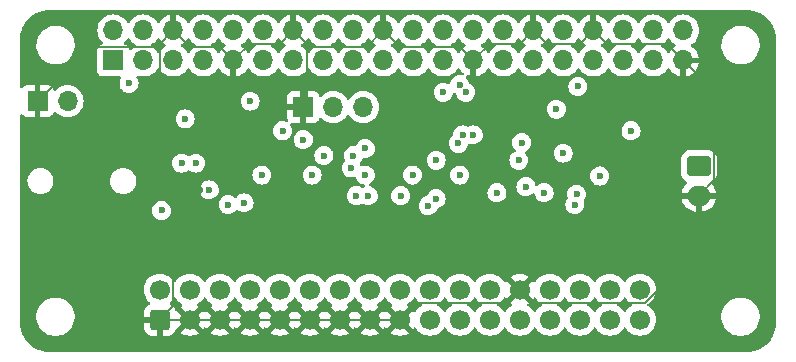
<source format=gbr>
%TF.GenerationSoftware,KiCad,Pcbnew,8.0.8-8.0.8-0~ubuntu24.04.1*%
%TF.CreationDate,2025-02-12T19:28:21+01:00*%
%TF.ProjectId,Acorn_1Mhz_bus_PiZero_interface,41636f72-6e5f-4314-9d68-7a5f6275735f,rev?*%
%TF.SameCoordinates,Original*%
%TF.FileFunction,Copper,L3,Inr*%
%TF.FilePolarity,Positive*%
%FSLAX46Y46*%
G04 Gerber Fmt 4.6, Leading zero omitted, Abs format (unit mm)*
G04 Created by KiCad (PCBNEW 8.0.8-8.0.8-0~ubuntu24.04.1) date 2025-02-12 19:28:21*
%MOMM*%
%LPD*%
G01*
G04 APERTURE LIST*
G04 Aperture macros list*
%AMRoundRect*
0 Rectangle with rounded corners*
0 $1 Rounding radius*
0 $2 $3 $4 $5 $6 $7 $8 $9 X,Y pos of 4 corners*
0 Add a 4 corners polygon primitive as box body*
4,1,4,$2,$3,$4,$5,$6,$7,$8,$9,$2,$3,0*
0 Add four circle primitives for the rounded corners*
1,1,$1+$1,$2,$3*
1,1,$1+$1,$4,$5*
1,1,$1+$1,$6,$7*
1,1,$1+$1,$8,$9*
0 Add four rect primitives between the rounded corners*
20,1,$1+$1,$2,$3,$4,$5,0*
20,1,$1+$1,$4,$5,$6,$7,0*
20,1,$1+$1,$6,$7,$8,$9,0*
20,1,$1+$1,$8,$9,$2,$3,0*%
G04 Aperture macros list end*
%TA.AperFunction,ComponentPad*%
%ADD10R,1.700000X1.700000*%
%TD*%
%TA.AperFunction,ComponentPad*%
%ADD11O,1.700000X1.700000*%
%TD*%
%TA.AperFunction,ComponentPad*%
%ADD12RoundRect,0.250000X-0.750000X0.600000X-0.750000X-0.600000X0.750000X-0.600000X0.750000X0.600000X0*%
%TD*%
%TA.AperFunction,ComponentPad*%
%ADD13O,2.000000X1.700000*%
%TD*%
%TA.AperFunction,ComponentPad*%
%ADD14RoundRect,0.250000X0.600000X-0.600000X0.600000X0.600000X-0.600000X0.600000X-0.600000X-0.600000X0*%
%TD*%
%TA.AperFunction,ComponentPad*%
%ADD15C,1.700000*%
%TD*%
%TA.AperFunction,ViaPad*%
%ADD16C,0.600000*%
%TD*%
%TA.AperFunction,Conductor*%
%ADD17C,0.200000*%
%TD*%
G04 APERTURE END LIST*
D10*
%TO.N,GND*%
%TO.C,J5*%
X124500000Y-108750000D03*
D11*
%TO.N,TxD*%
X127040000Y-108750000D03*
%TO.N,RxD*%
X129580000Y-108750000D03*
%TD*%
D10*
%TO.N,GND*%
%TO.C,J4*%
X102000000Y-108250000D03*
D11*
%TO.N,Net-(J4-Pin_2)*%
X104540000Y-108250000D03*
%TD*%
D12*
%TO.N,+5V*%
%TO.C,J6*%
X158000000Y-113750000D03*
D13*
%TO.N,GND*%
X158000000Y-116250000D03*
%TD*%
D14*
%TO.N,GND*%
%TO.C,J1*%
X112350000Y-126750000D03*
D15*
%TO.N,R{slash}~{W}*%
X112350000Y-124210000D03*
%TO.N,GND*%
X114890000Y-126750000D03*
%TO.N,1MHz*%
X114890000Y-124210000D03*
%TO.N,GND*%
X117430000Y-126750000D03*
%TO.N,~{NMI}*%
X117430000Y-124210000D03*
%TO.N,GND*%
X119970000Y-126750000D03*
%TO.N,~{IRQ}*%
X119970000Y-124210000D03*
%TO.N,GND*%
X122510000Y-126750000D03*
%TO.N,~{PCFC}*%
X122510000Y-124210000D03*
%TO.N,GND*%
X125050000Y-126750000D03*
%TO.N,~{PCFD}*%
X125050000Y-124210000D03*
%TO.N,GND*%
X127590000Y-126750000D03*
%TO.N,~{RST}*%
X127590000Y-124210000D03*
%TO.N,GND*%
X130130000Y-126750000D03*
%TO.N,BBC_Audio*%
X130130000Y-124210000D03*
%TO.N,GND*%
X132670000Y-126750000D03*
%TO.N,D0*%
X132670000Y-124210000D03*
%TO.N,D1*%
X135210000Y-126750000D03*
%TO.N,D2*%
X135210000Y-124210000D03*
%TO.N,D3*%
X137750000Y-126750000D03*
%TO.N,D4*%
X137750000Y-124210000D03*
%TO.N,D5*%
X140290000Y-126750000D03*
%TO.N,D6*%
X140290000Y-124210000D03*
%TO.N,D7*%
X142830000Y-126750000D03*
%TO.N,GND*%
X142830000Y-124210000D03*
%TO.N,A0*%
X145370000Y-126750000D03*
%TO.N,A1*%
X145370000Y-124210000D03*
%TO.N,A2*%
X147910000Y-126750000D03*
%TO.N,A3*%
X147910000Y-124210000D03*
%TO.N,A4*%
X150450000Y-126750000D03*
%TO.N,A5*%
X150450000Y-124210000D03*
%TO.N,A6*%
X152990000Y-126750000D03*
%TO.N,A7*%
X152990000Y-124210000D03*
%TD*%
D10*
%TO.N,+3V3*%
%TO.C,J2*%
X108418680Y-104800000D03*
D11*
%TO.N,+5V*%
X108418680Y-102260000D03*
%TO.N,GPIO_2*%
X110958680Y-104800000D03*
%TO.N,+5V*%
X110958680Y-102260000D03*
%TO.N,GPIO_3*%
X113498680Y-104800000D03*
%TO.N,GND*%
X113498680Y-102260000D03*
%TO.N,GPIO_4*%
X116038680Y-104800000D03*
%TO.N,TxD*%
X116038680Y-102260000D03*
%TO.N,GND*%
X118578680Y-104800000D03*
%TO.N,RxD*%
X118578680Y-102260000D03*
%TO.N,GPIO_17*%
X121118680Y-104800000D03*
%TO.N,GPIO_18*%
X121118680Y-102260000D03*
%TO.N,GPIO_27*%
X123658680Y-104800000D03*
%TO.N,GND*%
X123658680Y-102260000D03*
%TO.N,GPIO_22*%
X126198680Y-104800000D03*
%TO.N,GPIO_23*%
X126198680Y-102260000D03*
%TO.N,+3V3*%
X128738680Y-104800000D03*
%TO.N,GPIO_24*%
X128738680Y-102260000D03*
%TO.N,GPIO_10*%
X131278680Y-104800000D03*
%TO.N,GND*%
X131278680Y-102260000D03*
%TO.N,GPIO_9*%
X133818680Y-104800000D03*
%TO.N,GPIO_25*%
X133818680Y-102260000D03*
%TO.N,GPIO_11*%
X136358680Y-104800000D03*
%TO.N,GPIO_8*%
X136358680Y-102260000D03*
%TO.N,GND*%
X138898680Y-104800000D03*
%TO.N,GPIO_7*%
X138898680Y-102260000D03*
%TO.N,ID_SD*%
X141438680Y-104800000D03*
%TO.N,ID_SC*%
X141438680Y-102260000D03*
%TO.N,GPIO_5*%
X143978680Y-104800000D03*
%TO.N,GND*%
X143978680Y-102260000D03*
%TO.N,GPIO_6*%
X146518680Y-104800000D03*
%TO.N,GPIO_12*%
X146518680Y-102260000D03*
%TO.N,GPIO_13*%
X149058680Y-104800000D03*
%TO.N,GND*%
X149058680Y-102260000D03*
%TO.N,GPIO_19*%
X151598680Y-104800000D03*
%TO.N,GPIO_16*%
X151598680Y-102260000D03*
%TO.N,GPIO_26*%
X154138680Y-104800000D03*
%TO.N,GPIO_20*%
X154138680Y-102260000D03*
%TO.N,GND*%
X156678680Y-104800000D03*
%TO.N,GPIO_21*%
X156678680Y-102260000D03*
%TD*%
D16*
%TO.N,GPIO_13*%
X112500000Y-117500000D03*
%TO.N,+3.3VDAC*%
X114200000Y-113500000D03*
X115400000Y-113500000D03*
%TO.N,Net-(C4-Pad1)*%
X109750000Y-106750000D03*
X114500000Y-109750000D03*
%TO.N,GPIO_10*%
X122750000Y-110750000D03*
%TO.N,GPIO_11*%
X136358680Y-107500000D03*
%TO.N,GPIO_12*%
X129750000Y-112250000D03*
%TO.N,GPIO_24*%
X126250000Y-112850000D03*
%TO.N,GPIO_25*%
X128750000Y-112850000D03*
%TO.N,GPIO_26*%
X128548527Y-113900000D03*
%TO.N,GPIO_2*%
X129000000Y-116250000D03*
%TO.N,GPIO_3*%
X130000000Y-116250000D03*
%TO.N,GPIO_4*%
X132750000Y-116250000D03*
%TO.N,GPIO_5*%
X145918680Y-108929847D03*
X138900000Y-111100000D03*
%TO.N,GPIO_6*%
X135077604Y-117094961D03*
X146500000Y-112650000D03*
%TO.N,GPIO_7*%
X138000000Y-111100000D03*
X138250000Y-107500000D03*
X135750000Y-116500000D03*
%TO.N,GPIO_8*%
X137748680Y-106850000D03*
%TO.N,GPIO_17*%
X142752537Y-113252537D03*
X137633709Y-111811217D03*
%TO.N,GPIO_18*%
X143352537Y-115481217D03*
X135750000Y-113250000D03*
X124500000Y-111500000D03*
X120000000Y-108250000D03*
%TO.N,GPIO_22*%
X143000000Y-111750000D03*
X147500000Y-117000000D03*
%TO.N,GPIO_23*%
X147750000Y-107000000D03*
X147636765Y-116136765D03*
%TO.N,Net-(D1A-K)*%
X149592187Y-114582370D03*
X129750000Y-114500000D03*
X125250000Y-114500000D03*
X137750000Y-114500000D03*
X140900000Y-116000000D03*
X144900000Y-116000000D03*
X121000000Y-114500000D03*
X133750000Y-114500000D03*
%TO.N,GND*%
X134000000Y-108250000D03*
X111500000Y-114000000D03*
X140250000Y-120000000D03*
X149250000Y-107250000D03*
X129250000Y-119000000D03*
X120750000Y-112500000D03*
X135000000Y-119750000D03*
X115750000Y-115750000D03*
X133750000Y-112250000D03*
X141250000Y-107250000D03*
X112000000Y-106500000D03*
X113500000Y-119750000D03*
X124250000Y-119000000D03*
X145250000Y-119750000D03*
X102250000Y-118500000D03*
X153500000Y-107250000D03*
X143750000Y-107250000D03*
%TO.N,+5V*%
X116550003Y-115750000D03*
%TO.N,+3V3*%
X152250000Y-110750000D03*
%TO.N,Net-(JP1-A)*%
X119500000Y-116850000D03*
X118149999Y-117000000D03*
%TD*%
D17*
%TO.N,GND*%
X117428680Y-103650000D02*
X114888680Y-103650000D01*
X125048680Y-103650000D02*
X129888680Y-103650000D01*
X118578680Y-104800000D02*
X117428680Y-103650000D01*
X155288680Y-103410000D02*
X156678680Y-104800000D01*
X102000000Y-108250000D02*
X106600000Y-103650000D01*
X159300000Y-107421320D02*
X159300000Y-114950000D01*
X114890000Y-126750000D02*
X117430000Y-126750000D01*
X112348680Y-106151320D02*
X112348680Y-103410000D01*
X137748680Y-103650000D02*
X138898680Y-104800000D01*
X158000000Y-120826346D02*
X153466346Y-125360000D01*
X122508680Y-103410000D02*
X119968680Y-103410000D01*
X112000000Y-106500000D02*
X112348680Y-106151320D01*
X156678680Y-104800000D02*
X159300000Y-107421320D01*
X132670000Y-126750000D02*
X117430000Y-126750000D01*
X140288680Y-103410000D02*
X138898680Y-104800000D01*
X142830000Y-124210000D02*
X141680000Y-125360000D01*
X114000000Y-119750000D02*
X113500000Y-119750000D01*
X106600000Y-103650000D02*
X112108680Y-103650000D01*
X145128680Y-103410000D02*
X143978680Y-102260000D01*
X124808680Y-103410000D02*
X123658680Y-102260000D01*
X102250000Y-118500000D02*
X110500000Y-126750000D01*
X112108680Y-103650000D02*
X113498680Y-102260000D01*
X149058680Y-102260000D02*
X150208680Y-103410000D01*
X131278680Y-102260000D02*
X132668680Y-103650000D01*
X159300000Y-114950000D02*
X158000000Y-116250000D01*
X115750000Y-118000000D02*
X114000000Y-119750000D01*
X147908680Y-103410000D02*
X145128680Y-103410000D01*
X112348680Y-103410000D02*
X113498680Y-102260000D01*
X123658680Y-102260000D02*
X125048680Y-103650000D01*
X112350000Y-126750000D02*
X114890000Y-126750000D01*
X143978680Y-102260000D02*
X142828680Y-103410000D01*
X124808680Y-108441320D02*
X124808680Y-103410000D01*
X153466346Y-125360000D02*
X143980000Y-125360000D01*
X114888680Y-103650000D02*
X113498680Y-102260000D01*
X123658680Y-102260000D02*
X122508680Y-103410000D01*
X150208680Y-103410000D02*
X155288680Y-103410000D01*
X110500000Y-126750000D02*
X112350000Y-126750000D01*
X132668680Y-103650000D02*
X137748680Y-103650000D01*
X143980000Y-125360000D02*
X142830000Y-124210000D01*
X124500000Y-108750000D02*
X124808680Y-108441320D01*
X141680000Y-125360000D02*
X134060000Y-125360000D01*
X129888680Y-103650000D02*
X131278680Y-102260000D01*
X113500000Y-125600000D02*
X113500000Y-119750000D01*
X149058680Y-102260000D02*
X147908680Y-103410000D01*
X115750000Y-115750000D02*
X115750000Y-118000000D01*
X158000000Y-116250000D02*
X158000000Y-120826346D01*
X134060000Y-125360000D02*
X132670000Y-126750000D01*
X142828680Y-103410000D02*
X140288680Y-103410000D01*
X112350000Y-126750000D02*
X113500000Y-125600000D01*
X119968680Y-103410000D02*
X118578680Y-104800000D01*
%TD*%
%TA.AperFunction,Conductor*%
%TO.N,GND*%
G36*
X113704855Y-124876546D02*
G01*
X113721575Y-124895842D01*
X113851500Y-125081395D01*
X113851505Y-125081401D01*
X114018599Y-125248495D01*
X114175591Y-125358422D01*
X114204595Y-125378731D01*
X114248219Y-125433308D01*
X114255412Y-125502807D01*
X114223890Y-125565161D01*
X114204594Y-125581881D01*
X114128627Y-125635073D01*
X114128626Y-125635073D01*
X114760591Y-126267037D01*
X114697007Y-126284075D01*
X114582993Y-126349901D01*
X114489901Y-126442993D01*
X114424075Y-126557007D01*
X114407037Y-126620590D01*
X113770841Y-125984394D01*
X113718295Y-125973834D01*
X113668112Y-125925219D01*
X113658282Y-125903077D01*
X113634358Y-125830880D01*
X113634356Y-125830875D01*
X113542315Y-125681654D01*
X113418345Y-125557684D01*
X113269124Y-125465643D01*
X113269117Y-125465640D01*
X113260283Y-125462713D01*
X113202839Y-125422939D01*
X113176018Y-125358422D01*
X113188335Y-125289647D01*
X113217682Y-125252432D01*
X113217573Y-125252323D01*
X113218495Y-125251400D01*
X113219588Y-125250015D01*
X113221385Y-125248505D01*
X113221401Y-125248495D01*
X113388495Y-125081401D01*
X113518425Y-124895842D01*
X113573002Y-124852217D01*
X113642500Y-124845023D01*
X113704855Y-124876546D01*
G37*
%TD.AperFunction*%
%TA.AperFunction,Conductor*%
G36*
X116244855Y-124876546D02*
G01*
X116261575Y-124895842D01*
X116391500Y-125081395D01*
X116391505Y-125081401D01*
X116558599Y-125248495D01*
X116715591Y-125358422D01*
X116744595Y-125378731D01*
X116788219Y-125433308D01*
X116795412Y-125502807D01*
X116763890Y-125565161D01*
X116744594Y-125581881D01*
X116668627Y-125635073D01*
X116668626Y-125635073D01*
X117300591Y-126267037D01*
X117237007Y-126284075D01*
X117122993Y-126349901D01*
X117029901Y-126442993D01*
X116964075Y-126557007D01*
X116947037Y-126620590D01*
X116315073Y-125988626D01*
X116315073Y-125988627D01*
X116261575Y-126065031D01*
X116206999Y-126108656D01*
X116137500Y-126115850D01*
X116075145Y-126084327D01*
X116058425Y-126065032D01*
X116004925Y-125988626D01*
X115372962Y-126620590D01*
X115355925Y-126557007D01*
X115290099Y-126442993D01*
X115197007Y-126349901D01*
X115082993Y-126284075D01*
X115019409Y-126267037D01*
X115651372Y-125635073D01*
X115651372Y-125635072D01*
X115575405Y-125581879D01*
X115531780Y-125527302D01*
X115524588Y-125457804D01*
X115556110Y-125395449D01*
X115575406Y-125378730D01*
X115604409Y-125358422D01*
X115761401Y-125248495D01*
X115928495Y-125081401D01*
X116058425Y-124895842D01*
X116113002Y-124852217D01*
X116182500Y-124845023D01*
X116244855Y-124876546D01*
G37*
%TD.AperFunction*%
%TA.AperFunction,Conductor*%
G36*
X118784855Y-124876546D02*
G01*
X118801575Y-124895842D01*
X118931500Y-125081395D01*
X118931505Y-125081401D01*
X119098599Y-125248495D01*
X119255591Y-125358422D01*
X119284595Y-125378731D01*
X119328219Y-125433308D01*
X119335412Y-125502807D01*
X119303890Y-125565161D01*
X119284594Y-125581881D01*
X119208627Y-125635073D01*
X119208626Y-125635073D01*
X119840591Y-126267037D01*
X119777007Y-126284075D01*
X119662993Y-126349901D01*
X119569901Y-126442993D01*
X119504075Y-126557007D01*
X119487037Y-126620590D01*
X118855073Y-125988626D01*
X118855073Y-125988627D01*
X118801575Y-126065031D01*
X118746999Y-126108656D01*
X118677500Y-126115850D01*
X118615145Y-126084327D01*
X118598425Y-126065032D01*
X118544925Y-125988626D01*
X117912962Y-126620590D01*
X117895925Y-126557007D01*
X117830099Y-126442993D01*
X117737007Y-126349901D01*
X117622993Y-126284075D01*
X117559409Y-126267037D01*
X118191372Y-125635073D01*
X118191372Y-125635072D01*
X118115405Y-125581879D01*
X118071780Y-125527302D01*
X118064588Y-125457804D01*
X118096110Y-125395449D01*
X118115406Y-125378730D01*
X118144409Y-125358422D01*
X118301401Y-125248495D01*
X118468495Y-125081401D01*
X118598425Y-124895842D01*
X118653002Y-124852217D01*
X118722500Y-124845023D01*
X118784855Y-124876546D01*
G37*
%TD.AperFunction*%
%TA.AperFunction,Conductor*%
G36*
X121324855Y-124876546D02*
G01*
X121341575Y-124895842D01*
X121471500Y-125081395D01*
X121471505Y-125081401D01*
X121638599Y-125248495D01*
X121795591Y-125358422D01*
X121824595Y-125378731D01*
X121868219Y-125433308D01*
X121875412Y-125502807D01*
X121843890Y-125565161D01*
X121824594Y-125581881D01*
X121748627Y-125635073D01*
X121748626Y-125635073D01*
X122380591Y-126267037D01*
X122317007Y-126284075D01*
X122202993Y-126349901D01*
X122109901Y-126442993D01*
X122044075Y-126557007D01*
X122027037Y-126620590D01*
X121395073Y-125988626D01*
X121395073Y-125988627D01*
X121341575Y-126065031D01*
X121286999Y-126108656D01*
X121217500Y-126115850D01*
X121155145Y-126084327D01*
X121138425Y-126065032D01*
X121084925Y-125988626D01*
X120452962Y-126620590D01*
X120435925Y-126557007D01*
X120370099Y-126442993D01*
X120277007Y-126349901D01*
X120162993Y-126284075D01*
X120099409Y-126267037D01*
X120731372Y-125635073D01*
X120731372Y-125635072D01*
X120655405Y-125581879D01*
X120611780Y-125527302D01*
X120604588Y-125457804D01*
X120636110Y-125395449D01*
X120655406Y-125378730D01*
X120684409Y-125358422D01*
X120841401Y-125248495D01*
X121008495Y-125081401D01*
X121138425Y-124895842D01*
X121193002Y-124852217D01*
X121262500Y-124845023D01*
X121324855Y-124876546D01*
G37*
%TD.AperFunction*%
%TA.AperFunction,Conductor*%
G36*
X123864855Y-124876546D02*
G01*
X123881575Y-124895842D01*
X124011500Y-125081395D01*
X124011505Y-125081401D01*
X124178599Y-125248495D01*
X124335591Y-125358422D01*
X124364595Y-125378731D01*
X124408219Y-125433308D01*
X124415412Y-125502807D01*
X124383890Y-125565161D01*
X124364594Y-125581881D01*
X124288627Y-125635073D01*
X124288626Y-125635073D01*
X124920591Y-126267037D01*
X124857007Y-126284075D01*
X124742993Y-126349901D01*
X124649901Y-126442993D01*
X124584075Y-126557007D01*
X124567037Y-126620590D01*
X123935073Y-125988626D01*
X123935073Y-125988627D01*
X123881575Y-126065031D01*
X123826999Y-126108656D01*
X123757500Y-126115850D01*
X123695145Y-126084327D01*
X123678425Y-126065032D01*
X123624925Y-125988626D01*
X122992962Y-126620590D01*
X122975925Y-126557007D01*
X122910099Y-126442993D01*
X122817007Y-126349901D01*
X122702993Y-126284075D01*
X122639409Y-126267037D01*
X123271372Y-125635073D01*
X123271372Y-125635072D01*
X123195405Y-125581879D01*
X123151780Y-125527302D01*
X123144588Y-125457804D01*
X123176110Y-125395449D01*
X123195406Y-125378730D01*
X123224409Y-125358422D01*
X123381401Y-125248495D01*
X123548495Y-125081401D01*
X123678425Y-124895842D01*
X123733002Y-124852217D01*
X123802500Y-124845023D01*
X123864855Y-124876546D01*
G37*
%TD.AperFunction*%
%TA.AperFunction,Conductor*%
G36*
X126404855Y-124876546D02*
G01*
X126421575Y-124895842D01*
X126551500Y-125081395D01*
X126551505Y-125081401D01*
X126718599Y-125248495D01*
X126875591Y-125358422D01*
X126904595Y-125378731D01*
X126948219Y-125433308D01*
X126955412Y-125502807D01*
X126923890Y-125565161D01*
X126904594Y-125581881D01*
X126828627Y-125635073D01*
X126828626Y-125635073D01*
X127460591Y-126267037D01*
X127397007Y-126284075D01*
X127282993Y-126349901D01*
X127189901Y-126442993D01*
X127124075Y-126557007D01*
X127107037Y-126620590D01*
X126475073Y-125988626D01*
X126475073Y-125988627D01*
X126421575Y-126065031D01*
X126366999Y-126108656D01*
X126297500Y-126115850D01*
X126235145Y-126084327D01*
X126218425Y-126065032D01*
X126164925Y-125988626D01*
X125532962Y-126620590D01*
X125515925Y-126557007D01*
X125450099Y-126442993D01*
X125357007Y-126349901D01*
X125242993Y-126284075D01*
X125179409Y-126267037D01*
X125811372Y-125635073D01*
X125811372Y-125635072D01*
X125735405Y-125581879D01*
X125691780Y-125527302D01*
X125684588Y-125457804D01*
X125716110Y-125395449D01*
X125735406Y-125378730D01*
X125764409Y-125358422D01*
X125921401Y-125248495D01*
X126088495Y-125081401D01*
X126218425Y-124895842D01*
X126273002Y-124852217D01*
X126342500Y-124845023D01*
X126404855Y-124876546D01*
G37*
%TD.AperFunction*%
%TA.AperFunction,Conductor*%
G36*
X128944855Y-124876546D02*
G01*
X128961575Y-124895842D01*
X129091500Y-125081395D01*
X129091505Y-125081401D01*
X129258599Y-125248495D01*
X129415591Y-125358422D01*
X129444595Y-125378731D01*
X129488219Y-125433308D01*
X129495412Y-125502807D01*
X129463890Y-125565161D01*
X129444594Y-125581881D01*
X129368627Y-125635073D01*
X129368626Y-125635073D01*
X130000591Y-126267037D01*
X129937007Y-126284075D01*
X129822993Y-126349901D01*
X129729901Y-126442993D01*
X129664075Y-126557007D01*
X129647037Y-126620590D01*
X129015073Y-125988626D01*
X129015073Y-125988627D01*
X128961575Y-126065031D01*
X128906999Y-126108656D01*
X128837500Y-126115850D01*
X128775145Y-126084327D01*
X128758425Y-126065032D01*
X128704925Y-125988626D01*
X128072962Y-126620590D01*
X128055925Y-126557007D01*
X127990099Y-126442993D01*
X127897007Y-126349901D01*
X127782993Y-126284075D01*
X127719409Y-126267037D01*
X128351372Y-125635073D01*
X128351372Y-125635072D01*
X128275405Y-125581879D01*
X128231780Y-125527302D01*
X128224588Y-125457804D01*
X128256110Y-125395449D01*
X128275406Y-125378730D01*
X128304409Y-125358422D01*
X128461401Y-125248495D01*
X128628495Y-125081401D01*
X128758425Y-124895842D01*
X128813002Y-124852217D01*
X128882500Y-124845023D01*
X128944855Y-124876546D01*
G37*
%TD.AperFunction*%
%TA.AperFunction,Conductor*%
G36*
X131484855Y-124876546D02*
G01*
X131501575Y-124895842D01*
X131631500Y-125081395D01*
X131631505Y-125081401D01*
X131798599Y-125248495D01*
X131955591Y-125358422D01*
X131984595Y-125378731D01*
X132028219Y-125433308D01*
X132035412Y-125502807D01*
X132003890Y-125565161D01*
X131984594Y-125581881D01*
X131908627Y-125635073D01*
X131908626Y-125635073D01*
X132540591Y-126267037D01*
X132477007Y-126284075D01*
X132362993Y-126349901D01*
X132269901Y-126442993D01*
X132204075Y-126557007D01*
X132187037Y-126620590D01*
X131555073Y-125988626D01*
X131555073Y-125988627D01*
X131501575Y-126065031D01*
X131446999Y-126108656D01*
X131377500Y-126115850D01*
X131315145Y-126084327D01*
X131298425Y-126065032D01*
X131244925Y-125988626D01*
X130612962Y-126620590D01*
X130595925Y-126557007D01*
X130530099Y-126442993D01*
X130437007Y-126349901D01*
X130322993Y-126284075D01*
X130259409Y-126267037D01*
X130891372Y-125635073D01*
X130891372Y-125635072D01*
X130815405Y-125581879D01*
X130771780Y-125527302D01*
X130764588Y-125457804D01*
X130796110Y-125395449D01*
X130815406Y-125378730D01*
X130844409Y-125358422D01*
X131001401Y-125248495D01*
X131168495Y-125081401D01*
X131298425Y-124895842D01*
X131353002Y-124852217D01*
X131422500Y-124845023D01*
X131484855Y-124876546D01*
G37*
%TD.AperFunction*%
%TA.AperFunction,Conductor*%
G36*
X134024855Y-124876546D02*
G01*
X134041575Y-124895842D01*
X134171501Y-125081396D01*
X134171506Y-125081402D01*
X134338597Y-125248493D01*
X134338603Y-125248498D01*
X134524158Y-125378425D01*
X134567783Y-125433002D01*
X134574977Y-125502500D01*
X134543454Y-125564855D01*
X134524158Y-125581575D01*
X134338597Y-125711505D01*
X134171508Y-125878594D01*
X134041269Y-126064595D01*
X133986692Y-126108219D01*
X133917193Y-126115412D01*
X133854839Y-126083890D01*
X133838119Y-126064595D01*
X133784925Y-125988626D01*
X133152962Y-126620590D01*
X133135925Y-126557007D01*
X133070099Y-126442993D01*
X132977007Y-126349901D01*
X132862993Y-126284075D01*
X132799409Y-126267037D01*
X133431372Y-125635073D01*
X133431372Y-125635072D01*
X133355405Y-125581879D01*
X133311780Y-125527302D01*
X133304588Y-125457804D01*
X133336110Y-125395449D01*
X133355406Y-125378730D01*
X133384409Y-125358422D01*
X133541401Y-125248495D01*
X133708495Y-125081401D01*
X133838425Y-124895842D01*
X133893002Y-124852217D01*
X133962500Y-124845023D01*
X134024855Y-124876546D01*
G37*
%TD.AperFunction*%
%TA.AperFunction,Conductor*%
G36*
X136564855Y-124876546D02*
G01*
X136581575Y-124895842D01*
X136711501Y-125081396D01*
X136711506Y-125081402D01*
X136878597Y-125248493D01*
X136878603Y-125248498D01*
X137064158Y-125378425D01*
X137107783Y-125433002D01*
X137114977Y-125502500D01*
X137083454Y-125564855D01*
X137064158Y-125581575D01*
X136878597Y-125711505D01*
X136711505Y-125878597D01*
X136581575Y-126064158D01*
X136526998Y-126107783D01*
X136457500Y-126114977D01*
X136395145Y-126083454D01*
X136378425Y-126064158D01*
X136248494Y-125878597D01*
X136081402Y-125711506D01*
X136081396Y-125711501D01*
X135895842Y-125581575D01*
X135852217Y-125526998D01*
X135845023Y-125457500D01*
X135876546Y-125395145D01*
X135895842Y-125378425D01*
X135972248Y-125324925D01*
X136081401Y-125248495D01*
X136248495Y-125081401D01*
X136378425Y-124895842D01*
X136433002Y-124852217D01*
X136502500Y-124845023D01*
X136564855Y-124876546D01*
G37*
%TD.AperFunction*%
%TA.AperFunction,Conductor*%
G36*
X139104855Y-124876546D02*
G01*
X139121575Y-124895842D01*
X139251501Y-125081396D01*
X139251506Y-125081402D01*
X139418597Y-125248493D01*
X139418603Y-125248498D01*
X139604158Y-125378425D01*
X139647783Y-125433002D01*
X139654977Y-125502500D01*
X139623454Y-125564855D01*
X139604158Y-125581575D01*
X139418597Y-125711505D01*
X139251505Y-125878597D01*
X139121575Y-126064158D01*
X139066998Y-126107783D01*
X138997500Y-126114977D01*
X138935145Y-126083454D01*
X138918425Y-126064158D01*
X138788494Y-125878597D01*
X138621402Y-125711506D01*
X138621396Y-125711501D01*
X138435842Y-125581575D01*
X138392217Y-125526998D01*
X138385023Y-125457500D01*
X138416546Y-125395145D01*
X138435842Y-125378425D01*
X138512248Y-125324925D01*
X138621401Y-125248495D01*
X138788495Y-125081401D01*
X138918425Y-124895842D01*
X138973002Y-124852217D01*
X139042500Y-124845023D01*
X139104855Y-124876546D01*
G37*
%TD.AperFunction*%
%TA.AperFunction,Conductor*%
G36*
X142364075Y-124402993D02*
G01*
X142429901Y-124517007D01*
X142522993Y-124610099D01*
X142637007Y-124675925D01*
X142700591Y-124692962D01*
X142068627Y-125324925D01*
X142144595Y-125378119D01*
X142188219Y-125432696D01*
X142195412Y-125502195D01*
X142163890Y-125564549D01*
X142144595Y-125581269D01*
X141958594Y-125711508D01*
X141791505Y-125878597D01*
X141661575Y-126064158D01*
X141606998Y-126107783D01*
X141537500Y-126114977D01*
X141475145Y-126083454D01*
X141458425Y-126064158D01*
X141328494Y-125878597D01*
X141161402Y-125711506D01*
X141161396Y-125711501D01*
X140975842Y-125581575D01*
X140932217Y-125526998D01*
X140925023Y-125457500D01*
X140956546Y-125395145D01*
X140975842Y-125378425D01*
X141052248Y-125324925D01*
X141161401Y-125248495D01*
X141328495Y-125081401D01*
X141458730Y-124895405D01*
X141513307Y-124851781D01*
X141582805Y-124844587D01*
X141645160Y-124876110D01*
X141661879Y-124895405D01*
X141715072Y-124971372D01*
X141715073Y-124971372D01*
X142347037Y-124339408D01*
X142364075Y-124402993D01*
G37*
%TD.AperFunction*%
%TA.AperFunction,Conductor*%
G36*
X143944925Y-124971371D02*
G01*
X143998120Y-124895404D01*
X144052697Y-124851780D01*
X144122196Y-124844588D01*
X144184550Y-124876111D01*
X144201268Y-124895404D01*
X144331505Y-125081401D01*
X144331506Y-125081402D01*
X144498597Y-125248493D01*
X144498603Y-125248498D01*
X144684158Y-125378425D01*
X144727783Y-125433002D01*
X144734977Y-125502500D01*
X144703454Y-125564855D01*
X144684158Y-125581575D01*
X144498597Y-125711505D01*
X144331505Y-125878597D01*
X144201575Y-126064158D01*
X144146998Y-126107783D01*
X144077500Y-126114977D01*
X144015145Y-126083454D01*
X143998425Y-126064158D01*
X143868494Y-125878597D01*
X143701402Y-125711506D01*
X143701401Y-125711505D01*
X143515405Y-125581269D01*
X143471781Y-125526692D01*
X143464588Y-125457193D01*
X143496110Y-125394839D01*
X143515404Y-125378120D01*
X143591371Y-125324925D01*
X142959408Y-124692962D01*
X143022993Y-124675925D01*
X143137007Y-124610099D01*
X143230099Y-124517007D01*
X143295925Y-124402993D01*
X143312962Y-124339408D01*
X143944925Y-124971371D01*
G37*
%TD.AperFunction*%
%TA.AperFunction,Conductor*%
G36*
X146724855Y-124876546D02*
G01*
X146741575Y-124895842D01*
X146871501Y-125081396D01*
X146871506Y-125081402D01*
X147038597Y-125248493D01*
X147038603Y-125248498D01*
X147224158Y-125378425D01*
X147267783Y-125433002D01*
X147274977Y-125502500D01*
X147243454Y-125564855D01*
X147224158Y-125581575D01*
X147038597Y-125711505D01*
X146871505Y-125878597D01*
X146741575Y-126064158D01*
X146686998Y-126107783D01*
X146617500Y-126114977D01*
X146555145Y-126083454D01*
X146538425Y-126064158D01*
X146408494Y-125878597D01*
X146241402Y-125711506D01*
X146241396Y-125711501D01*
X146055842Y-125581575D01*
X146012217Y-125526998D01*
X146005023Y-125457500D01*
X146036546Y-125395145D01*
X146055842Y-125378425D01*
X146132248Y-125324925D01*
X146241401Y-125248495D01*
X146408495Y-125081401D01*
X146538425Y-124895842D01*
X146593002Y-124852217D01*
X146662500Y-124845023D01*
X146724855Y-124876546D01*
G37*
%TD.AperFunction*%
%TA.AperFunction,Conductor*%
G36*
X149264855Y-124876546D02*
G01*
X149281575Y-124895842D01*
X149411501Y-125081396D01*
X149411506Y-125081402D01*
X149578597Y-125248493D01*
X149578603Y-125248498D01*
X149764158Y-125378425D01*
X149807783Y-125433002D01*
X149814977Y-125502500D01*
X149783454Y-125564855D01*
X149764158Y-125581575D01*
X149578597Y-125711505D01*
X149411505Y-125878597D01*
X149281575Y-126064158D01*
X149226998Y-126107783D01*
X149157500Y-126114977D01*
X149095145Y-126083454D01*
X149078425Y-126064158D01*
X148948494Y-125878597D01*
X148781402Y-125711506D01*
X148781396Y-125711501D01*
X148595842Y-125581575D01*
X148552217Y-125526998D01*
X148545023Y-125457500D01*
X148576546Y-125395145D01*
X148595842Y-125378425D01*
X148672248Y-125324925D01*
X148781401Y-125248495D01*
X148948495Y-125081401D01*
X149078425Y-124895842D01*
X149133002Y-124852217D01*
X149202500Y-124845023D01*
X149264855Y-124876546D01*
G37*
%TD.AperFunction*%
%TA.AperFunction,Conductor*%
G36*
X151804855Y-124876546D02*
G01*
X151821575Y-124895842D01*
X151951501Y-125081396D01*
X151951506Y-125081402D01*
X152118597Y-125248493D01*
X152118603Y-125248498D01*
X152304158Y-125378425D01*
X152347783Y-125433002D01*
X152354977Y-125502500D01*
X152323454Y-125564855D01*
X152304158Y-125581575D01*
X152118597Y-125711505D01*
X151951505Y-125878597D01*
X151821575Y-126064158D01*
X151766998Y-126107783D01*
X151697500Y-126114977D01*
X151635145Y-126083454D01*
X151618425Y-126064158D01*
X151488494Y-125878597D01*
X151321402Y-125711506D01*
X151321396Y-125711501D01*
X151135842Y-125581575D01*
X151092217Y-125526998D01*
X151085023Y-125457500D01*
X151116546Y-125395145D01*
X151135842Y-125378425D01*
X151212248Y-125324925D01*
X151321401Y-125248495D01*
X151488495Y-125081401D01*
X151618425Y-124895842D01*
X151673002Y-124852217D01*
X151742500Y-124845023D01*
X151804855Y-124876546D01*
G37*
%TD.AperFunction*%
%TA.AperFunction,Conductor*%
G36*
X117393535Y-102926546D02*
G01*
X117410255Y-102945842D01*
X117540180Y-103131395D01*
X117540185Y-103131401D01*
X117707279Y-103298495D01*
X117874119Y-103415318D01*
X117893274Y-103428730D01*
X117936899Y-103483307D01*
X117944093Y-103552805D01*
X117912570Y-103615160D01*
X117893275Y-103631880D01*
X117707602Y-103761890D01*
X117707600Y-103761891D01*
X117540571Y-103928920D01*
X117540570Y-103928922D01*
X117410560Y-104114595D01*
X117355983Y-104158219D01*
X117286484Y-104165412D01*
X117224130Y-104133890D01*
X117207410Y-104114594D01*
X117077174Y-103928597D01*
X116910082Y-103761506D01*
X116910076Y-103761501D01*
X116724522Y-103631575D01*
X116680897Y-103576998D01*
X116673703Y-103507500D01*
X116705226Y-103445145D01*
X116724522Y-103428425D01*
X116836734Y-103349853D01*
X116910081Y-103298495D01*
X117077175Y-103131401D01*
X117207105Y-102945842D01*
X117261682Y-102902217D01*
X117331180Y-102895023D01*
X117393535Y-102926546D01*
G37*
%TD.AperFunction*%
%TA.AperFunction,Conductor*%
G36*
X119933535Y-102926546D02*
G01*
X119950255Y-102945842D01*
X120080181Y-103131396D01*
X120080186Y-103131402D01*
X120247277Y-103298493D01*
X120247283Y-103298498D01*
X120432838Y-103428425D01*
X120476463Y-103483002D01*
X120483657Y-103552500D01*
X120452134Y-103614855D01*
X120432838Y-103631575D01*
X120247277Y-103761505D01*
X120080188Y-103928594D01*
X119949949Y-104114595D01*
X119895372Y-104158219D01*
X119825873Y-104165412D01*
X119763519Y-104133890D01*
X119746799Y-104114594D01*
X119616793Y-103928926D01*
X119616788Y-103928920D01*
X119449758Y-103761890D01*
X119264085Y-103631879D01*
X119220460Y-103577302D01*
X119213268Y-103507804D01*
X119244790Y-103445449D01*
X119264086Y-103428730D01*
X119264959Y-103428119D01*
X119450081Y-103298495D01*
X119617175Y-103131401D01*
X119747105Y-102945842D01*
X119801682Y-102902217D01*
X119871180Y-102895023D01*
X119933535Y-102926546D01*
G37*
%TD.AperFunction*%
%TA.AperFunction,Conductor*%
G36*
X137713535Y-102926546D02*
G01*
X137730255Y-102945842D01*
X137860180Y-103131395D01*
X137860185Y-103131401D01*
X138027279Y-103298495D01*
X138194119Y-103415318D01*
X138213274Y-103428730D01*
X138256899Y-103483307D01*
X138264093Y-103552805D01*
X138232570Y-103615160D01*
X138213275Y-103631880D01*
X138027602Y-103761890D01*
X138027600Y-103761891D01*
X137860571Y-103928920D01*
X137860570Y-103928922D01*
X137730560Y-104114595D01*
X137675983Y-104158219D01*
X137606484Y-104165412D01*
X137544130Y-104133890D01*
X137527410Y-104114594D01*
X137397174Y-103928597D01*
X137230082Y-103761506D01*
X137230076Y-103761501D01*
X137044522Y-103631575D01*
X137000897Y-103576998D01*
X136993703Y-103507500D01*
X137025226Y-103445145D01*
X137044522Y-103428425D01*
X137156734Y-103349853D01*
X137230081Y-103298495D01*
X137397175Y-103131401D01*
X137527105Y-102945842D01*
X137581682Y-102902217D01*
X137651180Y-102895023D01*
X137713535Y-102926546D01*
G37*
%TD.AperFunction*%
%TA.AperFunction,Conductor*%
G36*
X140253535Y-102926546D02*
G01*
X140270255Y-102945842D01*
X140400181Y-103131396D01*
X140400186Y-103131402D01*
X140567277Y-103298493D01*
X140567283Y-103298498D01*
X140752838Y-103428425D01*
X140796463Y-103483002D01*
X140803657Y-103552500D01*
X140772134Y-103614855D01*
X140752838Y-103631575D01*
X140567277Y-103761505D01*
X140400188Y-103928594D01*
X140269949Y-104114595D01*
X140215372Y-104158219D01*
X140145873Y-104165412D01*
X140083519Y-104133890D01*
X140066799Y-104114594D01*
X139936793Y-103928926D01*
X139936788Y-103928920D01*
X139769758Y-103761890D01*
X139584085Y-103631879D01*
X139540460Y-103577302D01*
X139533268Y-103507804D01*
X139564790Y-103445449D01*
X139584086Y-103428730D01*
X139584959Y-103428119D01*
X139770081Y-103298495D01*
X139937175Y-103131401D01*
X140067105Y-102945842D01*
X140121682Y-102902217D01*
X140191180Y-102895023D01*
X140253535Y-102926546D01*
G37*
%TD.AperFunction*%
%TA.AperFunction,Conductor*%
G36*
X155493535Y-102926546D02*
G01*
X155510255Y-102945842D01*
X155640180Y-103131395D01*
X155640185Y-103131401D01*
X155807279Y-103298495D01*
X155974119Y-103415318D01*
X155993274Y-103428730D01*
X156036899Y-103483307D01*
X156044093Y-103552805D01*
X156012570Y-103615160D01*
X155993275Y-103631880D01*
X155807602Y-103761890D01*
X155807600Y-103761891D01*
X155640571Y-103928920D01*
X155640570Y-103928922D01*
X155510560Y-104114595D01*
X155455983Y-104158219D01*
X155386484Y-104165412D01*
X155324130Y-104133890D01*
X155307410Y-104114594D01*
X155177174Y-103928597D01*
X155010082Y-103761506D01*
X155010076Y-103761501D01*
X154824522Y-103631575D01*
X154780897Y-103576998D01*
X154773703Y-103507500D01*
X154805226Y-103445145D01*
X154824522Y-103428425D01*
X154936734Y-103349853D01*
X155010081Y-103298495D01*
X155177175Y-103131401D01*
X155307105Y-102945842D01*
X155361682Y-102902217D01*
X155431180Y-102895023D01*
X155493535Y-102926546D01*
G37*
%TD.AperFunction*%
%TA.AperFunction,Conductor*%
G36*
X112313840Y-102926110D02*
G01*
X112330559Y-102945405D01*
X112460570Y-103131078D01*
X112627597Y-103298105D01*
X112813275Y-103428119D01*
X112856899Y-103482696D01*
X112864092Y-103552195D01*
X112832570Y-103614549D01*
X112813275Y-103631269D01*
X112627274Y-103761508D01*
X112460185Y-103928597D01*
X112330255Y-104114158D01*
X112275678Y-104157783D01*
X112206180Y-104164977D01*
X112143825Y-104133454D01*
X112127105Y-104114158D01*
X111997174Y-103928597D01*
X111830082Y-103761506D01*
X111830076Y-103761501D01*
X111644522Y-103631575D01*
X111600897Y-103576998D01*
X111593703Y-103507500D01*
X111625226Y-103445145D01*
X111644522Y-103428425D01*
X111756734Y-103349853D01*
X111830081Y-103298495D01*
X111997175Y-103131401D01*
X112127410Y-102945405D01*
X112181987Y-102901781D01*
X112251485Y-102894587D01*
X112313840Y-102926110D01*
G37*
%TD.AperFunction*%
%TA.AperFunction,Conductor*%
G36*
X114853229Y-102926110D02*
G01*
X114869949Y-102945405D01*
X115000185Y-103131401D01*
X115000186Y-103131402D01*
X115167277Y-103298493D01*
X115167283Y-103298498D01*
X115352838Y-103428425D01*
X115396463Y-103483002D01*
X115403657Y-103552500D01*
X115372134Y-103614855D01*
X115352838Y-103631575D01*
X115167277Y-103761505D01*
X115000185Y-103928597D01*
X114870255Y-104114158D01*
X114815678Y-104157783D01*
X114746180Y-104164977D01*
X114683825Y-104133454D01*
X114667105Y-104114158D01*
X114537174Y-103928597D01*
X114370082Y-103761506D01*
X114370081Y-103761505D01*
X114202524Y-103644180D01*
X114184085Y-103631269D01*
X114140461Y-103576692D01*
X114133268Y-103507193D01*
X114164790Y-103444839D01*
X114184085Y-103428119D01*
X114369762Y-103298105D01*
X114536785Y-103131082D01*
X114666799Y-102945405D01*
X114721376Y-102901781D01*
X114790875Y-102894588D01*
X114853229Y-102926110D01*
G37*
%TD.AperFunction*%
%TA.AperFunction,Conductor*%
G36*
X122473840Y-102926110D02*
G01*
X122490559Y-102945405D01*
X122620570Y-103131078D01*
X122787597Y-103298105D01*
X122973275Y-103428119D01*
X123016899Y-103482696D01*
X123024092Y-103552195D01*
X122992570Y-103614549D01*
X122973275Y-103631269D01*
X122787274Y-103761508D01*
X122620185Y-103928597D01*
X122490255Y-104114158D01*
X122435678Y-104157783D01*
X122366180Y-104164977D01*
X122303825Y-104133454D01*
X122287105Y-104114158D01*
X122157174Y-103928597D01*
X121990082Y-103761506D01*
X121990076Y-103761501D01*
X121804522Y-103631575D01*
X121760897Y-103576998D01*
X121753703Y-103507500D01*
X121785226Y-103445145D01*
X121804522Y-103428425D01*
X121916734Y-103349853D01*
X121990081Y-103298495D01*
X122157175Y-103131401D01*
X122287410Y-102945405D01*
X122341987Y-102901781D01*
X122411485Y-102894587D01*
X122473840Y-102926110D01*
G37*
%TD.AperFunction*%
%TA.AperFunction,Conductor*%
G36*
X125013229Y-102926110D02*
G01*
X125029949Y-102945405D01*
X125160185Y-103131401D01*
X125160186Y-103131402D01*
X125327277Y-103298493D01*
X125327283Y-103298498D01*
X125512838Y-103428425D01*
X125556463Y-103483002D01*
X125563657Y-103552500D01*
X125532134Y-103614855D01*
X125512838Y-103631575D01*
X125327277Y-103761505D01*
X125160185Y-103928597D01*
X125030255Y-104114158D01*
X124975678Y-104157783D01*
X124906180Y-104164977D01*
X124843825Y-104133454D01*
X124827105Y-104114158D01*
X124697174Y-103928597D01*
X124530082Y-103761506D01*
X124530081Y-103761505D01*
X124362524Y-103644180D01*
X124344085Y-103631269D01*
X124300461Y-103576692D01*
X124293268Y-103507193D01*
X124324790Y-103444839D01*
X124344085Y-103428119D01*
X124529762Y-103298105D01*
X124696785Y-103131082D01*
X124826799Y-102945405D01*
X124881376Y-102901781D01*
X124950875Y-102894588D01*
X125013229Y-102926110D01*
G37*
%TD.AperFunction*%
%TA.AperFunction,Conductor*%
G36*
X127553535Y-102926546D02*
G01*
X127570255Y-102945842D01*
X127700181Y-103131396D01*
X127700186Y-103131402D01*
X127867277Y-103298493D01*
X127867283Y-103298498D01*
X128052838Y-103428425D01*
X128096463Y-103483002D01*
X128103657Y-103552500D01*
X128072134Y-103614855D01*
X128052838Y-103631575D01*
X127867277Y-103761505D01*
X127700185Y-103928597D01*
X127570255Y-104114158D01*
X127515678Y-104157783D01*
X127446180Y-104164977D01*
X127383825Y-104133454D01*
X127367105Y-104114158D01*
X127237174Y-103928597D01*
X127070082Y-103761506D01*
X127070076Y-103761501D01*
X126884522Y-103631575D01*
X126840897Y-103576998D01*
X126833703Y-103507500D01*
X126865226Y-103445145D01*
X126884522Y-103428425D01*
X126996734Y-103349853D01*
X127070081Y-103298495D01*
X127237175Y-103131401D01*
X127367105Y-102945842D01*
X127421682Y-102902217D01*
X127491180Y-102895023D01*
X127553535Y-102926546D01*
G37*
%TD.AperFunction*%
%TA.AperFunction,Conductor*%
G36*
X130093840Y-102926110D02*
G01*
X130110559Y-102945405D01*
X130240570Y-103131078D01*
X130407597Y-103298105D01*
X130593275Y-103428119D01*
X130636899Y-103482696D01*
X130644092Y-103552195D01*
X130612570Y-103614549D01*
X130593275Y-103631269D01*
X130407274Y-103761508D01*
X130240185Y-103928597D01*
X130110255Y-104114158D01*
X130055678Y-104157783D01*
X129986180Y-104164977D01*
X129923825Y-104133454D01*
X129907105Y-104114158D01*
X129777174Y-103928597D01*
X129610082Y-103761506D01*
X129610076Y-103761501D01*
X129424522Y-103631575D01*
X129380897Y-103576998D01*
X129373703Y-103507500D01*
X129405226Y-103445145D01*
X129424522Y-103428425D01*
X129536734Y-103349853D01*
X129610081Y-103298495D01*
X129777175Y-103131401D01*
X129907410Y-102945405D01*
X129961987Y-102901781D01*
X130031485Y-102894587D01*
X130093840Y-102926110D01*
G37*
%TD.AperFunction*%
%TA.AperFunction,Conductor*%
G36*
X132633229Y-102926110D02*
G01*
X132649949Y-102945405D01*
X132780185Y-103131401D01*
X132780186Y-103131402D01*
X132947277Y-103298493D01*
X132947283Y-103298498D01*
X133132838Y-103428425D01*
X133176463Y-103483002D01*
X133183657Y-103552500D01*
X133152134Y-103614855D01*
X133132838Y-103631575D01*
X132947277Y-103761505D01*
X132780185Y-103928597D01*
X132650255Y-104114158D01*
X132595678Y-104157783D01*
X132526180Y-104164977D01*
X132463825Y-104133454D01*
X132447105Y-104114158D01*
X132317174Y-103928597D01*
X132150082Y-103761506D01*
X132150081Y-103761505D01*
X131982524Y-103644180D01*
X131964085Y-103631269D01*
X131920461Y-103576692D01*
X131913268Y-103507193D01*
X131944790Y-103444839D01*
X131964085Y-103428119D01*
X132149762Y-103298105D01*
X132316785Y-103131082D01*
X132446799Y-102945405D01*
X132501376Y-102901781D01*
X132570875Y-102894588D01*
X132633229Y-102926110D01*
G37*
%TD.AperFunction*%
%TA.AperFunction,Conductor*%
G36*
X135173535Y-102926546D02*
G01*
X135190255Y-102945842D01*
X135320181Y-103131396D01*
X135320186Y-103131402D01*
X135487277Y-103298493D01*
X135487283Y-103298498D01*
X135672838Y-103428425D01*
X135716463Y-103483002D01*
X135723657Y-103552500D01*
X135692134Y-103614855D01*
X135672838Y-103631575D01*
X135487277Y-103761505D01*
X135320185Y-103928597D01*
X135190255Y-104114158D01*
X135135678Y-104157783D01*
X135066180Y-104164977D01*
X135003825Y-104133454D01*
X134987105Y-104114158D01*
X134857174Y-103928597D01*
X134690082Y-103761506D01*
X134690076Y-103761501D01*
X134504522Y-103631575D01*
X134460897Y-103576998D01*
X134453703Y-103507500D01*
X134485226Y-103445145D01*
X134504522Y-103428425D01*
X134616734Y-103349853D01*
X134690081Y-103298495D01*
X134857175Y-103131401D01*
X134987105Y-102945842D01*
X135041682Y-102902217D01*
X135111180Y-102895023D01*
X135173535Y-102926546D01*
G37*
%TD.AperFunction*%
%TA.AperFunction,Conductor*%
G36*
X142793840Y-102926110D02*
G01*
X142810559Y-102945405D01*
X142940570Y-103131078D01*
X143107597Y-103298105D01*
X143293275Y-103428119D01*
X143336899Y-103482696D01*
X143344092Y-103552195D01*
X143312570Y-103614549D01*
X143293275Y-103631269D01*
X143107274Y-103761508D01*
X142940185Y-103928597D01*
X142810255Y-104114158D01*
X142755678Y-104157783D01*
X142686180Y-104164977D01*
X142623825Y-104133454D01*
X142607105Y-104114158D01*
X142477174Y-103928597D01*
X142310082Y-103761506D01*
X142310076Y-103761501D01*
X142124522Y-103631575D01*
X142080897Y-103576998D01*
X142073703Y-103507500D01*
X142105226Y-103445145D01*
X142124522Y-103428425D01*
X142236734Y-103349853D01*
X142310081Y-103298495D01*
X142477175Y-103131401D01*
X142607410Y-102945405D01*
X142661987Y-102901781D01*
X142731485Y-102894587D01*
X142793840Y-102926110D01*
G37*
%TD.AperFunction*%
%TA.AperFunction,Conductor*%
G36*
X145333229Y-102926110D02*
G01*
X145349949Y-102945405D01*
X145480185Y-103131401D01*
X145480186Y-103131402D01*
X145647277Y-103298493D01*
X145647283Y-103298498D01*
X145832838Y-103428425D01*
X145876463Y-103483002D01*
X145883657Y-103552500D01*
X145852134Y-103614855D01*
X145832838Y-103631575D01*
X145647277Y-103761505D01*
X145480185Y-103928597D01*
X145350255Y-104114158D01*
X145295678Y-104157783D01*
X145226180Y-104164977D01*
X145163825Y-104133454D01*
X145147105Y-104114158D01*
X145017174Y-103928597D01*
X144850082Y-103761506D01*
X144850081Y-103761505D01*
X144682524Y-103644180D01*
X144664085Y-103631269D01*
X144620461Y-103576692D01*
X144613268Y-103507193D01*
X144644790Y-103444839D01*
X144664085Y-103428119D01*
X144849762Y-103298105D01*
X145016785Y-103131082D01*
X145146799Y-102945405D01*
X145201376Y-102901781D01*
X145270875Y-102894588D01*
X145333229Y-102926110D01*
G37*
%TD.AperFunction*%
%TA.AperFunction,Conductor*%
G36*
X147873840Y-102926110D02*
G01*
X147890559Y-102945405D01*
X148020570Y-103131078D01*
X148187597Y-103298105D01*
X148373275Y-103428119D01*
X148416899Y-103482696D01*
X148424092Y-103552195D01*
X148392570Y-103614549D01*
X148373275Y-103631269D01*
X148187274Y-103761508D01*
X148020185Y-103928597D01*
X147890255Y-104114158D01*
X147835678Y-104157783D01*
X147766180Y-104164977D01*
X147703825Y-104133454D01*
X147687105Y-104114158D01*
X147557174Y-103928597D01*
X147390082Y-103761506D01*
X147390076Y-103761501D01*
X147204522Y-103631575D01*
X147160897Y-103576998D01*
X147153703Y-103507500D01*
X147185226Y-103445145D01*
X147204522Y-103428425D01*
X147316734Y-103349853D01*
X147390081Y-103298495D01*
X147557175Y-103131401D01*
X147687410Y-102945405D01*
X147741987Y-102901781D01*
X147811485Y-102894587D01*
X147873840Y-102926110D01*
G37*
%TD.AperFunction*%
%TA.AperFunction,Conductor*%
G36*
X150413229Y-102926110D02*
G01*
X150429949Y-102945405D01*
X150560185Y-103131401D01*
X150560186Y-103131402D01*
X150727277Y-103298493D01*
X150727283Y-103298498D01*
X150912838Y-103428425D01*
X150956463Y-103483002D01*
X150963657Y-103552500D01*
X150932134Y-103614855D01*
X150912838Y-103631575D01*
X150727277Y-103761505D01*
X150560185Y-103928597D01*
X150430255Y-104114158D01*
X150375678Y-104157783D01*
X150306180Y-104164977D01*
X150243825Y-104133454D01*
X150227105Y-104114158D01*
X150097174Y-103928597D01*
X149930082Y-103761506D01*
X149930081Y-103761505D01*
X149762524Y-103644180D01*
X149744085Y-103631269D01*
X149700461Y-103576692D01*
X149693268Y-103507193D01*
X149724790Y-103444839D01*
X149744085Y-103428119D01*
X149929762Y-103298105D01*
X150096785Y-103131082D01*
X150226799Y-102945405D01*
X150281376Y-102901781D01*
X150350875Y-102894588D01*
X150413229Y-102926110D01*
G37*
%TD.AperFunction*%
%TA.AperFunction,Conductor*%
G36*
X152953535Y-102926546D02*
G01*
X152970255Y-102945842D01*
X153100181Y-103131396D01*
X153100186Y-103131402D01*
X153267277Y-103298493D01*
X153267283Y-103298498D01*
X153452838Y-103428425D01*
X153496463Y-103483002D01*
X153503657Y-103552500D01*
X153472134Y-103614855D01*
X153452838Y-103631575D01*
X153267277Y-103761505D01*
X153100185Y-103928597D01*
X152970255Y-104114158D01*
X152915678Y-104157783D01*
X152846180Y-104164977D01*
X152783825Y-104133454D01*
X152767105Y-104114158D01*
X152637174Y-103928597D01*
X152470082Y-103761506D01*
X152470076Y-103761501D01*
X152284522Y-103631575D01*
X152240897Y-103576998D01*
X152233703Y-103507500D01*
X152265226Y-103445145D01*
X152284522Y-103428425D01*
X152396734Y-103349853D01*
X152470081Y-103298495D01*
X152637175Y-103131401D01*
X152767105Y-102945842D01*
X152821682Y-102902217D01*
X152891180Y-102895023D01*
X152953535Y-102926546D01*
G37*
%TD.AperFunction*%
%TA.AperFunction,Conductor*%
G36*
X109773535Y-102926546D02*
G01*
X109790255Y-102945842D01*
X109920181Y-103131396D01*
X109920186Y-103131402D01*
X110087277Y-103298493D01*
X110087283Y-103298498D01*
X110272838Y-103428425D01*
X110316463Y-103483002D01*
X110323657Y-103552500D01*
X110292134Y-103614855D01*
X110272838Y-103631575D01*
X110087280Y-103761503D01*
X109965353Y-103883430D01*
X109904030Y-103916914D01*
X109834338Y-103911930D01*
X109778405Y-103870058D01*
X109761490Y-103839081D01*
X109712477Y-103707671D01*
X109712473Y-103707664D01*
X109626227Y-103592455D01*
X109626224Y-103592452D01*
X109511015Y-103506206D01*
X109511008Y-103506202D01*
X109379597Y-103457189D01*
X109323663Y-103415318D01*
X109299246Y-103349853D01*
X109314098Y-103281580D01*
X109335243Y-103253332D01*
X109457175Y-103131401D01*
X109587105Y-102945842D01*
X109641682Y-102902217D01*
X109711180Y-102895023D01*
X109773535Y-102926546D01*
G37*
%TD.AperFunction*%
%TA.AperFunction,Conductor*%
G36*
X161962791Y-100500501D02*
G01*
X162024933Y-100500500D01*
X162032419Y-100500725D01*
X162322483Y-100518269D01*
X162337341Y-100520073D01*
X162619489Y-100571778D01*
X162633999Y-100575353D01*
X162907865Y-100660691D01*
X162921862Y-100666000D01*
X163183426Y-100783719D01*
X163196685Y-100790678D01*
X163442150Y-100939066D01*
X163454473Y-100947572D01*
X163680262Y-101124464D01*
X163691470Y-101134393D01*
X163894295Y-101337216D01*
X163904220Y-101348419D01*
X164081076Y-101574158D01*
X164081119Y-101574212D01*
X164089623Y-101586532D01*
X164238013Y-101831999D01*
X164238016Y-101832003D01*
X164244973Y-101845259D01*
X164276148Y-101914526D01*
X164362694Y-102106822D01*
X164367999Y-102120810D01*
X164411416Y-102260138D01*
X164453335Y-102394661D01*
X164456918Y-102409199D01*
X164508623Y-102691338D01*
X164510428Y-102706203D01*
X164527954Y-102995932D01*
X164528180Y-103003419D01*
X164528180Y-126996249D01*
X164527954Y-127003736D01*
X164510408Y-127293793D01*
X164508603Y-127308658D01*
X164456900Y-127590792D01*
X164453316Y-127605331D01*
X164367983Y-127879173D01*
X164362677Y-127893166D01*
X164244955Y-128154732D01*
X164238000Y-128167984D01*
X164089608Y-128413453D01*
X164081102Y-128425776D01*
X163904210Y-128651561D01*
X163894280Y-128662770D01*
X163691457Y-128865591D01*
X163680249Y-128875520D01*
X163454459Y-129052414D01*
X163442135Y-129060920D01*
X163196679Y-129209301D01*
X163183421Y-129216260D01*
X162921857Y-129333979D01*
X162907856Y-129339289D01*
X162634008Y-129424622D01*
X162619469Y-129428205D01*
X162337343Y-129479905D01*
X162322478Y-129481710D01*
X162032087Y-129499273D01*
X162024601Y-129499499D01*
X161955197Y-129499499D01*
X161955181Y-129499500D01*
X103032435Y-129499500D01*
X103024947Y-129499274D01*
X103024930Y-129499273D01*
X103021345Y-129499056D01*
X102734888Y-129481726D01*
X102720024Y-129479921D01*
X102437891Y-129428217D01*
X102423352Y-129424633D01*
X102149513Y-129339300D01*
X102135512Y-129333990D01*
X101873953Y-129216270D01*
X101860694Y-129209311D01*
X101860677Y-129209301D01*
X101737964Y-129135117D01*
X101615234Y-129060923D01*
X101602912Y-129052418D01*
X101377124Y-128875524D01*
X101365916Y-128865594D01*
X101163094Y-128662771D01*
X101153172Y-128651572D01*
X101033214Y-128498456D01*
X100976274Y-128425777D01*
X100967768Y-128413454D01*
X100819381Y-128167991D01*
X100812422Y-128154732D01*
X100787789Y-128099999D01*
X100694701Y-127893163D01*
X100689393Y-127879165D01*
X100604062Y-127605329D01*
X100600478Y-127590790D01*
X100594640Y-127558935D01*
X100548775Y-127308657D01*
X100546971Y-127293794D01*
X100542124Y-127213663D01*
X100529405Y-127003399D01*
X100529180Y-126995925D01*
X100529180Y-126372070D01*
X101903180Y-126372070D01*
X101903180Y-126627929D01*
X101943206Y-126880640D01*
X102022268Y-127123972D01*
X102022269Y-127123975D01*
X102086483Y-127250000D01*
X102108797Y-127293794D01*
X102138430Y-127351950D01*
X102288812Y-127558935D01*
X102288816Y-127558940D01*
X102469739Y-127739863D01*
X102469744Y-127739867D01*
X102577761Y-127818345D01*
X102676733Y-127890252D01*
X102825760Y-127966185D01*
X102904704Y-128006410D01*
X102904707Y-128006411D01*
X102990721Y-128034358D01*
X103148041Y-128085474D01*
X103400750Y-128125500D01*
X103400751Y-128125500D01*
X103656609Y-128125500D01*
X103656610Y-128125500D01*
X103909319Y-128085474D01*
X104152655Y-128006410D01*
X104380627Y-127890252D01*
X104587622Y-127739862D01*
X104768542Y-127558942D01*
X104918932Y-127351947D01*
X105035090Y-127123975D01*
X105114154Y-126880639D01*
X105154180Y-126627930D01*
X105154180Y-126372070D01*
X105114154Y-126119361D01*
X105043880Y-125903077D01*
X105035091Y-125876027D01*
X105035090Y-125876024D01*
X104951264Y-125711508D01*
X104918932Y-125648053D01*
X104899718Y-125621607D01*
X104768547Y-125441064D01*
X104768543Y-125441059D01*
X104587620Y-125260136D01*
X104587615Y-125260132D01*
X104380630Y-125109750D01*
X104380629Y-125109749D01*
X104380627Y-125109748D01*
X104307590Y-125072533D01*
X104152655Y-124993589D01*
X104152652Y-124993588D01*
X103909320Y-124914526D01*
X103782964Y-124894513D01*
X103656610Y-124874500D01*
X103400750Y-124874500D01*
X103316589Y-124887830D01*
X103148039Y-124914526D01*
X102904707Y-124993588D01*
X102904704Y-124993589D01*
X102676729Y-125109750D01*
X102469744Y-125260132D01*
X102469739Y-125260136D01*
X102288816Y-125441059D01*
X102288812Y-125441064D01*
X102138430Y-125648049D01*
X102022269Y-125876024D01*
X102022268Y-125876027D01*
X101943206Y-126119359D01*
X101903180Y-126372070D01*
X100529180Y-126372070D01*
X100529180Y-124209999D01*
X110994341Y-124209999D01*
X110994341Y-124210000D01*
X111014936Y-124445403D01*
X111014938Y-124445413D01*
X111076094Y-124673655D01*
X111076096Y-124673659D01*
X111076097Y-124673663D01*
X111155801Y-124844588D01*
X111175965Y-124887830D01*
X111175967Y-124887834D01*
X111250018Y-124993589D01*
X111311504Y-125081400D01*
X111311506Y-125081402D01*
X111478597Y-125248493D01*
X111480419Y-125250022D01*
X111481001Y-125250897D01*
X111482427Y-125252323D01*
X111482140Y-125252609D01*
X111519119Y-125308195D01*
X111520224Y-125378056D01*
X111483384Y-125437424D01*
X111439719Y-125462712D01*
X111430883Y-125465640D01*
X111430875Y-125465643D01*
X111281654Y-125557684D01*
X111157684Y-125681654D01*
X111065643Y-125830875D01*
X111065641Y-125830880D01*
X111010494Y-125997302D01*
X111010493Y-125997309D01*
X111000000Y-126100013D01*
X111000000Y-126500000D01*
X111916988Y-126500000D01*
X111884075Y-126557007D01*
X111850000Y-126684174D01*
X111850000Y-126815826D01*
X111884075Y-126942993D01*
X111916988Y-127000000D01*
X111000001Y-127000000D01*
X111000001Y-127399986D01*
X111010494Y-127502697D01*
X111065641Y-127669119D01*
X111065643Y-127669124D01*
X111157684Y-127818345D01*
X111281654Y-127942315D01*
X111430875Y-128034356D01*
X111430880Y-128034358D01*
X111597302Y-128089505D01*
X111597309Y-128089506D01*
X111700019Y-128099999D01*
X112099999Y-128099999D01*
X112100000Y-128099998D01*
X112100000Y-127183012D01*
X112157007Y-127215925D01*
X112284174Y-127250000D01*
X112415826Y-127250000D01*
X112542993Y-127215925D01*
X112600000Y-127183012D01*
X112600000Y-128099999D01*
X112999972Y-128099999D01*
X112999986Y-128099998D01*
X113102697Y-128089505D01*
X113269119Y-128034358D01*
X113269124Y-128034356D01*
X113418345Y-127942315D01*
X113542315Y-127818345D01*
X113634356Y-127669124D01*
X113634358Y-127669119D01*
X113658282Y-127596922D01*
X113698054Y-127539477D01*
X113762570Y-127512654D01*
X113773911Y-127512534D01*
X114407037Y-126879408D01*
X114424075Y-126942993D01*
X114489901Y-127057007D01*
X114582993Y-127150099D01*
X114697007Y-127215925D01*
X114760591Y-127232962D01*
X114128626Y-127864926D01*
X114212417Y-127923598D01*
X114212421Y-127923600D01*
X114426507Y-128023429D01*
X114426516Y-128023433D01*
X114654673Y-128084567D01*
X114654684Y-128084569D01*
X114889998Y-128105157D01*
X114890002Y-128105157D01*
X115125315Y-128084569D01*
X115125326Y-128084567D01*
X115353483Y-128023433D01*
X115353492Y-128023429D01*
X115567580Y-127923599D01*
X115651371Y-127864925D01*
X115019408Y-127232962D01*
X115082993Y-127215925D01*
X115197007Y-127150099D01*
X115290099Y-127057007D01*
X115355925Y-126942993D01*
X115372962Y-126879408D01*
X116004925Y-127511371D01*
X116058426Y-127434968D01*
X116113004Y-127391344D01*
X116182502Y-127384152D01*
X116244856Y-127415675D01*
X116261575Y-127434969D01*
X116315073Y-127511372D01*
X116947037Y-126879408D01*
X116964075Y-126942993D01*
X117029901Y-127057007D01*
X117122993Y-127150099D01*
X117237007Y-127215925D01*
X117300591Y-127232962D01*
X116668626Y-127864926D01*
X116752417Y-127923598D01*
X116752421Y-127923600D01*
X116966507Y-128023429D01*
X116966516Y-128023433D01*
X117194673Y-128084567D01*
X117194684Y-128084569D01*
X117429998Y-128105157D01*
X117430002Y-128105157D01*
X117665315Y-128084569D01*
X117665326Y-128084567D01*
X117893483Y-128023433D01*
X117893492Y-128023429D01*
X118107580Y-127923599D01*
X118191371Y-127864925D01*
X117559408Y-127232962D01*
X117622993Y-127215925D01*
X117737007Y-127150099D01*
X117830099Y-127057007D01*
X117895925Y-126942993D01*
X117912962Y-126879408D01*
X118544925Y-127511371D01*
X118598426Y-127434968D01*
X118653004Y-127391344D01*
X118722502Y-127384152D01*
X118784856Y-127415675D01*
X118801575Y-127434969D01*
X118855073Y-127511372D01*
X119487037Y-126879408D01*
X119504075Y-126942993D01*
X119569901Y-127057007D01*
X119662993Y-127150099D01*
X119777007Y-127215925D01*
X119840591Y-127232962D01*
X119208626Y-127864926D01*
X119292417Y-127923598D01*
X119292421Y-127923600D01*
X119506507Y-128023429D01*
X119506516Y-128023433D01*
X119734673Y-128084567D01*
X119734684Y-128084569D01*
X119969998Y-128105157D01*
X119970002Y-128105157D01*
X120205315Y-128084569D01*
X120205326Y-128084567D01*
X120433483Y-128023433D01*
X120433492Y-128023429D01*
X120647580Y-127923599D01*
X120731371Y-127864925D01*
X120099408Y-127232962D01*
X120162993Y-127215925D01*
X120277007Y-127150099D01*
X120370099Y-127057007D01*
X120435925Y-126942993D01*
X120452962Y-126879408D01*
X121084925Y-127511371D01*
X121138426Y-127434968D01*
X121193004Y-127391344D01*
X121262502Y-127384152D01*
X121324856Y-127415675D01*
X121341575Y-127434969D01*
X121395073Y-127511372D01*
X122027037Y-126879408D01*
X122044075Y-126942993D01*
X122109901Y-127057007D01*
X122202993Y-127150099D01*
X122317007Y-127215925D01*
X122380591Y-127232962D01*
X121748626Y-127864926D01*
X121832417Y-127923598D01*
X121832421Y-127923600D01*
X122046507Y-128023429D01*
X122046516Y-128023433D01*
X122274673Y-128084567D01*
X122274684Y-128084569D01*
X122509998Y-128105157D01*
X122510002Y-128105157D01*
X122745315Y-128084569D01*
X122745326Y-128084567D01*
X122973483Y-128023433D01*
X122973492Y-128023429D01*
X123187580Y-127923599D01*
X123271371Y-127864925D01*
X122639408Y-127232962D01*
X122702993Y-127215925D01*
X122817007Y-127150099D01*
X122910099Y-127057007D01*
X122975925Y-126942993D01*
X122992962Y-126879408D01*
X123624925Y-127511371D01*
X123678426Y-127434968D01*
X123733004Y-127391344D01*
X123802502Y-127384152D01*
X123864856Y-127415675D01*
X123881575Y-127434969D01*
X123935073Y-127511372D01*
X124567037Y-126879408D01*
X124584075Y-126942993D01*
X124649901Y-127057007D01*
X124742993Y-127150099D01*
X124857007Y-127215925D01*
X124920591Y-127232962D01*
X124288626Y-127864926D01*
X124372417Y-127923598D01*
X124372421Y-127923600D01*
X124586507Y-128023429D01*
X124586516Y-128023433D01*
X124814673Y-128084567D01*
X124814684Y-128084569D01*
X125049998Y-128105157D01*
X125050002Y-128105157D01*
X125285315Y-128084569D01*
X125285326Y-128084567D01*
X125513483Y-128023433D01*
X125513492Y-128023429D01*
X125727580Y-127923599D01*
X125811371Y-127864925D01*
X125179408Y-127232962D01*
X125242993Y-127215925D01*
X125357007Y-127150099D01*
X125450099Y-127057007D01*
X125515925Y-126942993D01*
X125532962Y-126879408D01*
X126164925Y-127511371D01*
X126218426Y-127434968D01*
X126273004Y-127391344D01*
X126342502Y-127384152D01*
X126404856Y-127415675D01*
X126421575Y-127434969D01*
X126475073Y-127511372D01*
X127107037Y-126879408D01*
X127124075Y-126942993D01*
X127189901Y-127057007D01*
X127282993Y-127150099D01*
X127397007Y-127215925D01*
X127460591Y-127232962D01*
X126828626Y-127864926D01*
X126912417Y-127923598D01*
X126912421Y-127923600D01*
X127126507Y-128023429D01*
X127126516Y-128023433D01*
X127354673Y-128084567D01*
X127354684Y-128084569D01*
X127589998Y-128105157D01*
X127590002Y-128105157D01*
X127825315Y-128084569D01*
X127825326Y-128084567D01*
X128053483Y-128023433D01*
X128053492Y-128023429D01*
X128267580Y-127923599D01*
X128351371Y-127864925D01*
X127719408Y-127232962D01*
X127782993Y-127215925D01*
X127897007Y-127150099D01*
X127990099Y-127057007D01*
X128055925Y-126942993D01*
X128072962Y-126879408D01*
X128704925Y-127511371D01*
X128758426Y-127434968D01*
X128813004Y-127391344D01*
X128882502Y-127384152D01*
X128944856Y-127415675D01*
X128961575Y-127434969D01*
X129015073Y-127511372D01*
X129647037Y-126879408D01*
X129664075Y-126942993D01*
X129729901Y-127057007D01*
X129822993Y-127150099D01*
X129937007Y-127215925D01*
X130000591Y-127232962D01*
X129368626Y-127864926D01*
X129452417Y-127923598D01*
X129452421Y-127923600D01*
X129666507Y-128023429D01*
X129666516Y-128023433D01*
X129894673Y-128084567D01*
X129894684Y-128084569D01*
X130129998Y-128105157D01*
X130130002Y-128105157D01*
X130365315Y-128084569D01*
X130365326Y-128084567D01*
X130593483Y-128023433D01*
X130593492Y-128023429D01*
X130807580Y-127923599D01*
X130891371Y-127864925D01*
X130259408Y-127232962D01*
X130322993Y-127215925D01*
X130437007Y-127150099D01*
X130530099Y-127057007D01*
X130595925Y-126942993D01*
X130612962Y-126879408D01*
X131244925Y-127511371D01*
X131298426Y-127434968D01*
X131353004Y-127391344D01*
X131422502Y-127384152D01*
X131484856Y-127415675D01*
X131501575Y-127434969D01*
X131555073Y-127511372D01*
X132187037Y-126879408D01*
X132204075Y-126942993D01*
X132269901Y-127057007D01*
X132362993Y-127150099D01*
X132477007Y-127215925D01*
X132540591Y-127232962D01*
X131908626Y-127864926D01*
X131992417Y-127923598D01*
X131992421Y-127923600D01*
X132206507Y-128023429D01*
X132206516Y-128023433D01*
X132434673Y-128084567D01*
X132434684Y-128084569D01*
X132669998Y-128105157D01*
X132670002Y-128105157D01*
X132905315Y-128084569D01*
X132905326Y-128084567D01*
X133133483Y-128023433D01*
X133133492Y-128023429D01*
X133347580Y-127923599D01*
X133431371Y-127864925D01*
X132799408Y-127232962D01*
X132862993Y-127215925D01*
X132977007Y-127150099D01*
X133070099Y-127057007D01*
X133135925Y-126942993D01*
X133152962Y-126879408D01*
X133784925Y-127511371D01*
X133838120Y-127435404D01*
X133892697Y-127391780D01*
X133962196Y-127384588D01*
X134024550Y-127416111D01*
X134041268Y-127435404D01*
X134171505Y-127621401D01*
X134338599Y-127788495D01*
X134428685Y-127851574D01*
X134532165Y-127924032D01*
X134532167Y-127924033D01*
X134532170Y-127924035D01*
X134746337Y-128023903D01*
X134746343Y-128023904D01*
X134746344Y-128023905D01*
X134785356Y-128034358D01*
X134974592Y-128085063D01*
X135162918Y-128101539D01*
X135209999Y-128105659D01*
X135210000Y-128105659D01*
X135210001Y-128105659D01*
X135249234Y-128102226D01*
X135445408Y-128085063D01*
X135673663Y-128023903D01*
X135887830Y-127924035D01*
X136081401Y-127788495D01*
X136248495Y-127621401D01*
X136378425Y-127435842D01*
X136433002Y-127392217D01*
X136502500Y-127385023D01*
X136564855Y-127416546D01*
X136581575Y-127435842D01*
X136711500Y-127621395D01*
X136711505Y-127621401D01*
X136878599Y-127788495D01*
X136968685Y-127851574D01*
X137072165Y-127924032D01*
X137072167Y-127924033D01*
X137072170Y-127924035D01*
X137286337Y-128023903D01*
X137286343Y-128023904D01*
X137286344Y-128023905D01*
X137325356Y-128034358D01*
X137514592Y-128085063D01*
X137702918Y-128101539D01*
X137749999Y-128105659D01*
X137750000Y-128105659D01*
X137750001Y-128105659D01*
X137789234Y-128102226D01*
X137985408Y-128085063D01*
X138213663Y-128023903D01*
X138427830Y-127924035D01*
X138621401Y-127788495D01*
X138788495Y-127621401D01*
X138918425Y-127435842D01*
X138973002Y-127392217D01*
X139042500Y-127385023D01*
X139104855Y-127416546D01*
X139121575Y-127435842D01*
X139251500Y-127621395D01*
X139251505Y-127621401D01*
X139418599Y-127788495D01*
X139508685Y-127851574D01*
X139612165Y-127924032D01*
X139612167Y-127924033D01*
X139612170Y-127924035D01*
X139826337Y-128023903D01*
X139826343Y-128023904D01*
X139826344Y-128023905D01*
X139865356Y-128034358D01*
X140054592Y-128085063D01*
X140242918Y-128101539D01*
X140289999Y-128105659D01*
X140290000Y-128105659D01*
X140290001Y-128105659D01*
X140329234Y-128102226D01*
X140525408Y-128085063D01*
X140753663Y-128023903D01*
X140967830Y-127924035D01*
X141161401Y-127788495D01*
X141328495Y-127621401D01*
X141458425Y-127435842D01*
X141513002Y-127392217D01*
X141582500Y-127385023D01*
X141644855Y-127416546D01*
X141661575Y-127435842D01*
X141791500Y-127621395D01*
X141791505Y-127621401D01*
X141958599Y-127788495D01*
X142048685Y-127851574D01*
X142152165Y-127924032D01*
X142152167Y-127924033D01*
X142152170Y-127924035D01*
X142366337Y-128023903D01*
X142366343Y-128023904D01*
X142366344Y-128023905D01*
X142405356Y-128034358D01*
X142594592Y-128085063D01*
X142782918Y-128101539D01*
X142829999Y-128105659D01*
X142830000Y-128105659D01*
X142830001Y-128105659D01*
X142869234Y-128102226D01*
X143065408Y-128085063D01*
X143293663Y-128023903D01*
X143507830Y-127924035D01*
X143701401Y-127788495D01*
X143868495Y-127621401D01*
X143998425Y-127435842D01*
X144053002Y-127392217D01*
X144122500Y-127385023D01*
X144184855Y-127416546D01*
X144201575Y-127435842D01*
X144331500Y-127621395D01*
X144331505Y-127621401D01*
X144498599Y-127788495D01*
X144588685Y-127851574D01*
X144692165Y-127924032D01*
X144692167Y-127924033D01*
X144692170Y-127924035D01*
X144906337Y-128023903D01*
X144906343Y-128023904D01*
X144906344Y-128023905D01*
X144945356Y-128034358D01*
X145134592Y-128085063D01*
X145322918Y-128101539D01*
X145369999Y-128105659D01*
X145370000Y-128105659D01*
X145370001Y-128105659D01*
X145409234Y-128102226D01*
X145605408Y-128085063D01*
X145833663Y-128023903D01*
X146047830Y-127924035D01*
X146241401Y-127788495D01*
X146408495Y-127621401D01*
X146538425Y-127435842D01*
X146593002Y-127392217D01*
X146662500Y-127385023D01*
X146724855Y-127416546D01*
X146741575Y-127435842D01*
X146871500Y-127621395D01*
X146871505Y-127621401D01*
X147038599Y-127788495D01*
X147128685Y-127851574D01*
X147232165Y-127924032D01*
X147232167Y-127924033D01*
X147232170Y-127924035D01*
X147446337Y-128023903D01*
X147446343Y-128023904D01*
X147446344Y-128023905D01*
X147485356Y-128034358D01*
X147674592Y-128085063D01*
X147862918Y-128101539D01*
X147909999Y-128105659D01*
X147910000Y-128105659D01*
X147910001Y-128105659D01*
X147949234Y-128102226D01*
X148145408Y-128085063D01*
X148373663Y-128023903D01*
X148587830Y-127924035D01*
X148781401Y-127788495D01*
X148948495Y-127621401D01*
X149078425Y-127435842D01*
X149133002Y-127392217D01*
X149202500Y-127385023D01*
X149264855Y-127416546D01*
X149281575Y-127435842D01*
X149411500Y-127621395D01*
X149411505Y-127621401D01*
X149578599Y-127788495D01*
X149668685Y-127851574D01*
X149772165Y-127924032D01*
X149772167Y-127924033D01*
X149772170Y-127924035D01*
X149986337Y-128023903D01*
X149986343Y-128023904D01*
X149986344Y-128023905D01*
X150025356Y-128034358D01*
X150214592Y-128085063D01*
X150402918Y-128101539D01*
X150449999Y-128105659D01*
X150450000Y-128105659D01*
X150450001Y-128105659D01*
X150489234Y-128102226D01*
X150685408Y-128085063D01*
X150913663Y-128023903D01*
X151127830Y-127924035D01*
X151321401Y-127788495D01*
X151488495Y-127621401D01*
X151618425Y-127435842D01*
X151673002Y-127392217D01*
X151742500Y-127385023D01*
X151804855Y-127416546D01*
X151821575Y-127435842D01*
X151951500Y-127621395D01*
X151951505Y-127621401D01*
X152118599Y-127788495D01*
X152208685Y-127851574D01*
X152312165Y-127924032D01*
X152312167Y-127924033D01*
X152312170Y-127924035D01*
X152526337Y-128023903D01*
X152526343Y-128023904D01*
X152526344Y-128023905D01*
X152565356Y-128034358D01*
X152754592Y-128085063D01*
X152942918Y-128101539D01*
X152989999Y-128105659D01*
X152990000Y-128105659D01*
X152990001Y-128105659D01*
X153029234Y-128102226D01*
X153225408Y-128085063D01*
X153453663Y-128023903D01*
X153667830Y-127924035D01*
X153861401Y-127788495D01*
X154028495Y-127621401D01*
X154164035Y-127427830D01*
X154263903Y-127213663D01*
X154325063Y-126985408D01*
X154345659Y-126750000D01*
X154325063Y-126514592D01*
X154286875Y-126372070D01*
X159903180Y-126372070D01*
X159903180Y-126627929D01*
X159943206Y-126880640D01*
X160022268Y-127123972D01*
X160022269Y-127123975D01*
X160086483Y-127250000D01*
X160108797Y-127293794D01*
X160138430Y-127351950D01*
X160288812Y-127558935D01*
X160288816Y-127558940D01*
X160469739Y-127739863D01*
X160469744Y-127739867D01*
X160577761Y-127818345D01*
X160676733Y-127890252D01*
X160825760Y-127966185D01*
X160904704Y-128006410D01*
X160904707Y-128006411D01*
X160990721Y-128034358D01*
X161148041Y-128085474D01*
X161400750Y-128125500D01*
X161400751Y-128125500D01*
X161656609Y-128125500D01*
X161656610Y-128125500D01*
X161909319Y-128085474D01*
X162152655Y-128006410D01*
X162380627Y-127890252D01*
X162587622Y-127739862D01*
X162768542Y-127558942D01*
X162918932Y-127351947D01*
X163035090Y-127123975D01*
X163114154Y-126880639D01*
X163154180Y-126627930D01*
X163154180Y-126372070D01*
X163114154Y-126119361D01*
X163043880Y-125903077D01*
X163035091Y-125876027D01*
X163035090Y-125876024D01*
X162951264Y-125711508D01*
X162918932Y-125648053D01*
X162899718Y-125621607D01*
X162768547Y-125441064D01*
X162768543Y-125441059D01*
X162587620Y-125260136D01*
X162587615Y-125260132D01*
X162380630Y-125109750D01*
X162380629Y-125109749D01*
X162380627Y-125109748D01*
X162307590Y-125072533D01*
X162152655Y-124993589D01*
X162152652Y-124993588D01*
X161909320Y-124914526D01*
X161782964Y-124894513D01*
X161656610Y-124874500D01*
X161400750Y-124874500D01*
X161316589Y-124887830D01*
X161148039Y-124914526D01*
X160904707Y-124993588D01*
X160904704Y-124993589D01*
X160676729Y-125109750D01*
X160469744Y-125260132D01*
X160469739Y-125260136D01*
X160288816Y-125441059D01*
X160288812Y-125441064D01*
X160138430Y-125648049D01*
X160022269Y-125876024D01*
X160022268Y-125876027D01*
X159943206Y-126119359D01*
X159903180Y-126372070D01*
X154286875Y-126372070D01*
X154263903Y-126286337D01*
X154164035Y-126072171D01*
X154159037Y-126065032D01*
X154028494Y-125878597D01*
X153861402Y-125711506D01*
X153861396Y-125711501D01*
X153675842Y-125581575D01*
X153632217Y-125526998D01*
X153625023Y-125457500D01*
X153656546Y-125395145D01*
X153675842Y-125378425D01*
X153752248Y-125324925D01*
X153861401Y-125248495D01*
X154028495Y-125081401D01*
X154164035Y-124887830D01*
X154263903Y-124673663D01*
X154325063Y-124445408D01*
X154345659Y-124210000D01*
X154325063Y-123974592D01*
X154263903Y-123746337D01*
X154164035Y-123532171D01*
X154158731Y-123524595D01*
X154028494Y-123338597D01*
X153861402Y-123171506D01*
X153861395Y-123171501D01*
X153667834Y-123035967D01*
X153667830Y-123035965D01*
X153667828Y-123035964D01*
X153453663Y-122936097D01*
X153453659Y-122936096D01*
X153453655Y-122936094D01*
X153225413Y-122874938D01*
X153225403Y-122874936D01*
X152990001Y-122854341D01*
X152989999Y-122854341D01*
X152754596Y-122874936D01*
X152754586Y-122874938D01*
X152526344Y-122936094D01*
X152526335Y-122936098D01*
X152312171Y-123035964D01*
X152312169Y-123035965D01*
X152118597Y-123171505D01*
X151951505Y-123338597D01*
X151821575Y-123524158D01*
X151766998Y-123567783D01*
X151697500Y-123574977D01*
X151635145Y-123543454D01*
X151618425Y-123524158D01*
X151488494Y-123338597D01*
X151321402Y-123171506D01*
X151321395Y-123171501D01*
X151127834Y-123035967D01*
X151127830Y-123035965D01*
X151127828Y-123035964D01*
X150913663Y-122936097D01*
X150913659Y-122936096D01*
X150913655Y-122936094D01*
X150685413Y-122874938D01*
X150685403Y-122874936D01*
X150450001Y-122854341D01*
X150449999Y-122854341D01*
X150214596Y-122874936D01*
X150214586Y-122874938D01*
X149986344Y-122936094D01*
X149986335Y-122936098D01*
X149772171Y-123035964D01*
X149772169Y-123035965D01*
X149578597Y-123171505D01*
X149411505Y-123338597D01*
X149281575Y-123524158D01*
X149226998Y-123567783D01*
X149157500Y-123574977D01*
X149095145Y-123543454D01*
X149078425Y-123524158D01*
X148948494Y-123338597D01*
X148781402Y-123171506D01*
X148781395Y-123171501D01*
X148587834Y-123035967D01*
X148587830Y-123035965D01*
X148587828Y-123035964D01*
X148373663Y-122936097D01*
X148373659Y-122936096D01*
X148373655Y-122936094D01*
X148145413Y-122874938D01*
X148145403Y-122874936D01*
X147910001Y-122854341D01*
X147909999Y-122854341D01*
X147674596Y-122874936D01*
X147674586Y-122874938D01*
X147446344Y-122936094D01*
X147446335Y-122936098D01*
X147232171Y-123035964D01*
X147232169Y-123035965D01*
X147038597Y-123171505D01*
X146871505Y-123338597D01*
X146741575Y-123524158D01*
X146686998Y-123567783D01*
X146617500Y-123574977D01*
X146555145Y-123543454D01*
X146538425Y-123524158D01*
X146408494Y-123338597D01*
X146241402Y-123171506D01*
X146241395Y-123171501D01*
X146047834Y-123035967D01*
X146047830Y-123035965D01*
X146047828Y-123035964D01*
X145833663Y-122936097D01*
X145833659Y-122936096D01*
X145833655Y-122936094D01*
X145605413Y-122874938D01*
X145605403Y-122874936D01*
X145370001Y-122854341D01*
X145369999Y-122854341D01*
X145134596Y-122874936D01*
X145134586Y-122874938D01*
X144906344Y-122936094D01*
X144906335Y-122936098D01*
X144692171Y-123035964D01*
X144692169Y-123035965D01*
X144498597Y-123171505D01*
X144331508Y-123338594D01*
X144201269Y-123524595D01*
X144146692Y-123568219D01*
X144077193Y-123575412D01*
X144014839Y-123543890D01*
X143998119Y-123524595D01*
X143944925Y-123448626D01*
X143312962Y-124080590D01*
X143295925Y-124017007D01*
X143230099Y-123902993D01*
X143137007Y-123809901D01*
X143022993Y-123744075D01*
X142959409Y-123727037D01*
X143591372Y-123095073D01*
X143507576Y-123036398D01*
X143293492Y-122936570D01*
X143293483Y-122936566D01*
X143065326Y-122875432D01*
X143065315Y-122875430D01*
X142830002Y-122854843D01*
X142829998Y-122854843D01*
X142594684Y-122875430D01*
X142594673Y-122875432D01*
X142366516Y-122936566D01*
X142366507Y-122936570D01*
X142152423Y-123036399D01*
X142152421Y-123036400D01*
X142068627Y-123095073D01*
X142068626Y-123095073D01*
X142700591Y-123727037D01*
X142637007Y-123744075D01*
X142522993Y-123809901D01*
X142429901Y-123902993D01*
X142364075Y-124017007D01*
X142347037Y-124080590D01*
X141715073Y-123448626D01*
X141715072Y-123448627D01*
X141661880Y-123524595D01*
X141607303Y-123568220D01*
X141537805Y-123575414D01*
X141475450Y-123543891D01*
X141458730Y-123524595D01*
X141328494Y-123338597D01*
X141161402Y-123171506D01*
X141161395Y-123171501D01*
X140967834Y-123035967D01*
X140967830Y-123035965D01*
X140967828Y-123035964D01*
X140753663Y-122936097D01*
X140753659Y-122936096D01*
X140753655Y-122936094D01*
X140525413Y-122874938D01*
X140525403Y-122874936D01*
X140290001Y-122854341D01*
X140289999Y-122854341D01*
X140054596Y-122874936D01*
X140054586Y-122874938D01*
X139826344Y-122936094D01*
X139826335Y-122936098D01*
X139612171Y-123035964D01*
X139612169Y-123035965D01*
X139418597Y-123171505D01*
X139251505Y-123338597D01*
X139121575Y-123524158D01*
X139066998Y-123567783D01*
X138997500Y-123574977D01*
X138935145Y-123543454D01*
X138918425Y-123524158D01*
X138788494Y-123338597D01*
X138621402Y-123171506D01*
X138621395Y-123171501D01*
X138427834Y-123035967D01*
X138427830Y-123035965D01*
X138427828Y-123035964D01*
X138213663Y-122936097D01*
X138213659Y-122936096D01*
X138213655Y-122936094D01*
X137985413Y-122874938D01*
X137985403Y-122874936D01*
X137750001Y-122854341D01*
X137749999Y-122854341D01*
X137514596Y-122874936D01*
X137514586Y-122874938D01*
X137286344Y-122936094D01*
X137286335Y-122936098D01*
X137072171Y-123035964D01*
X137072169Y-123035965D01*
X136878597Y-123171505D01*
X136711505Y-123338597D01*
X136581575Y-123524158D01*
X136526998Y-123567783D01*
X136457500Y-123574977D01*
X136395145Y-123543454D01*
X136378425Y-123524158D01*
X136248494Y-123338597D01*
X136081402Y-123171506D01*
X136081395Y-123171501D01*
X135887834Y-123035967D01*
X135887830Y-123035965D01*
X135887828Y-123035964D01*
X135673663Y-122936097D01*
X135673659Y-122936096D01*
X135673655Y-122936094D01*
X135445413Y-122874938D01*
X135445403Y-122874936D01*
X135210001Y-122854341D01*
X135209999Y-122854341D01*
X134974596Y-122874936D01*
X134974586Y-122874938D01*
X134746344Y-122936094D01*
X134746335Y-122936098D01*
X134532171Y-123035964D01*
X134532169Y-123035965D01*
X134338597Y-123171505D01*
X134171505Y-123338597D01*
X134041575Y-123524158D01*
X133986998Y-123567783D01*
X133917500Y-123574977D01*
X133855145Y-123543454D01*
X133838425Y-123524158D01*
X133708494Y-123338597D01*
X133541402Y-123171506D01*
X133541395Y-123171501D01*
X133347834Y-123035967D01*
X133347830Y-123035965D01*
X133347828Y-123035964D01*
X133133663Y-122936097D01*
X133133659Y-122936096D01*
X133133655Y-122936094D01*
X132905413Y-122874938D01*
X132905403Y-122874936D01*
X132670001Y-122854341D01*
X132669999Y-122854341D01*
X132434596Y-122874936D01*
X132434586Y-122874938D01*
X132206344Y-122936094D01*
X132206335Y-122936098D01*
X131992171Y-123035964D01*
X131992169Y-123035965D01*
X131798597Y-123171505D01*
X131631505Y-123338597D01*
X131501575Y-123524158D01*
X131446998Y-123567783D01*
X131377500Y-123574977D01*
X131315145Y-123543454D01*
X131298425Y-123524158D01*
X131168494Y-123338597D01*
X131001402Y-123171506D01*
X131001395Y-123171501D01*
X130807834Y-123035967D01*
X130807830Y-123035965D01*
X130807828Y-123035964D01*
X130593663Y-122936097D01*
X130593659Y-122936096D01*
X130593655Y-122936094D01*
X130365413Y-122874938D01*
X130365403Y-122874936D01*
X130130001Y-122854341D01*
X130129999Y-122854341D01*
X129894596Y-122874936D01*
X129894586Y-122874938D01*
X129666344Y-122936094D01*
X129666335Y-122936098D01*
X129452171Y-123035964D01*
X129452169Y-123035965D01*
X129258597Y-123171505D01*
X129091505Y-123338597D01*
X128961575Y-123524158D01*
X128906998Y-123567783D01*
X128837500Y-123574977D01*
X128775145Y-123543454D01*
X128758425Y-123524158D01*
X128628494Y-123338597D01*
X128461402Y-123171506D01*
X128461395Y-123171501D01*
X128267834Y-123035967D01*
X128267830Y-123035965D01*
X128267828Y-123035964D01*
X128053663Y-122936097D01*
X128053659Y-122936096D01*
X128053655Y-122936094D01*
X127825413Y-122874938D01*
X127825403Y-122874936D01*
X127590001Y-122854341D01*
X127589999Y-122854341D01*
X127354596Y-122874936D01*
X127354586Y-122874938D01*
X127126344Y-122936094D01*
X127126335Y-122936098D01*
X126912171Y-123035964D01*
X126912169Y-123035965D01*
X126718597Y-123171505D01*
X126551505Y-123338597D01*
X126421575Y-123524158D01*
X126366998Y-123567783D01*
X126297500Y-123574977D01*
X126235145Y-123543454D01*
X126218425Y-123524158D01*
X126088494Y-123338597D01*
X125921402Y-123171506D01*
X125921395Y-123171501D01*
X125727834Y-123035967D01*
X125727830Y-123035965D01*
X125727828Y-123035964D01*
X125513663Y-122936097D01*
X125513659Y-122936096D01*
X125513655Y-122936094D01*
X125285413Y-122874938D01*
X125285403Y-122874936D01*
X125050001Y-122854341D01*
X125049999Y-122854341D01*
X124814596Y-122874936D01*
X124814586Y-122874938D01*
X124586344Y-122936094D01*
X124586335Y-122936098D01*
X124372171Y-123035964D01*
X124372169Y-123035965D01*
X124178597Y-123171505D01*
X124011505Y-123338597D01*
X123881575Y-123524158D01*
X123826998Y-123567783D01*
X123757500Y-123574977D01*
X123695145Y-123543454D01*
X123678425Y-123524158D01*
X123548494Y-123338597D01*
X123381402Y-123171506D01*
X123381395Y-123171501D01*
X123187834Y-123035967D01*
X123187830Y-123035965D01*
X123187828Y-123035964D01*
X122973663Y-122936097D01*
X122973659Y-122936096D01*
X122973655Y-122936094D01*
X122745413Y-122874938D01*
X122745403Y-122874936D01*
X122510001Y-122854341D01*
X122509999Y-122854341D01*
X122274596Y-122874936D01*
X122274586Y-122874938D01*
X122046344Y-122936094D01*
X122046335Y-122936098D01*
X121832171Y-123035964D01*
X121832169Y-123035965D01*
X121638597Y-123171505D01*
X121471505Y-123338597D01*
X121341575Y-123524158D01*
X121286998Y-123567783D01*
X121217500Y-123574977D01*
X121155145Y-123543454D01*
X121138425Y-123524158D01*
X121008494Y-123338597D01*
X120841402Y-123171506D01*
X120841395Y-123171501D01*
X120647834Y-123035967D01*
X120647830Y-123035965D01*
X120647828Y-123035964D01*
X120433663Y-122936097D01*
X120433659Y-122936096D01*
X120433655Y-122936094D01*
X120205413Y-122874938D01*
X120205403Y-122874936D01*
X119970001Y-122854341D01*
X119969999Y-122854341D01*
X119734596Y-122874936D01*
X119734586Y-122874938D01*
X119506344Y-122936094D01*
X119506335Y-122936098D01*
X119292171Y-123035964D01*
X119292169Y-123035965D01*
X119098597Y-123171505D01*
X118931505Y-123338597D01*
X118801575Y-123524158D01*
X118746998Y-123567783D01*
X118677500Y-123574977D01*
X118615145Y-123543454D01*
X118598425Y-123524158D01*
X118468494Y-123338597D01*
X118301402Y-123171506D01*
X118301395Y-123171501D01*
X118107834Y-123035967D01*
X118107830Y-123035965D01*
X118107828Y-123035964D01*
X117893663Y-122936097D01*
X117893659Y-122936096D01*
X117893655Y-122936094D01*
X117665413Y-122874938D01*
X117665403Y-122874936D01*
X117430001Y-122854341D01*
X117429999Y-122854341D01*
X117194596Y-122874936D01*
X117194586Y-122874938D01*
X116966344Y-122936094D01*
X116966335Y-122936098D01*
X116752171Y-123035964D01*
X116752169Y-123035965D01*
X116558597Y-123171505D01*
X116391505Y-123338597D01*
X116261575Y-123524158D01*
X116206998Y-123567783D01*
X116137500Y-123574977D01*
X116075145Y-123543454D01*
X116058425Y-123524158D01*
X115928494Y-123338597D01*
X115761402Y-123171506D01*
X115761395Y-123171501D01*
X115567834Y-123035967D01*
X115567830Y-123035965D01*
X115567828Y-123035964D01*
X115353663Y-122936097D01*
X115353659Y-122936096D01*
X115353655Y-122936094D01*
X115125413Y-122874938D01*
X115125403Y-122874936D01*
X114890001Y-122854341D01*
X114889999Y-122854341D01*
X114654596Y-122874936D01*
X114654586Y-122874938D01*
X114426344Y-122936094D01*
X114426335Y-122936098D01*
X114212171Y-123035964D01*
X114212169Y-123035965D01*
X114018597Y-123171505D01*
X113851505Y-123338597D01*
X113721575Y-123524158D01*
X113666998Y-123567783D01*
X113597500Y-123574977D01*
X113535145Y-123543454D01*
X113518425Y-123524158D01*
X113388494Y-123338597D01*
X113221402Y-123171506D01*
X113221395Y-123171501D01*
X113027834Y-123035967D01*
X113027830Y-123035965D01*
X113027828Y-123035964D01*
X112813663Y-122936097D01*
X112813659Y-122936096D01*
X112813655Y-122936094D01*
X112585413Y-122874938D01*
X112585403Y-122874936D01*
X112350001Y-122854341D01*
X112349999Y-122854341D01*
X112114596Y-122874936D01*
X112114586Y-122874938D01*
X111886344Y-122936094D01*
X111886335Y-122936098D01*
X111672171Y-123035964D01*
X111672169Y-123035965D01*
X111478597Y-123171505D01*
X111311505Y-123338597D01*
X111175965Y-123532169D01*
X111175964Y-123532171D01*
X111076098Y-123746335D01*
X111076094Y-123746344D01*
X111014938Y-123974586D01*
X111014936Y-123974596D01*
X110994341Y-124209999D01*
X100529180Y-124209999D01*
X100529180Y-117499996D01*
X111694435Y-117499996D01*
X111694435Y-117500003D01*
X111714630Y-117679249D01*
X111714631Y-117679254D01*
X111774211Y-117849523D01*
X111806259Y-117900526D01*
X111870184Y-118002262D01*
X111997738Y-118129816D01*
X112150478Y-118225789D01*
X112320745Y-118285368D01*
X112320750Y-118285369D01*
X112499996Y-118305565D01*
X112500000Y-118305565D01*
X112500004Y-118305565D01*
X112679249Y-118285369D01*
X112679252Y-118285368D01*
X112679255Y-118285368D01*
X112849522Y-118225789D01*
X113002262Y-118129816D01*
X113129816Y-118002262D01*
X113225789Y-117849522D01*
X113285368Y-117679255D01*
X113285369Y-117679249D01*
X113305565Y-117500003D01*
X113305565Y-117499996D01*
X113285369Y-117320750D01*
X113285368Y-117320745D01*
X113252141Y-117225789D01*
X113225789Y-117150478D01*
X113131235Y-116999996D01*
X117344434Y-116999996D01*
X117344434Y-117000003D01*
X117364629Y-117179249D01*
X117364630Y-117179254D01*
X117424210Y-117349523D01*
X117506079Y-117479815D01*
X117520183Y-117502262D01*
X117647737Y-117629816D01*
X117726409Y-117679249D01*
X117798864Y-117724776D01*
X117800477Y-117725789D01*
X117970744Y-117785368D01*
X117970749Y-117785369D01*
X118149995Y-117805565D01*
X118149999Y-117805565D01*
X118150003Y-117805565D01*
X118329248Y-117785369D01*
X118329251Y-117785368D01*
X118329254Y-117785368D01*
X118499521Y-117725789D01*
X118652261Y-117629816D01*
X118779815Y-117502262D01*
X118789841Y-117486304D01*
X118842171Y-117440014D01*
X118911224Y-117429363D01*
X118975073Y-117457735D01*
X118982516Y-117464594D01*
X118997738Y-117479816D01*
X119088080Y-117536582D01*
X119136103Y-117566757D01*
X119150478Y-117575789D01*
X119304878Y-117629816D01*
X119320745Y-117635368D01*
X119320750Y-117635369D01*
X119499996Y-117655565D01*
X119500000Y-117655565D01*
X119500004Y-117655565D01*
X119679249Y-117635369D01*
X119679252Y-117635368D01*
X119679255Y-117635368D01*
X119849522Y-117575789D01*
X120002262Y-117479816D01*
X120129816Y-117352262D01*
X120225789Y-117199522D01*
X120262378Y-117094957D01*
X134272039Y-117094957D01*
X134272039Y-117094964D01*
X134292234Y-117274210D01*
X134292235Y-117274215D01*
X134351815Y-117444484D01*
X134428645Y-117566757D01*
X134447788Y-117597223D01*
X134575342Y-117724777D01*
X134576953Y-117725789D01*
X134671773Y-117785369D01*
X134728082Y-117820750D01*
X134810308Y-117849522D01*
X134898349Y-117880329D01*
X134898354Y-117880330D01*
X135077600Y-117900526D01*
X135077604Y-117900526D01*
X135077608Y-117900526D01*
X135256853Y-117880330D01*
X135256856Y-117880329D01*
X135256859Y-117880329D01*
X135427126Y-117820750D01*
X135579866Y-117724777D01*
X135707420Y-117597223D01*
X135803393Y-117444483D01*
X135830455Y-117367142D01*
X135871177Y-117310367D01*
X135922991Y-117289220D01*
X135922466Y-117286918D01*
X135929251Y-117285369D01*
X135929253Y-117285368D01*
X135929255Y-117285368D01*
X136099522Y-117225789D01*
X136252262Y-117129816D01*
X136379816Y-117002262D01*
X136381240Y-116999996D01*
X146694435Y-116999996D01*
X146694435Y-117000003D01*
X146714630Y-117179249D01*
X146714631Y-117179254D01*
X146774211Y-117349523D01*
X146856080Y-117479815D01*
X146870184Y-117502262D01*
X146997738Y-117629816D01*
X147076410Y-117679249D01*
X147148865Y-117724776D01*
X147150478Y-117725789D01*
X147320745Y-117785368D01*
X147320750Y-117785369D01*
X147499996Y-117805565D01*
X147500000Y-117805565D01*
X147500004Y-117805565D01*
X147679249Y-117785369D01*
X147679252Y-117785368D01*
X147679255Y-117785368D01*
X147849522Y-117725789D01*
X148002262Y-117629816D01*
X148129816Y-117502262D01*
X148225789Y-117349522D01*
X148285368Y-117179255D01*
X148285369Y-117179249D01*
X148305565Y-117000003D01*
X148305565Y-116999996D01*
X148285369Y-116820753D01*
X148285368Y-116820751D01*
X148285368Y-116820745D01*
X148257528Y-116741186D01*
X148253967Y-116671408D01*
X148269576Y-116634260D01*
X148362554Y-116486287D01*
X148422133Y-116316020D01*
X148422857Y-116309593D01*
X148442330Y-116136768D01*
X148442330Y-116136761D01*
X148422134Y-115957515D01*
X148422133Y-115957510D01*
X148375870Y-115825299D01*
X148362554Y-115787243D01*
X148360563Y-115784075D01*
X148282898Y-115660471D01*
X148266581Y-115634503D01*
X148139027Y-115506949D01*
X148117536Y-115493445D01*
X147986288Y-115410976D01*
X147816019Y-115351396D01*
X147816014Y-115351395D01*
X147636769Y-115331200D01*
X147636761Y-115331200D01*
X147457515Y-115351395D01*
X147457510Y-115351396D01*
X147287241Y-115410976D01*
X147134502Y-115506949D01*
X147006949Y-115634502D01*
X146910976Y-115787241D01*
X146851396Y-115957510D01*
X146851395Y-115957515D01*
X146831200Y-116136761D01*
X146831200Y-116136768D01*
X146851395Y-116316014D01*
X146851398Y-116316027D01*
X146879235Y-116395579D01*
X146882797Y-116465358D01*
X146867188Y-116502506D01*
X146774211Y-116650476D01*
X146714631Y-116820745D01*
X146714630Y-116820750D01*
X146694435Y-116999996D01*
X136381240Y-116999996D01*
X136475789Y-116849522D01*
X136535368Y-116679255D01*
X136536162Y-116672213D01*
X136555565Y-116500000D01*
X136555565Y-116499996D01*
X136535369Y-116320750D01*
X136535368Y-116320745D01*
X136495569Y-116207006D01*
X136475789Y-116150478D01*
X136467174Y-116136768D01*
X136431417Y-116079861D01*
X136381235Y-115999996D01*
X140094435Y-115999996D01*
X140094435Y-116000000D01*
X140114630Y-116179249D01*
X140114631Y-116179254D01*
X140174211Y-116349523D01*
X140246862Y-116465145D01*
X140270184Y-116502262D01*
X140397738Y-116629816D01*
X140476410Y-116679249D01*
X140534779Y-116715925D01*
X140550478Y-116725789D01*
X140688860Y-116774211D01*
X140720745Y-116785368D01*
X140720750Y-116785369D01*
X140899996Y-116805565D01*
X140900000Y-116805565D01*
X140900004Y-116805565D01*
X141079249Y-116785369D01*
X141079252Y-116785368D01*
X141079255Y-116785368D01*
X141249522Y-116725789D01*
X141402262Y-116629816D01*
X141529816Y-116502262D01*
X141625789Y-116349522D01*
X141685368Y-116179255D01*
X141688611Y-116150478D01*
X141705565Y-116000000D01*
X141705565Y-115999996D01*
X141685369Y-115820750D01*
X141685368Y-115820745D01*
X141654312Y-115731993D01*
X141625789Y-115650478D01*
X141605860Y-115618762D01*
X141579814Y-115577309D01*
X141529816Y-115497738D01*
X141513291Y-115481213D01*
X142546972Y-115481213D01*
X142546972Y-115481220D01*
X142567167Y-115660466D01*
X142567168Y-115660471D01*
X142626748Y-115830740D01*
X142706407Y-115957515D01*
X142722721Y-115983479D01*
X142850275Y-116111033D01*
X142891232Y-116136768D01*
X142958849Y-116179255D01*
X143003015Y-116207006D01*
X143132349Y-116252262D01*
X143173282Y-116266585D01*
X143173287Y-116266586D01*
X143352533Y-116286782D01*
X143352537Y-116286782D01*
X143352541Y-116286782D01*
X143531786Y-116266586D01*
X143531789Y-116266585D01*
X143531792Y-116266585D01*
X143702059Y-116207006D01*
X143854799Y-116111033D01*
X143899341Y-116066490D01*
X143960662Y-116033006D01*
X144030353Y-116037990D01*
X144086287Y-116079861D01*
X144110241Y-116140289D01*
X144114630Y-116179249D01*
X144114631Y-116179254D01*
X144174211Y-116349523D01*
X144246862Y-116465145D01*
X144270184Y-116502262D01*
X144397738Y-116629816D01*
X144476410Y-116679249D01*
X144534779Y-116715925D01*
X144550478Y-116725789D01*
X144688860Y-116774211D01*
X144720745Y-116785368D01*
X144720750Y-116785369D01*
X144899996Y-116805565D01*
X144900000Y-116805565D01*
X144900004Y-116805565D01*
X145079249Y-116785369D01*
X145079252Y-116785368D01*
X145079255Y-116785368D01*
X145249522Y-116725789D01*
X145402262Y-116629816D01*
X145529816Y-116502262D01*
X145625789Y-116349522D01*
X145685368Y-116179255D01*
X145688611Y-116150478D01*
X145705565Y-116000000D01*
X145705565Y-115999996D01*
X145685369Y-115820750D01*
X145685368Y-115820745D01*
X145654312Y-115731993D01*
X145625789Y-115650478D01*
X145605860Y-115618762D01*
X145579814Y-115577309D01*
X145529816Y-115497738D01*
X145402262Y-115370184D01*
X145355697Y-115340925D01*
X145249523Y-115274211D01*
X145079254Y-115214631D01*
X145079249Y-115214630D01*
X144900004Y-115194435D01*
X144899996Y-115194435D01*
X144720750Y-115214630D01*
X144720745Y-115214631D01*
X144550476Y-115274211D01*
X144397737Y-115370184D01*
X144353195Y-115414726D01*
X144291872Y-115448210D01*
X144222180Y-115443225D01*
X144166247Y-115401353D01*
X144142295Y-115340928D01*
X144137905Y-115301962D01*
X144078326Y-115131695D01*
X144077145Y-115129816D01*
X144019735Y-115038448D01*
X143982353Y-114978955D01*
X143854799Y-114851401D01*
X143851807Y-114849521D01*
X143702060Y-114755428D01*
X143531791Y-114695848D01*
X143531786Y-114695847D01*
X143352541Y-114675652D01*
X143352533Y-114675652D01*
X143173287Y-114695847D01*
X143173282Y-114695848D01*
X143003013Y-114755428D01*
X142850274Y-114851401D01*
X142722721Y-114978954D01*
X142626748Y-115131693D01*
X142567168Y-115301962D01*
X142567167Y-115301967D01*
X142546972Y-115481213D01*
X141513291Y-115481213D01*
X141402262Y-115370184D01*
X141355697Y-115340925D01*
X141249523Y-115274211D01*
X141079254Y-115214631D01*
X141079249Y-115214630D01*
X140900004Y-115194435D01*
X140899996Y-115194435D01*
X140720750Y-115214630D01*
X140720745Y-115214631D01*
X140550476Y-115274211D01*
X140397737Y-115370184D01*
X140270184Y-115497737D01*
X140174211Y-115650476D01*
X140114631Y-115820745D01*
X140114630Y-115820750D01*
X140094435Y-115999996D01*
X136381235Y-115999996D01*
X136379816Y-115997738D01*
X136252262Y-115870184D01*
X136219982Y-115849901D01*
X136099523Y-115774211D01*
X135929254Y-115714631D01*
X135929249Y-115714630D01*
X135750004Y-115694435D01*
X135749996Y-115694435D01*
X135570750Y-115714630D01*
X135570745Y-115714631D01*
X135400476Y-115774211D01*
X135247737Y-115870184D01*
X135120184Y-115997737D01*
X135024212Y-116150475D01*
X135024211Y-116150476D01*
X134997147Y-116227820D01*
X134956425Y-116284596D01*
X134904613Y-116305752D01*
X134905137Y-116308044D01*
X134898351Y-116309592D01*
X134728082Y-116369171D01*
X134575341Y-116465145D01*
X134447788Y-116592698D01*
X134351815Y-116745437D01*
X134292235Y-116915706D01*
X134292234Y-116915711D01*
X134272039Y-117094957D01*
X120262378Y-117094957D01*
X120285368Y-117029255D01*
X120285369Y-117029249D01*
X120305565Y-116850003D01*
X120305565Y-116849996D01*
X120285369Y-116670750D01*
X120285368Y-116670745D01*
X120260446Y-116599522D01*
X120225789Y-116500478D01*
X120224067Y-116497738D01*
X120168930Y-116409988D01*
X120129816Y-116347738D01*
X120002262Y-116220184D01*
X119993426Y-116214632D01*
X119849523Y-116124211D01*
X119679254Y-116064631D01*
X119679249Y-116064630D01*
X119500004Y-116044435D01*
X119499996Y-116044435D01*
X119320750Y-116064630D01*
X119320745Y-116064631D01*
X119150476Y-116124211D01*
X118997737Y-116220184D01*
X118870182Y-116347739D01*
X118870179Y-116347743D01*
X118860153Y-116363699D01*
X118807817Y-116409988D01*
X118738763Y-116420634D01*
X118674916Y-116392256D01*
X118667481Y-116385404D01*
X118652261Y-116370184D01*
X118499522Y-116274211D01*
X118329253Y-116214631D01*
X118329248Y-116214630D01*
X118150003Y-116194435D01*
X118149995Y-116194435D01*
X117970749Y-116214630D01*
X117970744Y-116214631D01*
X117800475Y-116274211D01*
X117647736Y-116370184D01*
X117520183Y-116497737D01*
X117424210Y-116650476D01*
X117364630Y-116820745D01*
X117364629Y-116820750D01*
X117344434Y-116999996D01*
X113131235Y-116999996D01*
X113129816Y-116997738D01*
X113002262Y-116870184D01*
X112970144Y-116850003D01*
X112849523Y-116774211D01*
X112679254Y-116714631D01*
X112679249Y-116714630D01*
X112500004Y-116694435D01*
X112499996Y-116694435D01*
X112320750Y-116714630D01*
X112320745Y-116714631D01*
X112150476Y-116774211D01*
X111997737Y-116870184D01*
X111870184Y-116997737D01*
X111774211Y-117150476D01*
X111714631Y-117320745D01*
X111714630Y-117320750D01*
X111694435Y-117499996D01*
X100529180Y-117499996D01*
X100529180Y-114934009D01*
X101148825Y-114934009D01*
X101148825Y-115065990D01*
X101157229Y-115129816D01*
X101169270Y-115221274D01*
X101201330Y-115340925D01*
X101203423Y-115348735D01*
X101203428Y-115348751D01*
X101263357Y-115493433D01*
X101263364Y-115493447D01*
X101278787Y-115520160D01*
X101329345Y-115607729D01*
X101329350Y-115607735D01*
X101329351Y-115607737D01*
X101424694Y-115731991D01*
X101424700Y-115731998D01*
X101518001Y-115825299D01*
X101518007Y-115825304D01*
X101642271Y-115920655D01*
X101756555Y-115986637D01*
X101756560Y-115986639D01*
X101756566Y-115986642D01*
X101901248Y-116046571D01*
X101901254Y-116046572D01*
X101901264Y-116046577D01*
X102028726Y-116080730D01*
X102184017Y-116101175D01*
X102184024Y-116101175D01*
X102315976Y-116101175D01*
X102315983Y-116101175D01*
X102471274Y-116080730D01*
X102598736Y-116046577D01*
X102598748Y-116046571D01*
X102598751Y-116046571D01*
X102743433Y-115986642D01*
X102743433Y-115986641D01*
X102743445Y-115986637D01*
X102857729Y-115920655D01*
X102981993Y-115825304D01*
X103075304Y-115731993D01*
X103170655Y-115607729D01*
X103236637Y-115493445D01*
X103248572Y-115464631D01*
X103296571Y-115348751D01*
X103296571Y-115348748D01*
X103296577Y-115348736D01*
X103330730Y-115221274D01*
X103351175Y-115065983D01*
X103351175Y-114934017D01*
X103351174Y-114934009D01*
X108148825Y-114934009D01*
X108148825Y-115065990D01*
X108157229Y-115129816D01*
X108169270Y-115221274D01*
X108201330Y-115340925D01*
X108203423Y-115348735D01*
X108203428Y-115348751D01*
X108263357Y-115493433D01*
X108263364Y-115493447D01*
X108278787Y-115520160D01*
X108329345Y-115607729D01*
X108329350Y-115607735D01*
X108329351Y-115607737D01*
X108424694Y-115731991D01*
X108424700Y-115731998D01*
X108518001Y-115825299D01*
X108518007Y-115825304D01*
X108642271Y-115920655D01*
X108756555Y-115986637D01*
X108756560Y-115986639D01*
X108756566Y-115986642D01*
X108901248Y-116046571D01*
X108901254Y-116046572D01*
X108901264Y-116046577D01*
X109028726Y-116080730D01*
X109184017Y-116101175D01*
X109184024Y-116101175D01*
X109315976Y-116101175D01*
X109315983Y-116101175D01*
X109471274Y-116080730D01*
X109598736Y-116046577D01*
X109598748Y-116046571D01*
X109598751Y-116046571D01*
X109743433Y-115986642D01*
X109743433Y-115986641D01*
X109743445Y-115986637D01*
X109857729Y-115920655D01*
X109981993Y-115825304D01*
X110057301Y-115749996D01*
X115744438Y-115749996D01*
X115744438Y-115750003D01*
X115764633Y-115929249D01*
X115764634Y-115929254D01*
X115824214Y-116099523D01*
X115877404Y-116184174D01*
X115920187Y-116252262D01*
X116047741Y-116379816D01*
X116126413Y-116429249D01*
X116148286Y-116442993D01*
X116200481Y-116475789D01*
X116276834Y-116502506D01*
X116370748Y-116535368D01*
X116370753Y-116535369D01*
X116549999Y-116555565D01*
X116550003Y-116555565D01*
X116550007Y-116555565D01*
X116729252Y-116535369D01*
X116729255Y-116535368D01*
X116729258Y-116535368D01*
X116899525Y-116475789D01*
X117052265Y-116379816D01*
X117179819Y-116252262D01*
X117275792Y-116099522D01*
X117335371Y-115929255D01*
X117336341Y-115920648D01*
X117355568Y-115750003D01*
X117355568Y-115749996D01*
X117335372Y-115570750D01*
X117335371Y-115570745D01*
X117317792Y-115520506D01*
X117275792Y-115400478D01*
X117179819Y-115247738D01*
X117052265Y-115120184D01*
X117004226Y-115089999D01*
X116899526Y-115024211D01*
X116729257Y-114964631D01*
X116729252Y-114964630D01*
X116550007Y-114944435D01*
X116549999Y-114944435D01*
X116370753Y-114964630D01*
X116370748Y-114964631D01*
X116200479Y-115024211D01*
X116047740Y-115120184D01*
X115920187Y-115247737D01*
X115824214Y-115400476D01*
X115764634Y-115570745D01*
X115764633Y-115570750D01*
X115744438Y-115749996D01*
X110057301Y-115749996D01*
X110075304Y-115731993D01*
X110170655Y-115607729D01*
X110236637Y-115493445D01*
X110248572Y-115464631D01*
X110296571Y-115348751D01*
X110296571Y-115348748D01*
X110296577Y-115348736D01*
X110330730Y-115221274D01*
X110351175Y-115065983D01*
X110351175Y-114934017D01*
X110330730Y-114778726D01*
X110296577Y-114651264D01*
X110296572Y-114651254D01*
X110296571Y-114651248D01*
X110236642Y-114506566D01*
X110236639Y-114506560D01*
X110236637Y-114506555D01*
X110232850Y-114499996D01*
X120194435Y-114499996D01*
X120194435Y-114500003D01*
X120214630Y-114679249D01*
X120214631Y-114679254D01*
X120274211Y-114849523D01*
X120332766Y-114942712D01*
X120370184Y-115002262D01*
X120497738Y-115129816D01*
X120588080Y-115186582D01*
X120643295Y-115221276D01*
X120650478Y-115225789D01*
X120707812Y-115245851D01*
X120820745Y-115285368D01*
X120820750Y-115285369D01*
X120999996Y-115305565D01*
X121000000Y-115305565D01*
X121000004Y-115305565D01*
X121179249Y-115285369D01*
X121179252Y-115285368D01*
X121179255Y-115285368D01*
X121349522Y-115225789D01*
X121502262Y-115129816D01*
X121629816Y-115002262D01*
X121725789Y-114849522D01*
X121785368Y-114679255D01*
X121786486Y-114669331D01*
X121805565Y-114500003D01*
X121805565Y-114499996D01*
X124444435Y-114499996D01*
X124444435Y-114500003D01*
X124464630Y-114679249D01*
X124464631Y-114679254D01*
X124524211Y-114849523D01*
X124582766Y-114942712D01*
X124620184Y-115002262D01*
X124747738Y-115129816D01*
X124838080Y-115186582D01*
X124893295Y-115221276D01*
X124900478Y-115225789D01*
X124957812Y-115245851D01*
X125070745Y-115285368D01*
X125070750Y-115285369D01*
X125249996Y-115305565D01*
X125250000Y-115305565D01*
X125250004Y-115305565D01*
X125429249Y-115285369D01*
X125429252Y-115285368D01*
X125429255Y-115285368D01*
X125599522Y-115225789D01*
X125752262Y-115129816D01*
X125879816Y-115002262D01*
X125975789Y-114849522D01*
X126035368Y-114679255D01*
X126036486Y-114669331D01*
X126055565Y-114500003D01*
X126055565Y-114499996D01*
X126035369Y-114320750D01*
X126035368Y-114320745D01*
X126022989Y-114285368D01*
X125975789Y-114150478D01*
X125879816Y-113997738D01*
X125782074Y-113899996D01*
X127742962Y-113899996D01*
X127742962Y-113900003D01*
X127763157Y-114079249D01*
X127763158Y-114079254D01*
X127822738Y-114249523D01*
X127912428Y-114392262D01*
X127918711Y-114402262D01*
X128046265Y-114529816D01*
X128199005Y-114625789D01*
X128323455Y-114669336D01*
X128369272Y-114685368D01*
X128369277Y-114685369D01*
X128548523Y-114705565D01*
X128548527Y-114705565D01*
X128548531Y-114705565D01*
X128727776Y-114685369D01*
X128727779Y-114685368D01*
X128727782Y-114685368D01*
X128727783Y-114685367D01*
X128727786Y-114685367D01*
X128773599Y-114669336D01*
X128823659Y-114651818D01*
X128893437Y-114648256D01*
X128954065Y-114682985D01*
X128981656Y-114727906D01*
X129024210Y-114849521D01*
X129082766Y-114942712D01*
X129120184Y-115002262D01*
X129247738Y-115129816D01*
X129338080Y-115186582D01*
X129393295Y-115221276D01*
X129400478Y-115225789D01*
X129570745Y-115285368D01*
X129609578Y-115289743D01*
X129673989Y-115316808D01*
X129713546Y-115374402D01*
X129715685Y-115444239D01*
X129679728Y-115504146D01*
X129656157Y-115520160D01*
X129656374Y-115520506D01*
X129565971Y-115577309D01*
X129498734Y-115596309D01*
X129434029Y-115577309D01*
X129349520Y-115524209D01*
X129179262Y-115464633D01*
X129179249Y-115464630D01*
X129000004Y-115444435D01*
X128999996Y-115444435D01*
X128820750Y-115464630D01*
X128820745Y-115464631D01*
X128650476Y-115524211D01*
X128497737Y-115620184D01*
X128370184Y-115747737D01*
X128274211Y-115900476D01*
X128214631Y-116070745D01*
X128214630Y-116070750D01*
X128194435Y-116249996D01*
X128194435Y-116250003D01*
X128214630Y-116429249D01*
X128214631Y-116429254D01*
X128274211Y-116599523D01*
X128333849Y-116694435D01*
X128370184Y-116752262D01*
X128497738Y-116879816D01*
X128650478Y-116975789D01*
X128803258Y-117029249D01*
X128820745Y-117035368D01*
X128820750Y-117035369D01*
X128999996Y-117055565D01*
X129000000Y-117055565D01*
X129000004Y-117055565D01*
X129179249Y-117035369D01*
X129179252Y-117035368D01*
X129179255Y-117035368D01*
X129349522Y-116975789D01*
X129434027Y-116922691D01*
X129501264Y-116903690D01*
X129565973Y-116922691D01*
X129650475Y-116975788D01*
X129820745Y-117035368D01*
X129820750Y-117035369D01*
X129999996Y-117055565D01*
X130000000Y-117055565D01*
X130000004Y-117055565D01*
X130179249Y-117035369D01*
X130179252Y-117035368D01*
X130179255Y-117035368D01*
X130349522Y-116975789D01*
X130502262Y-116879816D01*
X130629816Y-116752262D01*
X130725789Y-116599522D01*
X130785368Y-116429255D01*
X130785369Y-116429249D01*
X130805565Y-116250003D01*
X130805565Y-116249996D01*
X131944435Y-116249996D01*
X131944435Y-116250003D01*
X131964630Y-116429249D01*
X131964631Y-116429254D01*
X132024211Y-116599523D01*
X132083849Y-116694435D01*
X132120184Y-116752262D01*
X132247738Y-116879816D01*
X132400478Y-116975789D01*
X132553258Y-117029249D01*
X132570745Y-117035368D01*
X132570750Y-117035369D01*
X132749996Y-117055565D01*
X132750000Y-117055565D01*
X132750004Y-117055565D01*
X132929249Y-117035369D01*
X132929252Y-117035368D01*
X132929255Y-117035368D01*
X133099522Y-116975789D01*
X133252262Y-116879816D01*
X133379816Y-116752262D01*
X133475789Y-116599522D01*
X133535368Y-116429255D01*
X133535369Y-116429249D01*
X133555565Y-116250003D01*
X133555565Y-116249996D01*
X133535369Y-116070750D01*
X133535368Y-116070745D01*
X133526162Y-116044435D01*
X133475789Y-115900478D01*
X133379816Y-115747738D01*
X133252262Y-115620184D01*
X133184027Y-115577309D01*
X133099523Y-115524211D01*
X132929254Y-115464631D01*
X132929249Y-115464630D01*
X132750004Y-115444435D01*
X132749996Y-115444435D01*
X132570750Y-115464630D01*
X132570745Y-115464631D01*
X132400476Y-115524211D01*
X132247737Y-115620184D01*
X132120184Y-115747737D01*
X132024211Y-115900476D01*
X131964631Y-116070745D01*
X131964630Y-116070750D01*
X131944435Y-116249996D01*
X130805565Y-116249996D01*
X130785369Y-116070750D01*
X130785368Y-116070745D01*
X130776162Y-116044435D01*
X130725789Y-115900478D01*
X130629816Y-115747738D01*
X130502262Y-115620184D01*
X130434027Y-115577309D01*
X130349523Y-115524211D01*
X130179254Y-115464631D01*
X130179250Y-115464630D01*
X130140422Y-115460256D01*
X130076008Y-115433190D01*
X130036453Y-115375595D01*
X130034316Y-115305758D01*
X130070274Y-115245851D01*
X130093844Y-115229841D01*
X130093626Y-115229494D01*
X130129660Y-115206851D01*
X130252262Y-115129816D01*
X130379816Y-115002262D01*
X130475789Y-114849522D01*
X130535368Y-114679255D01*
X130536486Y-114669331D01*
X130555565Y-114500003D01*
X130555565Y-114499996D01*
X132944435Y-114499996D01*
X132944435Y-114500003D01*
X132964630Y-114679249D01*
X132964631Y-114679254D01*
X133024211Y-114849523D01*
X133082766Y-114942712D01*
X133120184Y-115002262D01*
X133247738Y-115129816D01*
X133338080Y-115186582D01*
X133393295Y-115221276D01*
X133400478Y-115225789D01*
X133457812Y-115245851D01*
X133570745Y-115285368D01*
X133570750Y-115285369D01*
X133749996Y-115305565D01*
X133750000Y-115305565D01*
X133750004Y-115305565D01*
X133929249Y-115285369D01*
X133929252Y-115285368D01*
X133929255Y-115285368D01*
X134099522Y-115225789D01*
X134252262Y-115129816D01*
X134379816Y-115002262D01*
X134475789Y-114849522D01*
X134535368Y-114679255D01*
X134536486Y-114669331D01*
X134555565Y-114500003D01*
X134555565Y-114499996D01*
X136944435Y-114499996D01*
X136944435Y-114500003D01*
X136964630Y-114679249D01*
X136964631Y-114679254D01*
X137024211Y-114849523D01*
X137082766Y-114942712D01*
X137120184Y-115002262D01*
X137247738Y-115129816D01*
X137338080Y-115186582D01*
X137393295Y-115221276D01*
X137400478Y-115225789D01*
X137457812Y-115245851D01*
X137570745Y-115285368D01*
X137570750Y-115285369D01*
X137749996Y-115305565D01*
X137750000Y-115305565D01*
X137750004Y-115305565D01*
X137929249Y-115285369D01*
X137929252Y-115285368D01*
X137929255Y-115285368D01*
X138099522Y-115225789D01*
X138252262Y-115129816D01*
X138379816Y-115002262D01*
X138475789Y-114849522D01*
X138535368Y-114679255D01*
X138536486Y-114669331D01*
X138546285Y-114582366D01*
X148786622Y-114582366D01*
X148786622Y-114582373D01*
X148806817Y-114761619D01*
X148806818Y-114761624D01*
X148866398Y-114931893D01*
X148950649Y-115065976D01*
X148962371Y-115084632D01*
X149089925Y-115212186D01*
X149146504Y-115247737D01*
X149238843Y-115305758D01*
X149242665Y-115308159D01*
X149366229Y-115351396D01*
X149412932Y-115367738D01*
X149412937Y-115367739D01*
X149592183Y-115387935D01*
X149592187Y-115387935D01*
X149592191Y-115387935D01*
X149771436Y-115367739D01*
X149771439Y-115367738D01*
X149771442Y-115367738D01*
X149941709Y-115308159D01*
X150094449Y-115212186D01*
X150222003Y-115084632D01*
X150317976Y-114931892D01*
X150377555Y-114761625D01*
X150377556Y-114761619D01*
X150397752Y-114582373D01*
X150397752Y-114582366D01*
X150377556Y-114403120D01*
X150377555Y-114403115D01*
X150336354Y-114285369D01*
X150317976Y-114232848D01*
X150222003Y-114080108D01*
X150094449Y-113952554D01*
X149941710Y-113856581D01*
X149771441Y-113797001D01*
X149771436Y-113797000D01*
X149592191Y-113776805D01*
X149592183Y-113776805D01*
X149412937Y-113797000D01*
X149412932Y-113797001D01*
X149242663Y-113856581D01*
X149089924Y-113952554D01*
X148962371Y-114080107D01*
X148866398Y-114232846D01*
X148806818Y-114403115D01*
X148806817Y-114403120D01*
X148786622Y-114582366D01*
X138546285Y-114582366D01*
X138555565Y-114500003D01*
X138555565Y-114499996D01*
X138535369Y-114320750D01*
X138535368Y-114320745D01*
X138522989Y-114285368D01*
X138475789Y-114150478D01*
X138379816Y-113997738D01*
X138252262Y-113870184D01*
X138135794Y-113797002D01*
X138099523Y-113774211D01*
X137929254Y-113714631D01*
X137929249Y-113714630D01*
X137750004Y-113694435D01*
X137749996Y-113694435D01*
X137570750Y-113714630D01*
X137570745Y-113714631D01*
X137400476Y-113774211D01*
X137247737Y-113870184D01*
X137120184Y-113997737D01*
X137024211Y-114150476D01*
X136964631Y-114320745D01*
X136964630Y-114320750D01*
X136944435Y-114499996D01*
X134555565Y-114499996D01*
X134535369Y-114320750D01*
X134535368Y-114320745D01*
X134522989Y-114285368D01*
X134475789Y-114150478D01*
X134379816Y-113997738D01*
X134252262Y-113870184D01*
X134135794Y-113797002D01*
X134099523Y-113774211D01*
X133929254Y-113714631D01*
X133929249Y-113714630D01*
X133750004Y-113694435D01*
X133749996Y-113694435D01*
X133570750Y-113714630D01*
X133570745Y-113714631D01*
X133400476Y-113774211D01*
X133247737Y-113870184D01*
X133120184Y-113997737D01*
X133024211Y-114150476D01*
X132964631Y-114320745D01*
X132964630Y-114320750D01*
X132944435Y-114499996D01*
X130555565Y-114499996D01*
X130535369Y-114320750D01*
X130535368Y-114320745D01*
X130522989Y-114285368D01*
X130475789Y-114150478D01*
X130379816Y-113997738D01*
X130252262Y-113870184D01*
X130135794Y-113797002D01*
X130099523Y-113774211D01*
X129929254Y-113714631D01*
X129929249Y-113714630D01*
X129750004Y-113694435D01*
X129749996Y-113694435D01*
X129570750Y-113714630D01*
X129570742Y-113714632D01*
X129474866Y-113748181D01*
X129405088Y-113751742D01*
X129344460Y-113717013D01*
X129316872Y-113672096D01*
X129276016Y-113555336D01*
X129272455Y-113485557D01*
X129305377Y-113426701D01*
X129334340Y-113397738D01*
X129379816Y-113352262D01*
X129444074Y-113249996D01*
X134944435Y-113249996D01*
X134944435Y-113250003D01*
X134964630Y-113429249D01*
X134964631Y-113429254D01*
X135024211Y-113599523D01*
X135100384Y-113720750D01*
X135120184Y-113752262D01*
X135247738Y-113879816D01*
X135400478Y-113975789D01*
X135507861Y-114013364D01*
X135570745Y-114035368D01*
X135570750Y-114035369D01*
X135749996Y-114055565D01*
X135750000Y-114055565D01*
X135750004Y-114055565D01*
X135929249Y-114035369D01*
X135929252Y-114035368D01*
X135929255Y-114035368D01*
X136099522Y-113975789D01*
X136252262Y-113879816D01*
X136379816Y-113752262D01*
X136475789Y-113599522D01*
X136535368Y-113429255D01*
X136541392Y-113375789D01*
X136555280Y-113252533D01*
X141946972Y-113252533D01*
X141946972Y-113252540D01*
X141967167Y-113431786D01*
X141967168Y-113431791D01*
X142026748Y-113602060D01*
X142118563Y-113748181D01*
X142122721Y-113754799D01*
X142250275Y-113882353D01*
X142309028Y-113919270D01*
X142398975Y-113975788D01*
X142403015Y-113978326D01*
X142503128Y-114013357D01*
X142573282Y-114037905D01*
X142573287Y-114037906D01*
X142752533Y-114058102D01*
X142752537Y-114058102D01*
X142752541Y-114058102D01*
X142931786Y-114037906D01*
X142931789Y-114037905D01*
X142931792Y-114037905D01*
X143102059Y-113978326D01*
X143254799Y-113882353D01*
X143382353Y-113754799D01*
X143478326Y-113602059D01*
X143537905Y-113431792D01*
X143546866Y-113352262D01*
X143558102Y-113252540D01*
X143558102Y-113252533D01*
X143537906Y-113073287D01*
X143537905Y-113073282D01*
X143520390Y-113023226D01*
X143478326Y-112903015D01*
X143463748Y-112879815D01*
X143397393Y-112774211D01*
X143382353Y-112750275D01*
X143309990Y-112677912D01*
X143294747Y-112649996D01*
X145694435Y-112649996D01*
X145694435Y-112650003D01*
X145714630Y-112829249D01*
X145714631Y-112829254D01*
X145774211Y-112999523D01*
X145837344Y-113099998D01*
X145870184Y-113152262D01*
X145997738Y-113279816D01*
X146150478Y-113375789D01*
X146295976Y-113426701D01*
X146320745Y-113435368D01*
X146320750Y-113435369D01*
X146499996Y-113455565D01*
X146500000Y-113455565D01*
X146500004Y-113455565D01*
X146679249Y-113435369D01*
X146679252Y-113435368D01*
X146679255Y-113435368D01*
X146849522Y-113375789D01*
X147002262Y-113279816D01*
X147129816Y-113152262D01*
X147162665Y-113099983D01*
X156499500Y-113099983D01*
X156499500Y-114400001D01*
X156499501Y-114400018D01*
X156510000Y-114502796D01*
X156510001Y-114502799D01*
X156565185Y-114669331D01*
X156565187Y-114669336D01*
X156571305Y-114679255D01*
X156657288Y-114818656D01*
X156781344Y-114942712D01*
X156877890Y-115002262D01*
X156936558Y-115038448D01*
X156983283Y-115090396D01*
X156994506Y-115159358D01*
X156966663Y-115223441D01*
X156959144Y-115231668D01*
X156820271Y-115370541D01*
X156695379Y-115542442D01*
X156598904Y-115731782D01*
X156533242Y-115933870D01*
X156533242Y-115933873D01*
X156522769Y-116000000D01*
X157566988Y-116000000D01*
X157534075Y-116057007D01*
X157500000Y-116184174D01*
X157500000Y-116315826D01*
X157534075Y-116442993D01*
X157566988Y-116500000D01*
X156522769Y-116500000D01*
X156533242Y-116566126D01*
X156533242Y-116566129D01*
X156598904Y-116768217D01*
X156695379Y-116957557D01*
X156820272Y-117129459D01*
X156820276Y-117129464D01*
X156970535Y-117279723D01*
X156970540Y-117279727D01*
X157142442Y-117404620D01*
X157331782Y-117501095D01*
X157533870Y-117566757D01*
X157743754Y-117600000D01*
X157750000Y-117600000D01*
X157750000Y-116683012D01*
X157807007Y-116715925D01*
X157934174Y-116750000D01*
X158065826Y-116750000D01*
X158192993Y-116715925D01*
X158250000Y-116683012D01*
X158250000Y-117600000D01*
X158256246Y-117600000D01*
X158466127Y-117566757D01*
X158466130Y-117566757D01*
X158668217Y-117501095D01*
X158857557Y-117404620D01*
X159029459Y-117279727D01*
X159029464Y-117279723D01*
X159179723Y-117129464D01*
X159179727Y-117129459D01*
X159304620Y-116957557D01*
X159401095Y-116768217D01*
X159466757Y-116566129D01*
X159466757Y-116566126D01*
X159477231Y-116500000D01*
X158433012Y-116500000D01*
X158465925Y-116442993D01*
X158500000Y-116315826D01*
X158500000Y-116184174D01*
X158465925Y-116057007D01*
X158433012Y-116000000D01*
X159477231Y-116000000D01*
X159466757Y-115933873D01*
X159466757Y-115933870D01*
X159401095Y-115731782D01*
X159304620Y-115542442D01*
X159179727Y-115370540D01*
X159179723Y-115370535D01*
X159040856Y-115231668D01*
X159007371Y-115170345D01*
X159012355Y-115100653D01*
X159054227Y-115044720D01*
X159063441Y-115038448D01*
X159069331Y-115034814D01*
X159069334Y-115034814D01*
X159218656Y-114942712D01*
X159342712Y-114818656D01*
X159434814Y-114669334D01*
X159489999Y-114502797D01*
X159500500Y-114400009D01*
X159500499Y-113099992D01*
X159489999Y-112997203D01*
X159434814Y-112830666D01*
X159342712Y-112681344D01*
X159218656Y-112557288D01*
X159090933Y-112478508D01*
X159069336Y-112465187D01*
X159069331Y-112465185D01*
X159040523Y-112455639D01*
X158902797Y-112410001D01*
X158902795Y-112410000D01*
X158800010Y-112399500D01*
X157199998Y-112399500D01*
X157199981Y-112399501D01*
X157097203Y-112410000D01*
X157097200Y-112410001D01*
X156930668Y-112465185D01*
X156930663Y-112465187D01*
X156781342Y-112557289D01*
X156657289Y-112681342D01*
X156565187Y-112830663D01*
X156565185Y-112830668D01*
X156541212Y-112903015D01*
X156510001Y-112997203D01*
X156510001Y-112997204D01*
X156510000Y-112997204D01*
X156499500Y-113099983D01*
X147162665Y-113099983D01*
X147225789Y-112999522D01*
X147285368Y-112829255D01*
X147298283Y-112714630D01*
X147305565Y-112650003D01*
X147305565Y-112649996D01*
X147285369Y-112470750D01*
X147285368Y-112470745D01*
X147255696Y-112385947D01*
X147225789Y-112300478D01*
X147216295Y-112285369D01*
X147175337Y-112220184D01*
X147129816Y-112147738D01*
X147002262Y-112020184D01*
X146849523Y-111924211D01*
X146679254Y-111864631D01*
X146679249Y-111864630D01*
X146500004Y-111844435D01*
X146499996Y-111844435D01*
X146320750Y-111864630D01*
X146320745Y-111864631D01*
X146150476Y-111924211D01*
X145997737Y-112020184D01*
X145870184Y-112147737D01*
X145774211Y-112300476D01*
X145714631Y-112470745D01*
X145714630Y-112470750D01*
X145694435Y-112649996D01*
X143294747Y-112649996D01*
X143276505Y-112616589D01*
X143281489Y-112546897D01*
X143323361Y-112490964D01*
X143343875Y-112478508D01*
X143349514Y-112475791D01*
X143349522Y-112475789D01*
X143502262Y-112379816D01*
X143629816Y-112252262D01*
X143725789Y-112099522D01*
X143785368Y-111929255D01*
X143785369Y-111929249D01*
X143805565Y-111750003D01*
X143805565Y-111749996D01*
X143785369Y-111570750D01*
X143785368Y-111570745D01*
X143747209Y-111461693D01*
X143725789Y-111400478D01*
X143629816Y-111247738D01*
X143502262Y-111120184D01*
X143470144Y-111100003D01*
X143349523Y-111024211D01*
X143179254Y-110964631D01*
X143179249Y-110964630D01*
X143000004Y-110944435D01*
X142999996Y-110944435D01*
X142820750Y-110964630D01*
X142820745Y-110964631D01*
X142650476Y-111024211D01*
X142497737Y-111120184D01*
X142370184Y-111247737D01*
X142274211Y-111400476D01*
X142214631Y-111570745D01*
X142214630Y-111570750D01*
X142194435Y-111749996D01*
X142194435Y-111750003D01*
X142214630Y-111929249D01*
X142214631Y-111929254D01*
X142274211Y-112099523D01*
X142370184Y-112252262D01*
X142442546Y-112324624D01*
X142476031Y-112385947D01*
X142471047Y-112455639D01*
X142429175Y-112511572D01*
X142408672Y-112524022D01*
X142403022Y-112526742D01*
X142250274Y-112622721D01*
X142122721Y-112750274D01*
X142026748Y-112903013D01*
X141967168Y-113073282D01*
X141967167Y-113073287D01*
X141946972Y-113252533D01*
X136555280Y-113252533D01*
X136555565Y-113250003D01*
X136555565Y-113249996D01*
X136535369Y-113070750D01*
X136535368Y-113070745D01*
X136509635Y-112997204D01*
X136475789Y-112900478D01*
X136379816Y-112747738D01*
X136252262Y-112620184D01*
X136214706Y-112596586D01*
X136099523Y-112524211D01*
X135929254Y-112464631D01*
X135929249Y-112464630D01*
X135750004Y-112444435D01*
X135749996Y-112444435D01*
X135570750Y-112464630D01*
X135570745Y-112464631D01*
X135400476Y-112524211D01*
X135247737Y-112620184D01*
X135120184Y-112747737D01*
X135024211Y-112900476D01*
X134964631Y-113070745D01*
X134964630Y-113070750D01*
X134944435Y-113249996D01*
X129444074Y-113249996D01*
X129475789Y-113199522D01*
X129501991Y-113124639D01*
X129542712Y-113067863D01*
X129607664Y-113042115D01*
X129632917Y-113042373D01*
X129749997Y-113055565D01*
X129750000Y-113055565D01*
X129750004Y-113055565D01*
X129929249Y-113035369D01*
X129929252Y-113035368D01*
X129929255Y-113035368D01*
X130099522Y-112975789D01*
X130252262Y-112879816D01*
X130379816Y-112752262D01*
X130475789Y-112599522D01*
X130535368Y-112429255D01*
X130535369Y-112429249D01*
X130555565Y-112250003D01*
X130555565Y-112249996D01*
X130535369Y-112070750D01*
X130535368Y-112070745D01*
X130511405Y-112002262D01*
X130475789Y-111900478D01*
X130466295Y-111885369D01*
X130419704Y-111811220D01*
X130419700Y-111811213D01*
X136828144Y-111811213D01*
X136828144Y-111811220D01*
X136848339Y-111990466D01*
X136848340Y-111990471D01*
X136907920Y-112160740D01*
X136964004Y-112249996D01*
X137003893Y-112313479D01*
X137131447Y-112441033D01*
X137186758Y-112475787D01*
X137267861Y-112526748D01*
X137284187Y-112537006D01*
X137454454Y-112596585D01*
X137454459Y-112596586D01*
X137633705Y-112616782D01*
X137633709Y-112616782D01*
X137633713Y-112616782D01*
X137812958Y-112596586D01*
X137812961Y-112596585D01*
X137812964Y-112596585D01*
X137983231Y-112537006D01*
X138135971Y-112441033D01*
X138263525Y-112313479D01*
X138359498Y-112160739D01*
X138419077Y-111990472D01*
X138424503Y-111942311D01*
X138451568Y-111877901D01*
X138509163Y-111838345D01*
X138579000Y-111836206D01*
X138588678Y-111839156D01*
X138720737Y-111885366D01*
X138720743Y-111885367D01*
X138720745Y-111885368D01*
X138720746Y-111885368D01*
X138720750Y-111885369D01*
X138899996Y-111905565D01*
X138900000Y-111905565D01*
X138900004Y-111905565D01*
X139079249Y-111885369D01*
X139079252Y-111885368D01*
X139079255Y-111885368D01*
X139249522Y-111825789D01*
X139402262Y-111729816D01*
X139529816Y-111602262D01*
X139625789Y-111449522D01*
X139685368Y-111279255D01*
X139685369Y-111279249D01*
X139705565Y-111100003D01*
X139705565Y-111099996D01*
X139685369Y-110920750D01*
X139685368Y-110920745D01*
X139667676Y-110870184D01*
X139625789Y-110750478D01*
X139625486Y-110749996D01*
X151444435Y-110749996D01*
X151444435Y-110750003D01*
X151464630Y-110929249D01*
X151464631Y-110929254D01*
X151524211Y-111099523D01*
X151575659Y-111181401D01*
X151620184Y-111252262D01*
X151747738Y-111379816D01*
X151838080Y-111436582D01*
X151882721Y-111464632D01*
X151900478Y-111475789D01*
X151969678Y-111500003D01*
X152070745Y-111535368D01*
X152070750Y-111535369D01*
X152249996Y-111555565D01*
X152250000Y-111555565D01*
X152250004Y-111555565D01*
X152429249Y-111535369D01*
X152429252Y-111535368D01*
X152429255Y-111535368D01*
X152599522Y-111475789D01*
X152752262Y-111379816D01*
X152879816Y-111252262D01*
X152975789Y-111099522D01*
X153035368Y-110929255D01*
X153035369Y-110929249D01*
X153055565Y-110750003D01*
X153055565Y-110749996D01*
X153035369Y-110570750D01*
X153035368Y-110570745D01*
X152988689Y-110437345D01*
X152975789Y-110400478D01*
X152879816Y-110247738D01*
X152752262Y-110120184D01*
X152729146Y-110105659D01*
X152599523Y-110024211D01*
X152429254Y-109964631D01*
X152429249Y-109964630D01*
X152250004Y-109944435D01*
X152249996Y-109944435D01*
X152070750Y-109964630D01*
X152070745Y-109964631D01*
X151900476Y-110024211D01*
X151747737Y-110120184D01*
X151620184Y-110247737D01*
X151524211Y-110400476D01*
X151464631Y-110570745D01*
X151464630Y-110570750D01*
X151444435Y-110749996D01*
X139625486Y-110749996D01*
X139603265Y-110714632D01*
X139529815Y-110597737D01*
X139402262Y-110470184D01*
X139249523Y-110374211D01*
X139079254Y-110314631D01*
X139079249Y-110314630D01*
X138900004Y-110294435D01*
X138899996Y-110294435D01*
X138720750Y-110314630D01*
X138720737Y-110314633D01*
X138550480Y-110374209D01*
X138515970Y-110395893D01*
X138448733Y-110414892D01*
X138384030Y-110395893D01*
X138349519Y-110374209D01*
X138179262Y-110314633D01*
X138179249Y-110314630D01*
X138000004Y-110294435D01*
X137999996Y-110294435D01*
X137820750Y-110314630D01*
X137820745Y-110314631D01*
X137650476Y-110374211D01*
X137497737Y-110470184D01*
X137370184Y-110597737D01*
X137274211Y-110750476D01*
X137214631Y-110920745D01*
X137214630Y-110920750D01*
X137196049Y-111085669D01*
X137168983Y-111150083D01*
X137138806Y-111176777D01*
X137131447Y-111181401D01*
X137131444Y-111181403D01*
X137003893Y-111308954D01*
X136907920Y-111461693D01*
X136848340Y-111631962D01*
X136848339Y-111631967D01*
X136828144Y-111811213D01*
X130419700Y-111811213D01*
X130379816Y-111747738D01*
X130252262Y-111620184D01*
X130099523Y-111524211D01*
X129929254Y-111464631D01*
X129929249Y-111464630D01*
X129750004Y-111444435D01*
X129749996Y-111444435D01*
X129570750Y-111464630D01*
X129570745Y-111464631D01*
X129400476Y-111524211D01*
X129247737Y-111620184D01*
X129120184Y-111747737D01*
X129024209Y-111900480D01*
X128998007Y-111975361D01*
X128957286Y-112032137D01*
X128892333Y-112057884D01*
X128867083Y-112057626D01*
X128750004Y-112044435D01*
X128749996Y-112044435D01*
X128570750Y-112064630D01*
X128570745Y-112064631D01*
X128400476Y-112124211D01*
X128247737Y-112220184D01*
X128120184Y-112347737D01*
X128024211Y-112500476D01*
X127964631Y-112670745D01*
X127964630Y-112670750D01*
X127944435Y-112849996D01*
X127944435Y-112850003D01*
X127964630Y-113029249D01*
X127964633Y-113029262D01*
X128022510Y-113194662D01*
X128026072Y-113264441D01*
X127993151Y-113323298D01*
X127918710Y-113397739D01*
X127822738Y-113550476D01*
X127763158Y-113720745D01*
X127763157Y-113720750D01*
X127742962Y-113899996D01*
X125782074Y-113899996D01*
X125752262Y-113870184D01*
X125635794Y-113797002D01*
X125599523Y-113774211D01*
X125429254Y-113714631D01*
X125429249Y-113714630D01*
X125250004Y-113694435D01*
X125249996Y-113694435D01*
X125070750Y-113714630D01*
X125070745Y-113714631D01*
X124900476Y-113774211D01*
X124747737Y-113870184D01*
X124620184Y-113997737D01*
X124524211Y-114150476D01*
X124464631Y-114320745D01*
X124464630Y-114320750D01*
X124444435Y-114499996D01*
X121805565Y-114499996D01*
X121785369Y-114320750D01*
X121785368Y-114320745D01*
X121772989Y-114285368D01*
X121725789Y-114150478D01*
X121629816Y-113997738D01*
X121502262Y-113870184D01*
X121385794Y-113797002D01*
X121349523Y-113774211D01*
X121179254Y-113714631D01*
X121179249Y-113714630D01*
X121000004Y-113694435D01*
X120999996Y-113694435D01*
X120820750Y-113714630D01*
X120820745Y-113714631D01*
X120650476Y-113774211D01*
X120497737Y-113870184D01*
X120370184Y-113997737D01*
X120274211Y-114150476D01*
X120214631Y-114320745D01*
X120214630Y-114320750D01*
X120194435Y-114499996D01*
X110232850Y-114499996D01*
X110170655Y-114392271D01*
X110104123Y-114305565D01*
X110075305Y-114268008D01*
X110075299Y-114268001D01*
X109981998Y-114174700D01*
X109981991Y-114174694D01*
X109857737Y-114079351D01*
X109857735Y-114079350D01*
X109857729Y-114079345D01*
X109785953Y-114037905D01*
X109743447Y-114013364D01*
X109743433Y-114013357D01*
X109598751Y-113953428D01*
X109598739Y-113953424D01*
X109598736Y-113953423D01*
X109471274Y-113919270D01*
X109445317Y-113915852D01*
X109315990Y-113898825D01*
X109315983Y-113898825D01*
X109184017Y-113898825D01*
X109184009Y-113898825D01*
X109036206Y-113918285D01*
X109028726Y-113919270D01*
X108904507Y-113952554D01*
X108901264Y-113953423D01*
X108901248Y-113953428D01*
X108756566Y-114013357D01*
X108756552Y-114013364D01*
X108642277Y-114079341D01*
X108642262Y-114079351D01*
X108518008Y-114174694D01*
X108518001Y-114174700D01*
X108424700Y-114268001D01*
X108424694Y-114268008D01*
X108329351Y-114392262D01*
X108329341Y-114392277D01*
X108263364Y-114506552D01*
X108263357Y-114506566D01*
X108203428Y-114651248D01*
X108203423Y-114651264D01*
X108173853Y-114761624D01*
X108169271Y-114778723D01*
X108169269Y-114778734D01*
X108148825Y-114934009D01*
X103351174Y-114934009D01*
X103330730Y-114778726D01*
X103296577Y-114651264D01*
X103296572Y-114651254D01*
X103296571Y-114651248D01*
X103236642Y-114506566D01*
X103236639Y-114506560D01*
X103236637Y-114506555D01*
X103170655Y-114392271D01*
X103104123Y-114305565D01*
X103075305Y-114268008D01*
X103075299Y-114268001D01*
X102981998Y-114174700D01*
X102981991Y-114174694D01*
X102857737Y-114079351D01*
X102857735Y-114079350D01*
X102857729Y-114079345D01*
X102785953Y-114037905D01*
X102743447Y-114013364D01*
X102743433Y-114013357D01*
X102598751Y-113953428D01*
X102598739Y-113953424D01*
X102598736Y-113953423D01*
X102471274Y-113919270D01*
X102445317Y-113915852D01*
X102315990Y-113898825D01*
X102315983Y-113898825D01*
X102184017Y-113898825D01*
X102184009Y-113898825D01*
X102036206Y-113918285D01*
X102028726Y-113919270D01*
X101904507Y-113952554D01*
X101901264Y-113953423D01*
X101901248Y-113953428D01*
X101756566Y-114013357D01*
X101756552Y-114013364D01*
X101642277Y-114079341D01*
X101642262Y-114079351D01*
X101518008Y-114174694D01*
X101518001Y-114174700D01*
X101424700Y-114268001D01*
X101424694Y-114268008D01*
X101329351Y-114392262D01*
X101329341Y-114392277D01*
X101263364Y-114506552D01*
X101263357Y-114506566D01*
X101203428Y-114651248D01*
X101203423Y-114651264D01*
X101173853Y-114761624D01*
X101169271Y-114778723D01*
X101169269Y-114778734D01*
X101148825Y-114934009D01*
X100529180Y-114934009D01*
X100529180Y-113499996D01*
X113394435Y-113499996D01*
X113394435Y-113500003D01*
X113414630Y-113679249D01*
X113414631Y-113679254D01*
X113474211Y-113849523D01*
X113553549Y-113975788D01*
X113570184Y-114002262D01*
X113697738Y-114129816D01*
X113850478Y-114225789D01*
X113918306Y-114249523D01*
X114020745Y-114285368D01*
X114020750Y-114285369D01*
X114199996Y-114305565D01*
X114200000Y-114305565D01*
X114200004Y-114305565D01*
X114379249Y-114285369D01*
X114379252Y-114285368D01*
X114379255Y-114285368D01*
X114549522Y-114225789D01*
X114702262Y-114129816D01*
X114712319Y-114119759D01*
X114773642Y-114086274D01*
X114843334Y-114091258D01*
X114887681Y-114119759D01*
X114897738Y-114129816D01*
X115050478Y-114225789D01*
X115118306Y-114249523D01*
X115220745Y-114285368D01*
X115220750Y-114285369D01*
X115399996Y-114305565D01*
X115400000Y-114305565D01*
X115400004Y-114305565D01*
X115579249Y-114285369D01*
X115579252Y-114285368D01*
X115579255Y-114285368D01*
X115749522Y-114225789D01*
X115902262Y-114129816D01*
X116029816Y-114002262D01*
X116125789Y-113849522D01*
X116185368Y-113679255D01*
X116186175Y-113672093D01*
X116205565Y-113500003D01*
X116205565Y-113499996D01*
X116185369Y-113320750D01*
X116185368Y-113320745D01*
X116161501Y-113252537D01*
X116125789Y-113150478D01*
X116029816Y-112997738D01*
X115902262Y-112870184D01*
X115870144Y-112850003D01*
X115870133Y-112849996D01*
X125444435Y-112849996D01*
X125444435Y-112850003D01*
X125464630Y-113029249D01*
X125464631Y-113029254D01*
X125524211Y-113199523D01*
X125600384Y-113320750D01*
X125620184Y-113352262D01*
X125747738Y-113479816D01*
X125838080Y-113536582D01*
X125860192Y-113550476D01*
X125900478Y-113575789D01*
X126070745Y-113635368D01*
X126070750Y-113635369D01*
X126249996Y-113655565D01*
X126250000Y-113655565D01*
X126250004Y-113655565D01*
X126429249Y-113635369D01*
X126429252Y-113635368D01*
X126429255Y-113635368D01*
X126599522Y-113575789D01*
X126752262Y-113479816D01*
X126879816Y-113352262D01*
X126975789Y-113199522D01*
X127035368Y-113029255D01*
X127035369Y-113029249D01*
X127055565Y-112850003D01*
X127055565Y-112849996D01*
X127035369Y-112670750D01*
X127035368Y-112670745D01*
X127017676Y-112620184D01*
X126975789Y-112500478D01*
X126957106Y-112470745D01*
X126879815Y-112347737D01*
X126752262Y-112220184D01*
X126599523Y-112124211D01*
X126429254Y-112064631D01*
X126429249Y-112064630D01*
X126250004Y-112044435D01*
X126249996Y-112044435D01*
X126070750Y-112064630D01*
X126070745Y-112064631D01*
X125900476Y-112124211D01*
X125747737Y-112220184D01*
X125620184Y-112347737D01*
X125524211Y-112500476D01*
X125464631Y-112670745D01*
X125464630Y-112670750D01*
X125444435Y-112849996D01*
X115870133Y-112849996D01*
X115749523Y-112774211D01*
X115579254Y-112714631D01*
X115579249Y-112714630D01*
X115400004Y-112694435D01*
X115399996Y-112694435D01*
X115220750Y-112714630D01*
X115220745Y-112714631D01*
X115050476Y-112774211D01*
X114897737Y-112870184D01*
X114887681Y-112880241D01*
X114826358Y-112913726D01*
X114756666Y-112908742D01*
X114712319Y-112880241D01*
X114702262Y-112870184D01*
X114549523Y-112774211D01*
X114379254Y-112714631D01*
X114379249Y-112714630D01*
X114200004Y-112694435D01*
X114199996Y-112694435D01*
X114020750Y-112714630D01*
X114020745Y-112714631D01*
X113850476Y-112774211D01*
X113697737Y-112870184D01*
X113570184Y-112997737D01*
X113474211Y-113150476D01*
X113414631Y-113320745D01*
X113414630Y-113320750D01*
X113394435Y-113499996D01*
X100529180Y-113499996D01*
X100529180Y-110749996D01*
X121944435Y-110749996D01*
X121944435Y-110750003D01*
X121964630Y-110929249D01*
X121964631Y-110929254D01*
X122024211Y-111099523D01*
X122075659Y-111181401D01*
X122120184Y-111252262D01*
X122247738Y-111379816D01*
X122338080Y-111436582D01*
X122382721Y-111464632D01*
X122400478Y-111475789D01*
X122469678Y-111500003D01*
X122570745Y-111535368D01*
X122570750Y-111535369D01*
X122749996Y-111555565D01*
X122750000Y-111555565D01*
X122750004Y-111555565D01*
X122929249Y-111535369D01*
X122929252Y-111535368D01*
X122929255Y-111535368D01*
X123030342Y-111499996D01*
X123694435Y-111499996D01*
X123694435Y-111500003D01*
X123714630Y-111679249D01*
X123714631Y-111679254D01*
X123774211Y-111849523D01*
X123832517Y-111942315D01*
X123870184Y-112002262D01*
X123997738Y-112129816D01*
X124026259Y-112147737D01*
X124141557Y-112220184D01*
X124150478Y-112225789D01*
X124320745Y-112285368D01*
X124320750Y-112285369D01*
X124499996Y-112305565D01*
X124500000Y-112305565D01*
X124500004Y-112305565D01*
X124679249Y-112285369D01*
X124679252Y-112285368D01*
X124679255Y-112285368D01*
X124849522Y-112225789D01*
X125002262Y-112129816D01*
X125129816Y-112002262D01*
X125225789Y-111849522D01*
X125285368Y-111679255D01*
X125294043Y-111602262D01*
X125305565Y-111500003D01*
X125305565Y-111499996D01*
X125285369Y-111320750D01*
X125285368Y-111320745D01*
X125225789Y-111150478D01*
X125129816Y-110997738D01*
X125002262Y-110870184D01*
X124849523Y-110774211D01*
X124679254Y-110714631D01*
X124679249Y-110714630D01*
X124500004Y-110694435D01*
X124499996Y-110694435D01*
X124320750Y-110714630D01*
X124320745Y-110714631D01*
X124150476Y-110774211D01*
X123997737Y-110870184D01*
X123870184Y-110997737D01*
X123774211Y-111150476D01*
X123714631Y-111320745D01*
X123714630Y-111320750D01*
X123694435Y-111499996D01*
X123030342Y-111499996D01*
X123099522Y-111475789D01*
X123252262Y-111379816D01*
X123379816Y-111252262D01*
X123475789Y-111099522D01*
X123535368Y-110929255D01*
X123535369Y-110929249D01*
X123555565Y-110750003D01*
X123555565Y-110749996D01*
X123535369Y-110570750D01*
X123535368Y-110570745D01*
X123488689Y-110437345D01*
X123475789Y-110400478D01*
X123475788Y-110400476D01*
X123475787Y-110400473D01*
X123398374Y-110277272D01*
X123379373Y-110210036D01*
X123399740Y-110143201D01*
X123453008Y-110097986D01*
X123522264Y-110088748D01*
X123535008Y-110092071D01*
X123535070Y-110091813D01*
X123542627Y-110093598D01*
X123602155Y-110099999D01*
X123602172Y-110100000D01*
X124250000Y-110100000D01*
X124250000Y-109183012D01*
X124307007Y-109215925D01*
X124434174Y-109250000D01*
X124565826Y-109250000D01*
X124692993Y-109215925D01*
X124750000Y-109183012D01*
X124750000Y-110100000D01*
X125397828Y-110100000D01*
X125397844Y-110099999D01*
X125457372Y-110093598D01*
X125457379Y-110093596D01*
X125592086Y-110043354D01*
X125592093Y-110043350D01*
X125707187Y-109957190D01*
X125707190Y-109957187D01*
X125793350Y-109842093D01*
X125793354Y-109842086D01*
X125842422Y-109710529D01*
X125884293Y-109654595D01*
X125949757Y-109630178D01*
X126018030Y-109645030D01*
X126046285Y-109666181D01*
X126168599Y-109788495D01*
X126245135Y-109842086D01*
X126362165Y-109924032D01*
X126362167Y-109924033D01*
X126362170Y-109924035D01*
X126576337Y-110023903D01*
X126804592Y-110085063D01*
X126975319Y-110100000D01*
X127039999Y-110105659D01*
X127040000Y-110105659D01*
X127040001Y-110105659D01*
X127104681Y-110100000D01*
X127275408Y-110085063D01*
X127503663Y-110023903D01*
X127717830Y-109924035D01*
X127911401Y-109788495D01*
X128078495Y-109621401D01*
X128208425Y-109435842D01*
X128263002Y-109392217D01*
X128332500Y-109385023D01*
X128394855Y-109416546D01*
X128411575Y-109435842D01*
X128541500Y-109621395D01*
X128541505Y-109621401D01*
X128708599Y-109788495D01*
X128785135Y-109842086D01*
X128902165Y-109924032D01*
X128902167Y-109924033D01*
X128902170Y-109924035D01*
X129116337Y-110023903D01*
X129344592Y-110085063D01*
X129515319Y-110100000D01*
X129579999Y-110105659D01*
X129580000Y-110105659D01*
X129580001Y-110105659D01*
X129644681Y-110100000D01*
X129815408Y-110085063D01*
X130043663Y-110023903D01*
X130257830Y-109924035D01*
X130451401Y-109788495D01*
X130618495Y-109621401D01*
X130754035Y-109427830D01*
X130853903Y-109213663D01*
X130915063Y-108985408D01*
X130919924Y-108929843D01*
X145113115Y-108929843D01*
X145113115Y-108929850D01*
X145133310Y-109109096D01*
X145133311Y-109109101D01*
X145192891Y-109279370D01*
X145275312Y-109410541D01*
X145288864Y-109432109D01*
X145416418Y-109559663D01*
X145434055Y-109570745D01*
X145552278Y-109645030D01*
X145569158Y-109655636D01*
X145717011Y-109707372D01*
X145739425Y-109715215D01*
X145739430Y-109715216D01*
X145918676Y-109735412D01*
X145918680Y-109735412D01*
X145918684Y-109735412D01*
X146097929Y-109715216D01*
X146097932Y-109715215D01*
X146097935Y-109715215D01*
X146268202Y-109655636D01*
X146420942Y-109559663D01*
X146548496Y-109432109D01*
X146644469Y-109279369D01*
X146704048Y-109109102D01*
X146716341Y-109000000D01*
X146724245Y-108929850D01*
X146724245Y-108929843D01*
X146704049Y-108750597D01*
X146704048Y-108750592D01*
X146703841Y-108750000D01*
X146644469Y-108580325D01*
X146548496Y-108427585D01*
X146420942Y-108300031D01*
X146395548Y-108284075D01*
X146268203Y-108204058D01*
X146097934Y-108144478D01*
X146097929Y-108144477D01*
X145918684Y-108124282D01*
X145918676Y-108124282D01*
X145739430Y-108144477D01*
X145739425Y-108144478D01*
X145569156Y-108204058D01*
X145416417Y-108300031D01*
X145288864Y-108427584D01*
X145192891Y-108580323D01*
X145133311Y-108750592D01*
X145133310Y-108750597D01*
X145113115Y-108929843D01*
X130919924Y-108929843D01*
X130935659Y-108750000D01*
X130915063Y-108514592D01*
X130868626Y-108341285D01*
X130853905Y-108286344D01*
X130853904Y-108286343D01*
X130853903Y-108286337D01*
X130754035Y-108072171D01*
X130748425Y-108064158D01*
X130618494Y-107878597D01*
X130451402Y-107711506D01*
X130451395Y-107711501D01*
X130257834Y-107575967D01*
X130257830Y-107575965D01*
X130176255Y-107537926D01*
X130043663Y-107476097D01*
X130043659Y-107476096D01*
X130043655Y-107476094D01*
X129815413Y-107414938D01*
X129815403Y-107414936D01*
X129580001Y-107394341D01*
X129579999Y-107394341D01*
X129344596Y-107414936D01*
X129344586Y-107414938D01*
X129116344Y-107476094D01*
X129116335Y-107476098D01*
X128902171Y-107575964D01*
X128902169Y-107575965D01*
X128708597Y-107711505D01*
X128541505Y-107878597D01*
X128411575Y-108064158D01*
X128356998Y-108107783D01*
X128287500Y-108114977D01*
X128225145Y-108083454D01*
X128208425Y-108064158D01*
X128078494Y-107878597D01*
X127911402Y-107711506D01*
X127911395Y-107711501D01*
X127717834Y-107575967D01*
X127717830Y-107575965D01*
X127636255Y-107537926D01*
X127503663Y-107476097D01*
X127503659Y-107476096D01*
X127503655Y-107476094D01*
X127275413Y-107414938D01*
X127275403Y-107414936D01*
X127040001Y-107394341D01*
X127039999Y-107394341D01*
X126804596Y-107414936D01*
X126804586Y-107414938D01*
X126576344Y-107476094D01*
X126576335Y-107476098D01*
X126362171Y-107575964D01*
X126362169Y-107575965D01*
X126168600Y-107711503D01*
X126046284Y-107833819D01*
X125984961Y-107867303D01*
X125915269Y-107862319D01*
X125859336Y-107820447D01*
X125842421Y-107789470D01*
X125793354Y-107657913D01*
X125793350Y-107657906D01*
X125707190Y-107542812D01*
X125707187Y-107542809D01*
X125592093Y-107456649D01*
X125592086Y-107456645D01*
X125457379Y-107406403D01*
X125457372Y-107406401D01*
X125397844Y-107400000D01*
X124750000Y-107400000D01*
X124750000Y-108316988D01*
X124692993Y-108284075D01*
X124565826Y-108250000D01*
X124434174Y-108250000D01*
X124307007Y-108284075D01*
X124250000Y-108316988D01*
X124250000Y-107400000D01*
X123602155Y-107400000D01*
X123542627Y-107406401D01*
X123542620Y-107406403D01*
X123407913Y-107456645D01*
X123407906Y-107456649D01*
X123292812Y-107542809D01*
X123292809Y-107542812D01*
X123206649Y-107657906D01*
X123206645Y-107657913D01*
X123156403Y-107792620D01*
X123156401Y-107792627D01*
X123150000Y-107852155D01*
X123150000Y-108500000D01*
X124066988Y-108500000D01*
X124034075Y-108557007D01*
X124000000Y-108684174D01*
X124000000Y-108815826D01*
X124034075Y-108942993D01*
X124066988Y-109000000D01*
X123150000Y-109000000D01*
X123150000Y-109647844D01*
X123156401Y-109707372D01*
X123156403Y-109707379D01*
X123208468Y-109846973D01*
X123213452Y-109916665D01*
X123179967Y-109977988D01*
X123118644Y-110011472D01*
X123051332Y-110007348D01*
X122929257Y-109964632D01*
X122929249Y-109964630D01*
X122750004Y-109944435D01*
X122749996Y-109944435D01*
X122570750Y-109964630D01*
X122570745Y-109964631D01*
X122400476Y-110024211D01*
X122247737Y-110120184D01*
X122120184Y-110247737D01*
X122024211Y-110400476D01*
X121964631Y-110570745D01*
X121964630Y-110570750D01*
X121944435Y-110749996D01*
X100529180Y-110749996D01*
X100529180Y-109749996D01*
X113694435Y-109749996D01*
X113694435Y-109750003D01*
X113714630Y-109929249D01*
X113714631Y-109929254D01*
X113774211Y-110099523D01*
X113867341Y-110247737D01*
X113870184Y-110252262D01*
X113997738Y-110379816D01*
X114053561Y-110414892D01*
X114141557Y-110470184D01*
X114150478Y-110475789D01*
X114320745Y-110535368D01*
X114320750Y-110535369D01*
X114499996Y-110555565D01*
X114500000Y-110555565D01*
X114500004Y-110555565D01*
X114679249Y-110535369D01*
X114679252Y-110535368D01*
X114679255Y-110535368D01*
X114849522Y-110475789D01*
X115002262Y-110379816D01*
X115129816Y-110252262D01*
X115225789Y-110099522D01*
X115285368Y-109929255D01*
X115285956Y-109924035D01*
X115305565Y-109750003D01*
X115305565Y-109749996D01*
X115285369Y-109570750D01*
X115285368Y-109570745D01*
X115268977Y-109523903D01*
X115225789Y-109400478D01*
X115129816Y-109247738D01*
X115002262Y-109120184D01*
X114984616Y-109109096D01*
X114849523Y-109024211D01*
X114679254Y-108964631D01*
X114679249Y-108964630D01*
X114500004Y-108944435D01*
X114499996Y-108944435D01*
X114320750Y-108964630D01*
X114320745Y-108964631D01*
X114150476Y-109024211D01*
X113997737Y-109120184D01*
X113870184Y-109247737D01*
X113774211Y-109400476D01*
X113714631Y-109570745D01*
X113714630Y-109570750D01*
X113694435Y-109749996D01*
X100529180Y-109749996D01*
X100529180Y-109477580D01*
X100548865Y-109410541D01*
X100601669Y-109364786D01*
X100670827Y-109354842D01*
X100734383Y-109383867D01*
X100752447Y-109403269D01*
X100792813Y-109457190D01*
X100907906Y-109543350D01*
X100907913Y-109543354D01*
X101042620Y-109593596D01*
X101042627Y-109593598D01*
X101102155Y-109599999D01*
X101102172Y-109600000D01*
X101750000Y-109600000D01*
X101750000Y-108683012D01*
X101807007Y-108715925D01*
X101934174Y-108750000D01*
X102065826Y-108750000D01*
X102192993Y-108715925D01*
X102250000Y-108683012D01*
X102250000Y-109600000D01*
X102897828Y-109600000D01*
X102897844Y-109599999D01*
X102957372Y-109593598D01*
X102957379Y-109593596D01*
X103092086Y-109543354D01*
X103092093Y-109543350D01*
X103207187Y-109457190D01*
X103207190Y-109457187D01*
X103293350Y-109342093D01*
X103293354Y-109342086D01*
X103342422Y-109210529D01*
X103384293Y-109154595D01*
X103449757Y-109130178D01*
X103518030Y-109145030D01*
X103546285Y-109166181D01*
X103668599Y-109288495D01*
X103745135Y-109342086D01*
X103862165Y-109424032D01*
X103862167Y-109424033D01*
X103862170Y-109424035D01*
X104076337Y-109523903D01*
X104304592Y-109585063D01*
X104475319Y-109600000D01*
X104539999Y-109605659D01*
X104540000Y-109605659D01*
X104540001Y-109605659D01*
X104604681Y-109600000D01*
X104775408Y-109585063D01*
X105003663Y-109523903D01*
X105217830Y-109424035D01*
X105411401Y-109288495D01*
X105578495Y-109121401D01*
X105714035Y-108927830D01*
X105813903Y-108713663D01*
X105875063Y-108485408D01*
X105895659Y-108250000D01*
X105895659Y-108249996D01*
X119194435Y-108249996D01*
X119194435Y-108250003D01*
X119214630Y-108429249D01*
X119214631Y-108429254D01*
X119274211Y-108599523D01*
X119345931Y-108713664D01*
X119370184Y-108752262D01*
X119497738Y-108879816D01*
X119577362Y-108929847D01*
X119632721Y-108964632D01*
X119650478Y-108975789D01*
X119788860Y-109024211D01*
X119820745Y-109035368D01*
X119820750Y-109035369D01*
X119999996Y-109055565D01*
X120000000Y-109055565D01*
X120000004Y-109055565D01*
X120179249Y-109035369D01*
X120179252Y-109035368D01*
X120179255Y-109035368D01*
X120349522Y-108975789D01*
X120502262Y-108879816D01*
X120629816Y-108752262D01*
X120725789Y-108599522D01*
X120785368Y-108429255D01*
X120785556Y-108427585D01*
X120805565Y-108250003D01*
X120805565Y-108249996D01*
X120785369Y-108070750D01*
X120785368Y-108070745D01*
X120761405Y-108002262D01*
X120725789Y-107900478D01*
X120712041Y-107878599D01*
X120666151Y-107805565D01*
X120629816Y-107747738D01*
X120502262Y-107620184D01*
X120349523Y-107524211D01*
X120179254Y-107464631D01*
X120179249Y-107464630D01*
X120000004Y-107444435D01*
X119999996Y-107444435D01*
X119820750Y-107464630D01*
X119820745Y-107464631D01*
X119650476Y-107524211D01*
X119497737Y-107620184D01*
X119370184Y-107747737D01*
X119274211Y-107900476D01*
X119214631Y-108070745D01*
X119214630Y-108070750D01*
X119194435Y-108249996D01*
X105895659Y-108249996D01*
X105875063Y-108014592D01*
X105815587Y-107792620D01*
X105813905Y-107786344D01*
X105813904Y-107786343D01*
X105813903Y-107786337D01*
X105714035Y-107572171D01*
X105702408Y-107555565D01*
X105578494Y-107378597D01*
X105411402Y-107211506D01*
X105411395Y-107211501D01*
X105217834Y-107075967D01*
X105217830Y-107075965D01*
X105146727Y-107042809D01*
X105003663Y-106976097D01*
X105003659Y-106976096D01*
X105003655Y-106976094D01*
X104775413Y-106914938D01*
X104775403Y-106914936D01*
X104540001Y-106894341D01*
X104539999Y-106894341D01*
X104304596Y-106914936D01*
X104304586Y-106914938D01*
X104076344Y-106976094D01*
X104076335Y-106976098D01*
X103862171Y-107075964D01*
X103862169Y-107075965D01*
X103668600Y-107211503D01*
X103546284Y-107333819D01*
X103484961Y-107367303D01*
X103415269Y-107362319D01*
X103359336Y-107320447D01*
X103342421Y-107289470D01*
X103293354Y-107157913D01*
X103293350Y-107157906D01*
X103207190Y-107042812D01*
X103207187Y-107042809D01*
X103092093Y-106956649D01*
X103092086Y-106956645D01*
X102957379Y-106906403D01*
X102957372Y-106906401D01*
X102897844Y-106900000D01*
X102250000Y-106900000D01*
X102250000Y-107816988D01*
X102192993Y-107784075D01*
X102065826Y-107750000D01*
X101934174Y-107750000D01*
X101807007Y-107784075D01*
X101750000Y-107816988D01*
X101750000Y-106900000D01*
X101102155Y-106900000D01*
X101042627Y-106906401D01*
X101042620Y-106906403D01*
X100907913Y-106956645D01*
X100907906Y-106956649D01*
X100792812Y-107042809D01*
X100752446Y-107096731D01*
X100696512Y-107138601D01*
X100626820Y-107143585D01*
X100565497Y-107110099D01*
X100532013Y-107048775D01*
X100529180Y-107022419D01*
X100529180Y-103372070D01*
X101903180Y-103372070D01*
X101903180Y-103627930D01*
X101903806Y-103631880D01*
X101943206Y-103880640D01*
X102022268Y-104123972D01*
X102022269Y-104123975D01*
X102043383Y-104165412D01*
X102130474Y-104336337D01*
X102138430Y-104351950D01*
X102288812Y-104558935D01*
X102288816Y-104558940D01*
X102469739Y-104739863D01*
X102469744Y-104739867D01*
X102552511Y-104800000D01*
X102676733Y-104890252D01*
X102825760Y-104966185D01*
X102904704Y-105006410D01*
X102904707Y-105006411D01*
X102993952Y-105035408D01*
X103148041Y-105085474D01*
X103400750Y-105125500D01*
X103400751Y-105125500D01*
X103656609Y-105125500D01*
X103656610Y-105125500D01*
X103909319Y-105085474D01*
X104152655Y-105006410D01*
X104380627Y-104890252D01*
X104587622Y-104739862D01*
X104768542Y-104558942D01*
X104918932Y-104351947D01*
X105035090Y-104123975D01*
X105114154Y-103880639D01*
X105154180Y-103627930D01*
X105154180Y-103372070D01*
X105114154Y-103119361D01*
X105055173Y-102937834D01*
X105035091Y-102876027D01*
X105035090Y-102876024D01*
X104975972Y-102760000D01*
X104918932Y-102648053D01*
X104808033Y-102495413D01*
X104768547Y-102441064D01*
X104768543Y-102441059D01*
X104587620Y-102260136D01*
X104587615Y-102260132D01*
X104587432Y-102259999D01*
X107063021Y-102259999D01*
X107063021Y-102260000D01*
X107083616Y-102495403D01*
X107083618Y-102495413D01*
X107144774Y-102723655D01*
X107144776Y-102723659D01*
X107144777Y-102723663D01*
X107224481Y-102894588D01*
X107244645Y-102937830D01*
X107244647Y-102937834D01*
X107352961Y-103092521D01*
X107380184Y-103131400D01*
X107380186Y-103131402D01*
X107502110Y-103253326D01*
X107535595Y-103314649D01*
X107530611Y-103384341D01*
X107488739Y-103440274D01*
X107457763Y-103457189D01*
X107326349Y-103506203D01*
X107326344Y-103506206D01*
X107211135Y-103592452D01*
X107211132Y-103592455D01*
X107124886Y-103707664D01*
X107124882Y-103707671D01*
X107074588Y-103842517D01*
X107068181Y-103902116D01*
X107068180Y-103902135D01*
X107068180Y-105697870D01*
X107068181Y-105697876D01*
X107074588Y-105757483D01*
X107124882Y-105892328D01*
X107124886Y-105892335D01*
X107211132Y-106007544D01*
X107211135Y-106007547D01*
X107326344Y-106093793D01*
X107326351Y-106093797D01*
X107461197Y-106144091D01*
X107461196Y-106144091D01*
X107468124Y-106144835D01*
X107520807Y-106150500D01*
X108956921Y-106150499D01*
X109023960Y-106170184D01*
X109069715Y-106222987D01*
X109079659Y-106292146D01*
X109061915Y-106340470D01*
X109024212Y-106400474D01*
X108964631Y-106570745D01*
X108964630Y-106570750D01*
X108944435Y-106749996D01*
X108944435Y-106750003D01*
X108964630Y-106929249D01*
X108964631Y-106929254D01*
X109024211Y-107099523D01*
X109094575Y-107211506D01*
X109120184Y-107252262D01*
X109247738Y-107379816D01*
X109338080Y-107436582D01*
X109382721Y-107464632D01*
X109400478Y-107475789D01*
X109570745Y-107535368D01*
X109570750Y-107535369D01*
X109749996Y-107555565D01*
X109750000Y-107555565D01*
X109750004Y-107555565D01*
X109929249Y-107535369D01*
X109929252Y-107535368D01*
X109929255Y-107535368D01*
X110099522Y-107475789D01*
X110252262Y-107379816D01*
X110379816Y-107252262D01*
X110475789Y-107099522D01*
X110535368Y-106929255D01*
X110536981Y-106914938D01*
X110555565Y-106750003D01*
X110555565Y-106749996D01*
X110535369Y-106570750D01*
X110535368Y-106570745D01*
X110475788Y-106400475D01*
X110407719Y-106292146D01*
X110393246Y-106269112D01*
X110374246Y-106201877D01*
X110394613Y-106135042D01*
X110447881Y-106089827D01*
X110517137Y-106080589D01*
X110530333Y-106083366D01*
X110569263Y-106093797D01*
X110723272Y-106135063D01*
X110899714Y-106150500D01*
X110958679Y-106155659D01*
X110958680Y-106155659D01*
X110958681Y-106155659D01*
X111017646Y-106150500D01*
X111194088Y-106135063D01*
X111422343Y-106073903D01*
X111636510Y-105974035D01*
X111830081Y-105838495D01*
X111997175Y-105671401D01*
X112127105Y-105485842D01*
X112181682Y-105442217D01*
X112251180Y-105435023D01*
X112313535Y-105466546D01*
X112330255Y-105485842D01*
X112459961Y-105671082D01*
X112460185Y-105671401D01*
X112627279Y-105838495D01*
X112714847Y-105899811D01*
X112820845Y-105974032D01*
X112820847Y-105974033D01*
X112820850Y-105974035D01*
X113035017Y-106073903D01*
X113263272Y-106135063D01*
X113439714Y-106150500D01*
X113498679Y-106155659D01*
X113498680Y-106155659D01*
X113498681Y-106155659D01*
X113557646Y-106150500D01*
X113734088Y-106135063D01*
X113962343Y-106073903D01*
X114176510Y-105974035D01*
X114370081Y-105838495D01*
X114537175Y-105671401D01*
X114667105Y-105485842D01*
X114721682Y-105442217D01*
X114791180Y-105435023D01*
X114853535Y-105466546D01*
X114870255Y-105485842D01*
X114999961Y-105671082D01*
X115000185Y-105671401D01*
X115167279Y-105838495D01*
X115254847Y-105899811D01*
X115360845Y-105974032D01*
X115360847Y-105974033D01*
X115360850Y-105974035D01*
X115575017Y-106073903D01*
X115803272Y-106135063D01*
X115979714Y-106150500D01*
X116038679Y-106155659D01*
X116038680Y-106155659D01*
X116038681Y-106155659D01*
X116097646Y-106150500D01*
X116274088Y-106135063D01*
X116502343Y-106073903D01*
X116716510Y-105974035D01*
X116910081Y-105838495D01*
X117077175Y-105671401D01*
X117207410Y-105485405D01*
X117261987Y-105441781D01*
X117331485Y-105434587D01*
X117393840Y-105466110D01*
X117410559Y-105485405D01*
X117540570Y-105671078D01*
X117707597Y-105838105D01*
X117901101Y-105973600D01*
X118115187Y-106073429D01*
X118115196Y-106073433D01*
X118328680Y-106130634D01*
X118328680Y-105233012D01*
X118385687Y-105265925D01*
X118512854Y-105300000D01*
X118644506Y-105300000D01*
X118771673Y-105265925D01*
X118828680Y-105233012D01*
X118828680Y-106130634D01*
X119042163Y-106073433D01*
X119042172Y-106073429D01*
X119256258Y-105973600D01*
X119449762Y-105838105D01*
X119616785Y-105671082D01*
X119746799Y-105485405D01*
X119801376Y-105441781D01*
X119870875Y-105434588D01*
X119933229Y-105466110D01*
X119949949Y-105485405D01*
X120080185Y-105671401D01*
X120247279Y-105838495D01*
X120334847Y-105899811D01*
X120440845Y-105974032D01*
X120440847Y-105974033D01*
X120440850Y-105974035D01*
X120655017Y-106073903D01*
X120883272Y-106135063D01*
X121059714Y-106150500D01*
X121118679Y-106155659D01*
X121118680Y-106155659D01*
X121118681Y-106155659D01*
X121177646Y-106150500D01*
X121354088Y-106135063D01*
X121582343Y-106073903D01*
X121796510Y-105974035D01*
X121990081Y-105838495D01*
X122157175Y-105671401D01*
X122287105Y-105485842D01*
X122341682Y-105442217D01*
X122411180Y-105435023D01*
X122473535Y-105466546D01*
X122490255Y-105485842D01*
X122619961Y-105671082D01*
X122620185Y-105671401D01*
X122787279Y-105838495D01*
X122874847Y-105899811D01*
X122980845Y-105974032D01*
X122980847Y-105974033D01*
X122980850Y-105974035D01*
X123195017Y-106073903D01*
X123423272Y-106135063D01*
X123599714Y-106150500D01*
X123658679Y-106155659D01*
X123658680Y-106155659D01*
X123658681Y-106155659D01*
X123717646Y-106150500D01*
X123894088Y-106135063D01*
X124122343Y-106073903D01*
X124336510Y-105974035D01*
X124530081Y-105838495D01*
X124697175Y-105671401D01*
X124827105Y-105485842D01*
X124881682Y-105442217D01*
X124951180Y-105435023D01*
X125013535Y-105466546D01*
X125030255Y-105485842D01*
X125159961Y-105671082D01*
X125160185Y-105671401D01*
X125327279Y-105838495D01*
X125414847Y-105899811D01*
X125520845Y-105974032D01*
X125520847Y-105974033D01*
X125520850Y-105974035D01*
X125735017Y-106073903D01*
X125963272Y-106135063D01*
X126139714Y-106150500D01*
X126198679Y-106155659D01*
X126198680Y-106155659D01*
X126198681Y-106155659D01*
X126257646Y-106150500D01*
X126434088Y-106135063D01*
X126662343Y-106073903D01*
X126876510Y-105974035D01*
X127070081Y-105838495D01*
X127237175Y-105671401D01*
X127367105Y-105485842D01*
X127421682Y-105442217D01*
X127491180Y-105435023D01*
X127553535Y-105466546D01*
X127570255Y-105485842D01*
X127699961Y-105671082D01*
X127700185Y-105671401D01*
X127867279Y-105838495D01*
X127954847Y-105899811D01*
X128060845Y-105974032D01*
X128060847Y-105974033D01*
X128060850Y-105974035D01*
X128275017Y-106073903D01*
X128503272Y-106135063D01*
X128679714Y-106150500D01*
X128738679Y-106155659D01*
X128738680Y-106155659D01*
X128738681Y-106155659D01*
X128797646Y-106150500D01*
X128974088Y-106135063D01*
X129202343Y-106073903D01*
X129416510Y-105974035D01*
X129610081Y-105838495D01*
X129777175Y-105671401D01*
X129907105Y-105485842D01*
X129961682Y-105442217D01*
X130031180Y-105435023D01*
X130093535Y-105466546D01*
X130110255Y-105485842D01*
X130239961Y-105671082D01*
X130240185Y-105671401D01*
X130407279Y-105838495D01*
X130494847Y-105899811D01*
X130600845Y-105974032D01*
X130600847Y-105974033D01*
X130600850Y-105974035D01*
X130815017Y-106073903D01*
X131043272Y-106135063D01*
X131219714Y-106150500D01*
X131278679Y-106155659D01*
X131278680Y-106155659D01*
X131278681Y-106155659D01*
X131337646Y-106150500D01*
X131514088Y-106135063D01*
X131742343Y-106073903D01*
X131956510Y-105974035D01*
X132150081Y-105838495D01*
X132317175Y-105671401D01*
X132447105Y-105485842D01*
X132501682Y-105442217D01*
X132571180Y-105435023D01*
X132633535Y-105466546D01*
X132650255Y-105485842D01*
X132779961Y-105671082D01*
X132780185Y-105671401D01*
X132947279Y-105838495D01*
X133034847Y-105899811D01*
X133140845Y-105974032D01*
X133140847Y-105974033D01*
X133140850Y-105974035D01*
X133355017Y-106073903D01*
X133583272Y-106135063D01*
X133759714Y-106150500D01*
X133818679Y-106155659D01*
X133818680Y-106155659D01*
X133818681Y-106155659D01*
X133877646Y-106150500D01*
X134054088Y-106135063D01*
X134282343Y-106073903D01*
X134496510Y-105974035D01*
X134690081Y-105838495D01*
X134857175Y-105671401D01*
X134987105Y-105485842D01*
X135041682Y-105442217D01*
X135111180Y-105435023D01*
X135173535Y-105466546D01*
X135190255Y-105485842D01*
X135319961Y-105671082D01*
X135320185Y-105671401D01*
X135487279Y-105838495D01*
X135574847Y-105899811D01*
X135680845Y-105974032D01*
X135680847Y-105974033D01*
X135680850Y-105974035D01*
X135895017Y-106073903D01*
X136123272Y-106135063D01*
X136299714Y-106150500D01*
X136358679Y-106155659D01*
X136358680Y-106155659D01*
X136358681Y-106155659D01*
X136417646Y-106150500D01*
X136594088Y-106135063D01*
X136822343Y-106073903D01*
X137036510Y-105974035D01*
X137230081Y-105838495D01*
X137397175Y-105671401D01*
X137527410Y-105485405D01*
X137581987Y-105441781D01*
X137651485Y-105434587D01*
X137713840Y-105466110D01*
X137730559Y-105485405D01*
X137860570Y-105671078D01*
X138027600Y-105838108D01*
X138037775Y-105845233D01*
X138081398Y-105899811D01*
X138088590Y-105969309D01*
X138057066Y-106031663D01*
X137996836Y-106067076D01*
X137935082Y-106064623D01*
X137934727Y-106066182D01*
X137927929Y-106064630D01*
X137748684Y-106044435D01*
X137748676Y-106044435D01*
X137569430Y-106064630D01*
X137569425Y-106064631D01*
X137399156Y-106124211D01*
X137246417Y-106220184D01*
X137118864Y-106347737D01*
X137022891Y-106500476D01*
X136963311Y-106670745D01*
X136963310Y-106670749D01*
X136957653Y-106720964D01*
X136930586Y-106785378D01*
X136872991Y-106824933D01*
X136803154Y-106827070D01*
X136768461Y-106812074D01*
X136708203Y-106774211D01*
X136537934Y-106714631D01*
X136537929Y-106714630D01*
X136358684Y-106694435D01*
X136358676Y-106694435D01*
X136179430Y-106714630D01*
X136179425Y-106714631D01*
X136009156Y-106774211D01*
X135856417Y-106870184D01*
X135728864Y-106997737D01*
X135632891Y-107150476D01*
X135573311Y-107320745D01*
X135573310Y-107320750D01*
X135553115Y-107499996D01*
X135553115Y-107500003D01*
X135573310Y-107679249D01*
X135573311Y-107679254D01*
X135632891Y-107849523D01*
X135691623Y-107942993D01*
X135728864Y-108002262D01*
X135856418Y-108129816D01*
X136009158Y-108225789D01*
X136078358Y-108250003D01*
X136179425Y-108285368D01*
X136179430Y-108285369D01*
X136358676Y-108305565D01*
X136358680Y-108305565D01*
X136358684Y-108305565D01*
X136537929Y-108285369D01*
X136537932Y-108285368D01*
X136537935Y-108285368D01*
X136708202Y-108225789D01*
X136860942Y-108129816D01*
X136988496Y-108002262D01*
X137084469Y-107849522D01*
X137144048Y-107679255D01*
X137149706Y-107629034D01*
X137176771Y-107564623D01*
X137234365Y-107525067D01*
X137304202Y-107522928D01*
X137338898Y-107537926D01*
X137405054Y-107579495D01*
X137403583Y-107581834D01*
X137446153Y-107620243D01*
X137463734Y-107671292D01*
X137464630Y-107679249D01*
X137524210Y-107849521D01*
X137556229Y-107900478D01*
X137620184Y-108002262D01*
X137747738Y-108129816D01*
X137900478Y-108225789D01*
X137969678Y-108250003D01*
X138070745Y-108285368D01*
X138070750Y-108285369D01*
X138249996Y-108305565D01*
X138250000Y-108305565D01*
X138250004Y-108305565D01*
X138429249Y-108285369D01*
X138429252Y-108285368D01*
X138429255Y-108285368D01*
X138599522Y-108225789D01*
X138752262Y-108129816D01*
X138879816Y-108002262D01*
X138975789Y-107849522D01*
X139035368Y-107679255D01*
X139035369Y-107679249D01*
X139055565Y-107500003D01*
X139055565Y-107499996D01*
X139035369Y-107320750D01*
X139035368Y-107320745D01*
X139011405Y-107252262D01*
X138975789Y-107150478D01*
X138942017Y-107096731D01*
X138881237Y-107000000D01*
X138881234Y-106999996D01*
X146944435Y-106999996D01*
X146944435Y-107000003D01*
X146964630Y-107179249D01*
X146964631Y-107179254D01*
X147024211Y-107349523D01*
X147103743Y-107476097D01*
X147120184Y-107502262D01*
X147247738Y-107629816D01*
X147292443Y-107657906D01*
X147377746Y-107711506D01*
X147400478Y-107725789D01*
X147567050Y-107784075D01*
X147570745Y-107785368D01*
X147570750Y-107785369D01*
X147749996Y-107805565D01*
X147750000Y-107805565D01*
X147750004Y-107805565D01*
X147929249Y-107785369D01*
X147929252Y-107785368D01*
X147929255Y-107785368D01*
X148099522Y-107725789D01*
X148252262Y-107629816D01*
X148379816Y-107502262D01*
X148475789Y-107349522D01*
X148535368Y-107179255D01*
X148537773Y-107157913D01*
X148555565Y-107000003D01*
X148555565Y-106999996D01*
X148535369Y-106820750D01*
X148535368Y-106820745D01*
X148532334Y-106812074D01*
X148475789Y-106650478D01*
X148379816Y-106497738D01*
X148252262Y-106370184D01*
X148099523Y-106274211D01*
X147929254Y-106214631D01*
X147929249Y-106214630D01*
X147750004Y-106194435D01*
X147749996Y-106194435D01*
X147570750Y-106214630D01*
X147570745Y-106214631D01*
X147400476Y-106274211D01*
X147247737Y-106370184D01*
X147120184Y-106497737D01*
X147024211Y-106650476D01*
X146964631Y-106820745D01*
X146964630Y-106820750D01*
X146944435Y-106999996D01*
X138881234Y-106999996D01*
X138879816Y-106997738D01*
X138752262Y-106870184D01*
X138680246Y-106824933D01*
X138593626Y-106770506D01*
X138595093Y-106768170D01*
X138552507Y-106729725D01*
X138534944Y-106678701D01*
X138534048Y-106670749D01*
X138534048Y-106670745D01*
X138474469Y-106500478D01*
X138378496Y-106347738D01*
X138310265Y-106279507D01*
X138276780Y-106218184D01*
X138281764Y-106148492D01*
X138323636Y-106092559D01*
X138389100Y-106068142D01*
X138430039Y-106072051D01*
X138648680Y-106130634D01*
X138648680Y-105233012D01*
X138705687Y-105265925D01*
X138832854Y-105300000D01*
X138964506Y-105300000D01*
X139091673Y-105265925D01*
X139148680Y-105233012D01*
X139148680Y-106130633D01*
X139362163Y-106073433D01*
X139362172Y-106073429D01*
X139576258Y-105973600D01*
X139769762Y-105838105D01*
X139936785Y-105671082D01*
X140066799Y-105485405D01*
X140121376Y-105441781D01*
X140190875Y-105434588D01*
X140253229Y-105466110D01*
X140269949Y-105485405D01*
X140400185Y-105671401D01*
X140567279Y-105838495D01*
X140654847Y-105899811D01*
X140760845Y-105974032D01*
X140760847Y-105974033D01*
X140760850Y-105974035D01*
X140975017Y-106073903D01*
X141203272Y-106135063D01*
X141379714Y-106150500D01*
X141438679Y-106155659D01*
X141438680Y-106155659D01*
X141438681Y-106155659D01*
X141497646Y-106150500D01*
X141674088Y-106135063D01*
X141902343Y-106073903D01*
X142116510Y-105974035D01*
X142310081Y-105838495D01*
X142477175Y-105671401D01*
X142607105Y-105485842D01*
X142661682Y-105442217D01*
X142731180Y-105435023D01*
X142793535Y-105466546D01*
X142810255Y-105485842D01*
X142939961Y-105671082D01*
X142940185Y-105671401D01*
X143107279Y-105838495D01*
X143194847Y-105899811D01*
X143300845Y-105974032D01*
X143300847Y-105974033D01*
X143300850Y-105974035D01*
X143515017Y-106073903D01*
X143743272Y-106135063D01*
X143919714Y-106150500D01*
X143978679Y-106155659D01*
X143978680Y-106155659D01*
X143978681Y-106155659D01*
X144037646Y-106150500D01*
X144214088Y-106135063D01*
X144442343Y-106073903D01*
X144656510Y-105974035D01*
X144850081Y-105838495D01*
X145017175Y-105671401D01*
X145147105Y-105485842D01*
X145201682Y-105442217D01*
X145271180Y-105435023D01*
X145333535Y-105466546D01*
X145350255Y-105485842D01*
X145479961Y-105671082D01*
X145480185Y-105671401D01*
X145647279Y-105838495D01*
X145734847Y-105899811D01*
X145840845Y-105974032D01*
X145840847Y-105974033D01*
X145840850Y-105974035D01*
X146055017Y-106073903D01*
X146283272Y-106135063D01*
X146459714Y-106150500D01*
X146518679Y-106155659D01*
X146518680Y-106155659D01*
X146518681Y-106155659D01*
X146577646Y-106150500D01*
X146754088Y-106135063D01*
X146982343Y-106073903D01*
X147196510Y-105974035D01*
X147390081Y-105838495D01*
X147557175Y-105671401D01*
X147687105Y-105485842D01*
X147741682Y-105442217D01*
X147811180Y-105435023D01*
X147873535Y-105466546D01*
X147890255Y-105485842D01*
X148019961Y-105671082D01*
X148020185Y-105671401D01*
X148187279Y-105838495D01*
X148274847Y-105899811D01*
X148380845Y-105974032D01*
X148380847Y-105974033D01*
X148380850Y-105974035D01*
X148595017Y-106073903D01*
X148823272Y-106135063D01*
X148999714Y-106150500D01*
X149058679Y-106155659D01*
X149058680Y-106155659D01*
X149058681Y-106155659D01*
X149117646Y-106150500D01*
X149294088Y-106135063D01*
X149522343Y-106073903D01*
X149736510Y-105974035D01*
X149930081Y-105838495D01*
X150097175Y-105671401D01*
X150227105Y-105485842D01*
X150281682Y-105442217D01*
X150351180Y-105435023D01*
X150413535Y-105466546D01*
X150430255Y-105485842D01*
X150559961Y-105671082D01*
X150560185Y-105671401D01*
X150727279Y-105838495D01*
X150814847Y-105899811D01*
X150920845Y-105974032D01*
X150920847Y-105974033D01*
X150920850Y-105974035D01*
X151135017Y-106073903D01*
X151363272Y-106135063D01*
X151539714Y-106150500D01*
X151598679Y-106155659D01*
X151598680Y-106155659D01*
X151598681Y-106155659D01*
X151657646Y-106150500D01*
X151834088Y-106135063D01*
X152062343Y-106073903D01*
X152276510Y-105974035D01*
X152470081Y-105838495D01*
X152637175Y-105671401D01*
X152767105Y-105485842D01*
X152821682Y-105442217D01*
X152891180Y-105435023D01*
X152953535Y-105466546D01*
X152970255Y-105485842D01*
X153099961Y-105671082D01*
X153100185Y-105671401D01*
X153267279Y-105838495D01*
X153354847Y-105899811D01*
X153460845Y-105974032D01*
X153460847Y-105974033D01*
X153460850Y-105974035D01*
X153675017Y-106073903D01*
X153903272Y-106135063D01*
X154079714Y-106150500D01*
X154138679Y-106155659D01*
X154138680Y-106155659D01*
X154138681Y-106155659D01*
X154197646Y-106150500D01*
X154374088Y-106135063D01*
X154602343Y-106073903D01*
X154816510Y-105974035D01*
X155010081Y-105838495D01*
X155177175Y-105671401D01*
X155307410Y-105485405D01*
X155361987Y-105441781D01*
X155431485Y-105434587D01*
X155493840Y-105466110D01*
X155510559Y-105485405D01*
X155640570Y-105671078D01*
X155807597Y-105838105D01*
X156001101Y-105973600D01*
X156215187Y-106073429D01*
X156215196Y-106073433D01*
X156428680Y-106130634D01*
X156428680Y-105233012D01*
X156485687Y-105265925D01*
X156612854Y-105300000D01*
X156744506Y-105300000D01*
X156871673Y-105265925D01*
X156928680Y-105233012D01*
X156928680Y-106130633D01*
X157142163Y-106073433D01*
X157142172Y-106073429D01*
X157356258Y-105973600D01*
X157549762Y-105838105D01*
X157716785Y-105671082D01*
X157852280Y-105477578D01*
X157952109Y-105263492D01*
X157952112Y-105263486D01*
X158009316Y-105050000D01*
X157111692Y-105050000D01*
X157144605Y-104992993D01*
X157178680Y-104865826D01*
X157178680Y-104734174D01*
X157144605Y-104607007D01*
X157111692Y-104550000D01*
X158009316Y-104550000D01*
X158009315Y-104549999D01*
X157952112Y-104336513D01*
X157952109Y-104336507D01*
X157852280Y-104122422D01*
X157852279Y-104122420D01*
X157716793Y-103928926D01*
X157716788Y-103928920D01*
X157549758Y-103761890D01*
X157364085Y-103631879D01*
X157320460Y-103577302D01*
X157313268Y-103507804D01*
X157344790Y-103445449D01*
X157364086Y-103428730D01*
X157364959Y-103428119D01*
X157445005Y-103372070D01*
X159903180Y-103372070D01*
X159903180Y-103627930D01*
X159903806Y-103631880D01*
X159943206Y-103880640D01*
X160022268Y-104123972D01*
X160022269Y-104123975D01*
X160043383Y-104165412D01*
X160130474Y-104336337D01*
X160138430Y-104351950D01*
X160288812Y-104558935D01*
X160288816Y-104558940D01*
X160469739Y-104739863D01*
X160469744Y-104739867D01*
X160552511Y-104800000D01*
X160676733Y-104890252D01*
X160825760Y-104966185D01*
X160904704Y-105006410D01*
X160904707Y-105006411D01*
X160993952Y-105035408D01*
X161148041Y-105085474D01*
X161400750Y-105125500D01*
X161400751Y-105125500D01*
X161656609Y-105125500D01*
X161656610Y-105125500D01*
X161909319Y-105085474D01*
X162152655Y-105006410D01*
X162380627Y-104890252D01*
X162587622Y-104739862D01*
X162768542Y-104558942D01*
X162918932Y-104351947D01*
X163035090Y-104123975D01*
X163114154Y-103880639D01*
X163154180Y-103627930D01*
X163154180Y-103372070D01*
X163114154Y-103119361D01*
X163055173Y-102937834D01*
X163035091Y-102876027D01*
X163035090Y-102876024D01*
X162975972Y-102760000D01*
X162918932Y-102648053D01*
X162808033Y-102495413D01*
X162768547Y-102441064D01*
X162768543Y-102441059D01*
X162587620Y-102260136D01*
X162587615Y-102260132D01*
X162380630Y-102109750D01*
X162380629Y-102109749D01*
X162380627Y-102109748D01*
X162307590Y-102072533D01*
X162152655Y-101993589D01*
X162152652Y-101993588D01*
X161909320Y-101914526D01*
X161782964Y-101894513D01*
X161656610Y-101874500D01*
X161400750Y-101874500D01*
X161316513Y-101887842D01*
X161148039Y-101914526D01*
X160904707Y-101993588D01*
X160904704Y-101993589D01*
X160676729Y-102109750D01*
X160469744Y-102260132D01*
X160469739Y-102260136D01*
X160288816Y-102441059D01*
X160288812Y-102441064D01*
X160138430Y-102648049D01*
X160022269Y-102876024D01*
X160022268Y-102876027D01*
X159943206Y-103119359D01*
X159914895Y-103298105D01*
X159903180Y-103372070D01*
X157445005Y-103372070D01*
X157550081Y-103298495D01*
X157717175Y-103131401D01*
X157852715Y-102937830D01*
X157952583Y-102723663D01*
X158013743Y-102495408D01*
X158034339Y-102260000D01*
X158013743Y-102024592D01*
X157962140Y-101832003D01*
X157952585Y-101796344D01*
X157952584Y-101796343D01*
X157952583Y-101796337D01*
X157852715Y-101582171D01*
X157847411Y-101574595D01*
X157717174Y-101388597D01*
X157550082Y-101221506D01*
X157550075Y-101221501D01*
X157356514Y-101085967D01*
X157356510Y-101085965D01*
X157356508Y-101085964D01*
X157142343Y-100986097D01*
X157142339Y-100986096D01*
X157142335Y-100986094D01*
X156914093Y-100924938D01*
X156914083Y-100924936D01*
X156678681Y-100904341D01*
X156678679Y-100904341D01*
X156443276Y-100924936D01*
X156443266Y-100924938D01*
X156215024Y-100986094D01*
X156215015Y-100986098D01*
X156000851Y-101085964D01*
X156000849Y-101085965D01*
X155807277Y-101221505D01*
X155640185Y-101388597D01*
X155510255Y-101574158D01*
X155455678Y-101617783D01*
X155386180Y-101624977D01*
X155323825Y-101593454D01*
X155307105Y-101574158D01*
X155177174Y-101388597D01*
X155010082Y-101221506D01*
X155010075Y-101221501D01*
X154816514Y-101085967D01*
X154816510Y-101085965D01*
X154816508Y-101085964D01*
X154602343Y-100986097D01*
X154602339Y-100986096D01*
X154602335Y-100986094D01*
X154374093Y-100924938D01*
X154374083Y-100924936D01*
X154138681Y-100904341D01*
X154138679Y-100904341D01*
X153903276Y-100924936D01*
X153903266Y-100924938D01*
X153675024Y-100986094D01*
X153675015Y-100986098D01*
X153460851Y-101085964D01*
X153460849Y-101085965D01*
X153267277Y-101221505D01*
X153100185Y-101388597D01*
X152970255Y-101574158D01*
X152915678Y-101617783D01*
X152846180Y-101624977D01*
X152783825Y-101593454D01*
X152767105Y-101574158D01*
X152637174Y-101388597D01*
X152470082Y-101221506D01*
X152470075Y-101221501D01*
X152276514Y-101085967D01*
X152276510Y-101085965D01*
X152276508Y-101085964D01*
X152062343Y-100986097D01*
X152062339Y-100986096D01*
X152062335Y-100986094D01*
X151834093Y-100924938D01*
X151834083Y-100924936D01*
X151598681Y-100904341D01*
X151598679Y-100904341D01*
X151363276Y-100924936D01*
X151363266Y-100924938D01*
X151135024Y-100986094D01*
X151135015Y-100986098D01*
X150920851Y-101085964D01*
X150920849Y-101085965D01*
X150727277Y-101221505D01*
X150560188Y-101388594D01*
X150429949Y-101574595D01*
X150375372Y-101618219D01*
X150305873Y-101625412D01*
X150243519Y-101593890D01*
X150226799Y-101574594D01*
X150096793Y-101388926D01*
X150096788Y-101388920D01*
X149929762Y-101221894D01*
X149736258Y-101086399D01*
X149522172Y-100986570D01*
X149522166Y-100986567D01*
X149308680Y-100929364D01*
X149308680Y-101826988D01*
X149251673Y-101794075D01*
X149124506Y-101760000D01*
X148992854Y-101760000D01*
X148865687Y-101794075D01*
X148808680Y-101826988D01*
X148808680Y-100929364D01*
X148808679Y-100929364D01*
X148595193Y-100986567D01*
X148595187Y-100986570D01*
X148381102Y-101086399D01*
X148381100Y-101086400D01*
X148187606Y-101221886D01*
X148187600Y-101221891D01*
X148020571Y-101388920D01*
X148020570Y-101388922D01*
X147890560Y-101574595D01*
X147835983Y-101618219D01*
X147766484Y-101625412D01*
X147704130Y-101593890D01*
X147687410Y-101574594D01*
X147557174Y-101388597D01*
X147390082Y-101221506D01*
X147390075Y-101221501D01*
X147196514Y-101085967D01*
X147196510Y-101085965D01*
X147196508Y-101085964D01*
X146982343Y-100986097D01*
X146982339Y-100986096D01*
X146982335Y-100986094D01*
X146754093Y-100924938D01*
X146754083Y-100924936D01*
X146518681Y-100904341D01*
X146518679Y-100904341D01*
X146283276Y-100924936D01*
X146283266Y-100924938D01*
X146055024Y-100986094D01*
X146055015Y-100986098D01*
X145840851Y-101085964D01*
X145840849Y-101085965D01*
X145647277Y-101221505D01*
X145480188Y-101388594D01*
X145349949Y-101574595D01*
X145295372Y-101618219D01*
X145225873Y-101625412D01*
X145163519Y-101593890D01*
X145146799Y-101574594D01*
X145016793Y-101388926D01*
X145016788Y-101388920D01*
X144849762Y-101221894D01*
X144656258Y-101086399D01*
X144442172Y-100986570D01*
X144442166Y-100986567D01*
X144228680Y-100929364D01*
X144228680Y-101826988D01*
X144171673Y-101794075D01*
X144044506Y-101760000D01*
X143912854Y-101760000D01*
X143785687Y-101794075D01*
X143728680Y-101826988D01*
X143728680Y-100929364D01*
X143728679Y-100929364D01*
X143515193Y-100986567D01*
X143515187Y-100986570D01*
X143301102Y-101086399D01*
X143301100Y-101086400D01*
X143107606Y-101221886D01*
X143107600Y-101221891D01*
X142940571Y-101388920D01*
X142940570Y-101388922D01*
X142810560Y-101574595D01*
X142755983Y-101618219D01*
X142686484Y-101625412D01*
X142624130Y-101593890D01*
X142607410Y-101574594D01*
X142477174Y-101388597D01*
X142310082Y-101221506D01*
X142310075Y-101221501D01*
X142116514Y-101085967D01*
X142116510Y-101085965D01*
X142116508Y-101085964D01*
X141902343Y-100986097D01*
X141902339Y-100986096D01*
X141902335Y-100986094D01*
X141674093Y-100924938D01*
X141674083Y-100924936D01*
X141438681Y-100904341D01*
X141438679Y-100904341D01*
X141203276Y-100924936D01*
X141203266Y-100924938D01*
X140975024Y-100986094D01*
X140975015Y-100986098D01*
X140760851Y-101085964D01*
X140760849Y-101085965D01*
X140567277Y-101221505D01*
X140400185Y-101388597D01*
X140270255Y-101574158D01*
X140215678Y-101617783D01*
X140146180Y-101624977D01*
X140083825Y-101593454D01*
X140067105Y-101574158D01*
X139937174Y-101388597D01*
X139770082Y-101221506D01*
X139770075Y-101221501D01*
X139576514Y-101085967D01*
X139576510Y-101085965D01*
X139576508Y-101085964D01*
X139362343Y-100986097D01*
X139362339Y-100986096D01*
X139362335Y-100986094D01*
X139134093Y-100924938D01*
X139134083Y-100924936D01*
X138898681Y-100904341D01*
X138898679Y-100904341D01*
X138663276Y-100924936D01*
X138663266Y-100924938D01*
X138435024Y-100986094D01*
X138435015Y-100986098D01*
X138220851Y-101085964D01*
X138220849Y-101085965D01*
X138027277Y-101221505D01*
X137860185Y-101388597D01*
X137730255Y-101574158D01*
X137675678Y-101617783D01*
X137606180Y-101624977D01*
X137543825Y-101593454D01*
X137527105Y-101574158D01*
X137397174Y-101388597D01*
X137230082Y-101221506D01*
X137230075Y-101221501D01*
X137036514Y-101085967D01*
X137036510Y-101085965D01*
X137036508Y-101085964D01*
X136822343Y-100986097D01*
X136822339Y-100986096D01*
X136822335Y-100986094D01*
X136594093Y-100924938D01*
X136594083Y-100924936D01*
X136358681Y-100904341D01*
X136358679Y-100904341D01*
X136123276Y-100924936D01*
X136123266Y-100924938D01*
X135895024Y-100986094D01*
X135895015Y-100986098D01*
X135680851Y-101085964D01*
X135680849Y-101085965D01*
X135487277Y-101221505D01*
X135320185Y-101388597D01*
X135190255Y-101574158D01*
X135135678Y-101617783D01*
X135066180Y-101624977D01*
X135003825Y-101593454D01*
X134987105Y-101574158D01*
X134857174Y-101388597D01*
X134690082Y-101221506D01*
X134690075Y-101221501D01*
X134496514Y-101085967D01*
X134496510Y-101085965D01*
X134496508Y-101085964D01*
X134282343Y-100986097D01*
X134282339Y-100986096D01*
X134282335Y-100986094D01*
X134054093Y-100924938D01*
X134054083Y-100924936D01*
X133818681Y-100904341D01*
X133818679Y-100904341D01*
X133583276Y-100924936D01*
X133583266Y-100924938D01*
X133355024Y-100986094D01*
X133355015Y-100986098D01*
X133140851Y-101085964D01*
X133140849Y-101085965D01*
X132947277Y-101221505D01*
X132780188Y-101388594D01*
X132649949Y-101574595D01*
X132595372Y-101618219D01*
X132525873Y-101625412D01*
X132463519Y-101593890D01*
X132446799Y-101574594D01*
X132316793Y-101388926D01*
X132316788Y-101388920D01*
X132149762Y-101221894D01*
X131956258Y-101086399D01*
X131742172Y-100986570D01*
X131742166Y-100986567D01*
X131528680Y-100929364D01*
X131528680Y-101826988D01*
X131471673Y-101794075D01*
X131344506Y-101760000D01*
X131212854Y-101760000D01*
X131085687Y-101794075D01*
X131028680Y-101826988D01*
X131028680Y-100929364D01*
X131028679Y-100929364D01*
X130815193Y-100986567D01*
X130815187Y-100986570D01*
X130601102Y-101086399D01*
X130601100Y-101086400D01*
X130407606Y-101221886D01*
X130407600Y-101221891D01*
X130240571Y-101388920D01*
X130240570Y-101388922D01*
X130110560Y-101574595D01*
X130055983Y-101618219D01*
X129986484Y-101625412D01*
X129924130Y-101593890D01*
X129907410Y-101574594D01*
X129777174Y-101388597D01*
X129610082Y-101221506D01*
X129610075Y-101221501D01*
X129416514Y-101085967D01*
X129416510Y-101085965D01*
X129416508Y-101085964D01*
X129202343Y-100986097D01*
X129202339Y-100986096D01*
X129202335Y-100986094D01*
X128974093Y-100924938D01*
X128974083Y-100924936D01*
X128738681Y-100904341D01*
X128738679Y-100904341D01*
X128503276Y-100924936D01*
X128503266Y-100924938D01*
X128275024Y-100986094D01*
X128275015Y-100986098D01*
X128060851Y-101085964D01*
X128060849Y-101085965D01*
X127867277Y-101221505D01*
X127700185Y-101388597D01*
X127570255Y-101574158D01*
X127515678Y-101617783D01*
X127446180Y-101624977D01*
X127383825Y-101593454D01*
X127367105Y-101574158D01*
X127237174Y-101388597D01*
X127070082Y-101221506D01*
X127070075Y-101221501D01*
X126876514Y-101085967D01*
X126876510Y-101085965D01*
X126876508Y-101085964D01*
X126662343Y-100986097D01*
X126662339Y-100986096D01*
X126662335Y-100986094D01*
X126434093Y-100924938D01*
X126434083Y-100924936D01*
X126198681Y-100904341D01*
X126198679Y-100904341D01*
X125963276Y-100924936D01*
X125963266Y-100924938D01*
X125735024Y-100986094D01*
X125735015Y-100986098D01*
X125520851Y-101085964D01*
X125520849Y-101085965D01*
X125327277Y-101221505D01*
X125160188Y-101388594D01*
X125029949Y-101574595D01*
X124975372Y-101618219D01*
X124905873Y-101625412D01*
X124843519Y-101593890D01*
X124826799Y-101574594D01*
X124696793Y-101388926D01*
X124696788Y-101388920D01*
X124529762Y-101221894D01*
X124336258Y-101086399D01*
X124122172Y-100986570D01*
X124122166Y-100986567D01*
X123908680Y-100929364D01*
X123908680Y-101826988D01*
X123851673Y-101794075D01*
X123724506Y-101760000D01*
X123592854Y-101760000D01*
X123465687Y-101794075D01*
X123408680Y-101826988D01*
X123408680Y-100929364D01*
X123408679Y-100929364D01*
X123195193Y-100986567D01*
X123195187Y-100986570D01*
X122981102Y-101086399D01*
X122981100Y-101086400D01*
X122787606Y-101221886D01*
X122787600Y-101221891D01*
X122620571Y-101388920D01*
X122620570Y-101388922D01*
X122490560Y-101574595D01*
X122435983Y-101618219D01*
X122366484Y-101625412D01*
X122304130Y-101593890D01*
X122287410Y-101574594D01*
X122157174Y-101388597D01*
X121990082Y-101221506D01*
X121990075Y-101221501D01*
X121796514Y-101085967D01*
X121796510Y-101085965D01*
X121796508Y-101085964D01*
X121582343Y-100986097D01*
X121582339Y-100986096D01*
X121582335Y-100986094D01*
X121354093Y-100924938D01*
X121354083Y-100924936D01*
X121118681Y-100904341D01*
X121118679Y-100904341D01*
X120883276Y-100924936D01*
X120883266Y-100924938D01*
X120655024Y-100986094D01*
X120655015Y-100986098D01*
X120440851Y-101085964D01*
X120440849Y-101085965D01*
X120247277Y-101221505D01*
X120080185Y-101388597D01*
X119950255Y-101574158D01*
X119895678Y-101617783D01*
X119826180Y-101624977D01*
X119763825Y-101593454D01*
X119747105Y-101574158D01*
X119617174Y-101388597D01*
X119450082Y-101221506D01*
X119450075Y-101221501D01*
X119256514Y-101085967D01*
X119256510Y-101085965D01*
X119256508Y-101085964D01*
X119042343Y-100986097D01*
X119042339Y-100986096D01*
X119042335Y-100986094D01*
X118814093Y-100924938D01*
X118814083Y-100924936D01*
X118578681Y-100904341D01*
X118578679Y-100904341D01*
X118343276Y-100924936D01*
X118343266Y-100924938D01*
X118115024Y-100986094D01*
X118115015Y-100986098D01*
X117900851Y-101085964D01*
X117900849Y-101085965D01*
X117707277Y-101221505D01*
X117540185Y-101388597D01*
X117410255Y-101574158D01*
X117355678Y-101617783D01*
X117286180Y-101624977D01*
X117223825Y-101593454D01*
X117207105Y-101574158D01*
X117077174Y-101388597D01*
X116910082Y-101221506D01*
X116910075Y-101221501D01*
X116716514Y-101085967D01*
X116716510Y-101085965D01*
X116716508Y-101085964D01*
X116502343Y-100986097D01*
X116502339Y-100986096D01*
X116502335Y-100986094D01*
X116274093Y-100924938D01*
X116274083Y-100924936D01*
X116038681Y-100904341D01*
X116038679Y-100904341D01*
X115803276Y-100924936D01*
X115803266Y-100924938D01*
X115575024Y-100986094D01*
X115575015Y-100986098D01*
X115360851Y-101085964D01*
X115360849Y-101085965D01*
X115167277Y-101221505D01*
X115000188Y-101388594D01*
X114869949Y-101574595D01*
X114815372Y-101618219D01*
X114745873Y-101625412D01*
X114683519Y-101593890D01*
X114666799Y-101574594D01*
X114536793Y-101388926D01*
X114536788Y-101388920D01*
X114369762Y-101221894D01*
X114176258Y-101086399D01*
X113962172Y-100986570D01*
X113962166Y-100986567D01*
X113748680Y-100929364D01*
X113748680Y-101826988D01*
X113691673Y-101794075D01*
X113564506Y-101760000D01*
X113432854Y-101760000D01*
X113305687Y-101794075D01*
X113248680Y-101826988D01*
X113248680Y-100929364D01*
X113248679Y-100929364D01*
X113035193Y-100986567D01*
X113035187Y-100986570D01*
X112821102Y-101086399D01*
X112821100Y-101086400D01*
X112627606Y-101221886D01*
X112627600Y-101221891D01*
X112460571Y-101388920D01*
X112460570Y-101388922D01*
X112330560Y-101574595D01*
X112275983Y-101618219D01*
X112206484Y-101625412D01*
X112144130Y-101593890D01*
X112127410Y-101574594D01*
X111997174Y-101388597D01*
X111830082Y-101221506D01*
X111830075Y-101221501D01*
X111636514Y-101085967D01*
X111636510Y-101085965D01*
X111636508Y-101085964D01*
X111422343Y-100986097D01*
X111422339Y-100986096D01*
X111422335Y-100986094D01*
X111194093Y-100924938D01*
X111194083Y-100924936D01*
X110958681Y-100904341D01*
X110958679Y-100904341D01*
X110723276Y-100924936D01*
X110723266Y-100924938D01*
X110495024Y-100986094D01*
X110495015Y-100986098D01*
X110280851Y-101085964D01*
X110280849Y-101085965D01*
X110087277Y-101221505D01*
X109920185Y-101388597D01*
X109790255Y-101574158D01*
X109735678Y-101617783D01*
X109666180Y-101624977D01*
X109603825Y-101593454D01*
X109587105Y-101574158D01*
X109457174Y-101388597D01*
X109290082Y-101221506D01*
X109290075Y-101221501D01*
X109096514Y-101085967D01*
X109096510Y-101085965D01*
X109096508Y-101085964D01*
X108882343Y-100986097D01*
X108882339Y-100986096D01*
X108882335Y-100986094D01*
X108654093Y-100924938D01*
X108654083Y-100924936D01*
X108418681Y-100904341D01*
X108418679Y-100904341D01*
X108183276Y-100924936D01*
X108183266Y-100924938D01*
X107955024Y-100986094D01*
X107955015Y-100986098D01*
X107740851Y-101085964D01*
X107740849Y-101085965D01*
X107547277Y-101221505D01*
X107380185Y-101388597D01*
X107244645Y-101582169D01*
X107244644Y-101582171D01*
X107144778Y-101796335D01*
X107144774Y-101796344D01*
X107083618Y-102024586D01*
X107083616Y-102024596D01*
X107063021Y-102259999D01*
X104587432Y-102259999D01*
X104380630Y-102109750D01*
X104380629Y-102109749D01*
X104380627Y-102109748D01*
X104307590Y-102072533D01*
X104152655Y-101993589D01*
X104152652Y-101993588D01*
X103909320Y-101914526D01*
X103782964Y-101894513D01*
X103656610Y-101874500D01*
X103400750Y-101874500D01*
X103316513Y-101887842D01*
X103148039Y-101914526D01*
X102904707Y-101993588D01*
X102904704Y-101993589D01*
X102676729Y-102109750D01*
X102469744Y-102260132D01*
X102469739Y-102260136D01*
X102288816Y-102441059D01*
X102288812Y-102441064D01*
X102138430Y-102648049D01*
X102022269Y-102876024D01*
X102022268Y-102876027D01*
X101943206Y-103119359D01*
X101914895Y-103298105D01*
X101903180Y-103372070D01*
X100529180Y-103372070D01*
X100529180Y-103003750D01*
X100529406Y-102996263D01*
X100532940Y-102937834D01*
X100546951Y-102706199D01*
X100548756Y-102691338D01*
X100556689Y-102648053D01*
X100600460Y-102409195D01*
X100604044Y-102394661D01*
X100645963Y-102260138D01*
X100689376Y-102120818D01*
X100694678Y-102106838D01*
X100812408Y-101845251D01*
X100819362Y-101832003D01*
X100967753Y-101586531D01*
X100976258Y-101574212D01*
X101153153Y-101348419D01*
X101163078Y-101337216D01*
X101365907Y-101134385D01*
X101377097Y-101124471D01*
X101602904Y-100947561D01*
X101615212Y-100939066D01*
X101860697Y-100790663D01*
X101873938Y-100783714D01*
X102135517Y-100665986D01*
X102149494Y-100660685D01*
X102423354Y-100575345D01*
X102437880Y-100571764D01*
X102720026Y-100520057D01*
X102734882Y-100518253D01*
X103024616Y-100500725D01*
X103032104Y-100500500D01*
X103094575Y-100500500D01*
X161462788Y-100500500D01*
X161962787Y-100500500D01*
X161962791Y-100500501D01*
G37*
%TD.AperFunction*%
%TD*%
M02*

</source>
